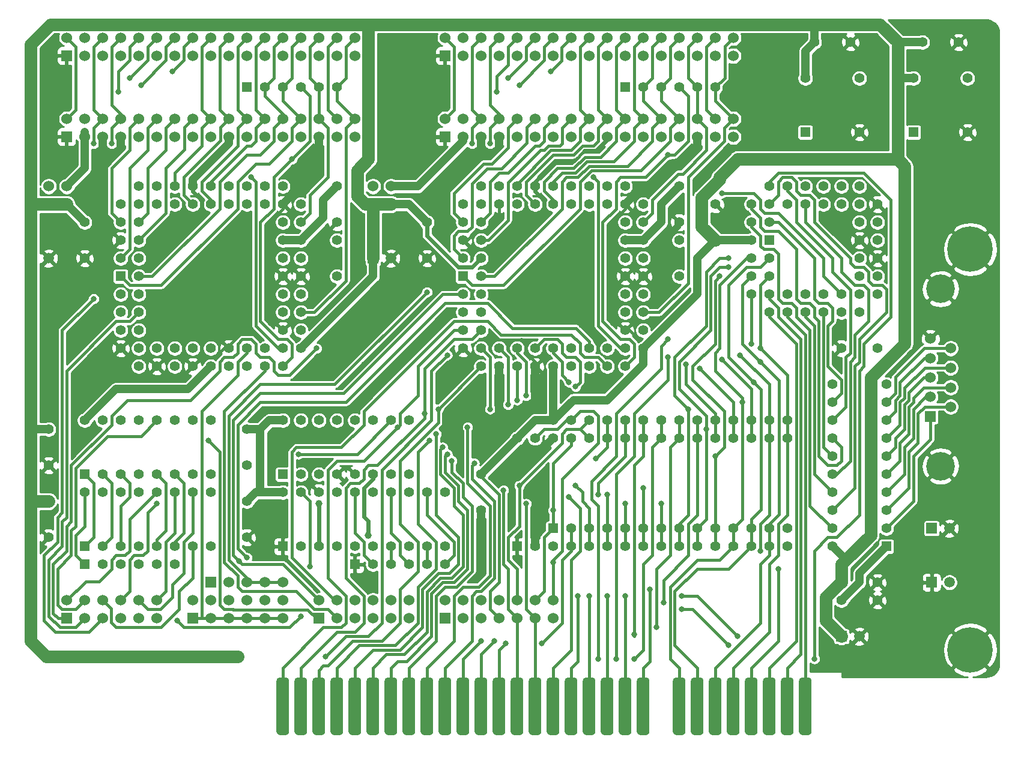
<source format=gtl>
%TF.GenerationSoftware,KiCad,Pcbnew,(5.1.8)-1*%
%TF.CreationDate,2021-12-03T10:01:58-08:00*%
%TF.ProjectId,isa_monster_fdc,6973615f-6d6f-46e7-9374-65725f666463,1.0*%
%TF.SameCoordinates,Original*%
%TF.FileFunction,Copper,L1,Top*%
%TF.FilePolarity,Positive*%
%FSLAX46Y46*%
G04 Gerber Fmt 4.6, Leading zero omitted, Abs format (unit mm)*
G04 Created by KiCad (PCBNEW (5.1.8)-1) date 2021-12-03 10:01:58*
%MOMM*%
%LPD*%
G01*
G04 APERTURE LIST*
%TA.AperFunction,ComponentPad*%
%ADD10C,1.524000*%
%TD*%
%TA.AperFunction,ComponentPad*%
%ADD11R,1.524000X1.524000*%
%TD*%
%TA.AperFunction,ComponentPad*%
%ADD12C,1.397000*%
%TD*%
%TA.AperFunction,ComponentPad*%
%ADD13R,1.397000X1.397000*%
%TD*%
%TA.AperFunction,ComponentPad*%
%ADD14C,4.048760*%
%TD*%
%TA.AperFunction,ComponentPad*%
%ADD15R,1.490980X1.490980*%
%TD*%
%TA.AperFunction,ComponentPad*%
%ADD16C,1.490980*%
%TD*%
%TA.AperFunction,ComponentPad*%
%ADD17C,0.800000*%
%TD*%
%TA.AperFunction,ComponentPad*%
%ADD18C,6.400000*%
%TD*%
%TA.AperFunction,ViaPad*%
%ADD19C,0.800000*%
%TD*%
%TA.AperFunction,ViaPad*%
%ADD20C,1.000000*%
%TD*%
%TA.AperFunction,Conductor*%
%ADD21C,0.400000*%
%TD*%
%TA.AperFunction,Conductor*%
%ADD22C,1.200000*%
%TD*%
%TA.AperFunction,Conductor*%
%ADD23C,0.600000*%
%TD*%
%TA.AperFunction,Conductor*%
%ADD24C,1.750000*%
%TD*%
%TA.AperFunction,Conductor*%
%ADD25C,0.254000*%
%TD*%
%TA.AperFunction,Conductor*%
%ADD26C,0.150000*%
%TD*%
G04 APERTURE END LIST*
D10*
%TO.P,J2,29*%
%TO.N,GND*%
X167640000Y-65405000D03*
%TO.P,J2,34*%
%TO.N,/DSKCG1*%
X172720000Y-62865000D03*
%TO.P,J2,28*%
%TO.N,/WP1*%
X165100000Y-62865000D03*
%TO.P,J2,31*%
%TO.N,GND*%
X170180000Y-65405000D03*
%TO.P,J2,33*%
%TO.N,Net-(J2-Pad33)*%
X172720000Y-65405000D03*
%TO.P,J2,30*%
%TO.N,/RDATA1*%
X167640000Y-62865000D03*
%TO.P,J2,27*%
%TO.N,Net-(J2-Pad27)*%
X165100000Y-65405000D03*
%TO.P,J2,32*%
%TO.N,/HDSEL1*%
X170180000Y-62865000D03*
%TO.P,J2,26*%
%TO.N,/TRK0_1*%
X162560000Y-62865000D03*
%TO.P,J2,25*%
%TO.N,GND*%
X162560000Y-65405000D03*
%TO.P,J2,24*%
%TO.N,/WE1*%
X160020000Y-62865000D03*
%TO.P,J2,23*%
%TO.N,GND*%
X160020000Y-65405000D03*
%TO.P,J2,22*%
%TO.N,/WDATA1*%
X157480000Y-62865000D03*
%TO.P,J2,21*%
%TO.N,GND*%
X157480000Y-65405000D03*
%TO.P,J2,20*%
%TO.N,/STEP1*%
X154940000Y-62865000D03*
%TO.P,J2,19*%
%TO.N,GND*%
X154940000Y-65405000D03*
%TO.P,J2,18*%
%TO.N,/DIR1*%
X152400000Y-62865000D03*
%TO.P,J2,17*%
%TO.N,Net-(J2-Pad17)*%
X152400000Y-65405000D03*
%TO.P,J2,16*%
%TO.N,/ME_D*%
X149860000Y-62865000D03*
%TO.P,J2,15*%
%TO.N,GND*%
X149860000Y-65405000D03*
%TO.P,J2,14*%
%TO.N,/DS_C*%
X147320000Y-62865000D03*
%TO.P,J2,13*%
%TO.N,GND*%
X147320000Y-65405000D03*
%TO.P,J2,12*%
%TO.N,/DS_D*%
X144780000Y-62865000D03*
%TO.P,J2,11*%
%TO.N,GND*%
X144780000Y-65405000D03*
%TO.P,J2,10*%
%TO.N,/ME_C*%
X142240000Y-62865000D03*
%TO.P,J2,9*%
%TO.N,Net-(J2-Pad9)*%
X142240000Y-65405000D03*
%TO.P,J2,8*%
%TO.N,/INDEX1*%
X139700000Y-62865000D03*
%TO.P,J2,7*%
%TO.N,GND*%
X139700000Y-65405000D03*
%TO.P,J2,6*%
%TO.N,/DRATE1*%
X137160000Y-62865000D03*
%TO.P,J2,5*%
%TO.N,GND*%
X137160000Y-65405000D03*
%TO.P,J2,4*%
%TO.N,Net-(J2-Pad4)*%
X134620000Y-62865000D03*
%TO.P,J2,3*%
%TO.N,/FLOPPY2_VCC*%
X134620000Y-65405000D03*
%TO.P,J2,2*%
%TO.N,/DENSL1*%
X132080000Y-62865000D03*
D11*
%TO.P,J2,1*%
%TO.N,GND*%
X132080000Y-65405000D03*
%TD*%
D10*
%TO.P,J4,29*%
%TO.N,GND*%
X114300000Y-65405000D03*
%TO.P,J4,34*%
%TO.N,/DSKCG2*%
X119380000Y-62865000D03*
%TO.P,J4,28*%
%TO.N,/WP2*%
X111760000Y-62865000D03*
%TO.P,J4,31*%
%TO.N,GND*%
X116840000Y-65405000D03*
%TO.P,J4,33*%
%TO.N,Net-(J4-Pad33)*%
X119380000Y-65405000D03*
%TO.P,J4,30*%
%TO.N,/RDATA2*%
X114300000Y-62865000D03*
%TO.P,J4,27*%
%TO.N,Net-(J4-Pad27)*%
X111760000Y-65405000D03*
%TO.P,J4,32*%
%TO.N,/HDSEL2*%
X116840000Y-62865000D03*
%TO.P,J4,26*%
%TO.N,/TRK0_2*%
X109220000Y-62865000D03*
%TO.P,J4,25*%
%TO.N,GND*%
X109220000Y-65405000D03*
%TO.P,J4,24*%
%TO.N,/WE2*%
X106680000Y-62865000D03*
%TO.P,J4,23*%
%TO.N,GND*%
X106680000Y-65405000D03*
%TO.P,J4,22*%
%TO.N,/WDATA2*%
X104140000Y-62865000D03*
%TO.P,J4,21*%
%TO.N,GND*%
X104140000Y-65405000D03*
%TO.P,J4,20*%
%TO.N,/STEP2*%
X101600000Y-62865000D03*
%TO.P,J4,19*%
%TO.N,GND*%
X101600000Y-65405000D03*
%TO.P,J4,18*%
%TO.N,/DIR2*%
X99060000Y-62865000D03*
%TO.P,J4,17*%
%TO.N,Net-(J4-Pad17)*%
X99060000Y-65405000D03*
%TO.P,J4,16*%
%TO.N,/ME_H*%
X96520000Y-62865000D03*
%TO.P,J4,15*%
%TO.N,GND*%
X96520000Y-65405000D03*
%TO.P,J4,14*%
%TO.N,/DS_G*%
X93980000Y-62865000D03*
%TO.P,J4,13*%
%TO.N,GND*%
X93980000Y-65405000D03*
%TO.P,J4,12*%
%TO.N,/DS_H*%
X91440000Y-62865000D03*
%TO.P,J4,11*%
%TO.N,GND*%
X91440000Y-65405000D03*
%TO.P,J4,10*%
%TO.N,/ME_G*%
X88900000Y-62865000D03*
%TO.P,J4,9*%
%TO.N,Net-(J4-Pad9)*%
X88900000Y-65405000D03*
%TO.P,J4,8*%
%TO.N,/INDEX2*%
X86360000Y-62865000D03*
%TO.P,J4,7*%
%TO.N,GND*%
X86360000Y-65405000D03*
%TO.P,J4,6*%
%TO.N,/DRATE2*%
X83820000Y-62865000D03*
%TO.P,J4,5*%
%TO.N,GND*%
X83820000Y-65405000D03*
%TO.P,J4,4*%
%TO.N,Net-(J4-Pad4)*%
X81280000Y-62865000D03*
%TO.P,J4,3*%
%TO.N,/FLOPPY4_VCC*%
X81280000Y-65405000D03*
%TO.P,J4,2*%
%TO.N,/DENSL2*%
X78740000Y-62865000D03*
D11*
%TO.P,J4,1*%
%TO.N,GND*%
X78740000Y-65405000D03*
%TD*%
D10*
%TO.P,J1,29*%
%TO.N,GND*%
X167640000Y-53975000D03*
%TO.P,J1,34*%
%TO.N,/DSKCG1*%
X172720000Y-51435000D03*
%TO.P,J1,28*%
%TO.N,/WP1*%
X165100000Y-51435000D03*
%TO.P,J1,31*%
%TO.N,GND*%
X170180000Y-53975000D03*
%TO.P,J1,33*%
%TO.N,Net-(J1-Pad33)*%
X172720000Y-53975000D03*
%TO.P,J1,30*%
%TO.N,/RDATA1*%
X167640000Y-51435000D03*
%TO.P,J1,27*%
%TO.N,Net-(J1-Pad27)*%
X165100000Y-53975000D03*
%TO.P,J1,32*%
%TO.N,/HDSEL1*%
X170180000Y-51435000D03*
%TO.P,J1,26*%
%TO.N,/TRK0_1*%
X162560000Y-51435000D03*
%TO.P,J1,25*%
%TO.N,GND*%
X162560000Y-53975000D03*
%TO.P,J1,24*%
%TO.N,/WE1*%
X160020000Y-51435000D03*
%TO.P,J1,23*%
%TO.N,GND*%
X160020000Y-53975000D03*
%TO.P,J1,22*%
%TO.N,/WDATA1*%
X157480000Y-51435000D03*
%TO.P,J1,21*%
%TO.N,GND*%
X157480000Y-53975000D03*
%TO.P,J1,20*%
%TO.N,/STEP1*%
X154940000Y-51435000D03*
%TO.P,J1,19*%
%TO.N,GND*%
X154940000Y-53975000D03*
%TO.P,J1,18*%
%TO.N,/DIR1*%
X152400000Y-51435000D03*
%TO.P,J1,17*%
%TO.N,Net-(J1-Pad17)*%
X152400000Y-53975000D03*
%TO.P,J1,16*%
%TO.N,/ME_B*%
X149860000Y-51435000D03*
%TO.P,J1,15*%
%TO.N,GND*%
X149860000Y-53975000D03*
%TO.P,J1,14*%
%TO.N,/DS_A*%
X147320000Y-51435000D03*
%TO.P,J1,13*%
%TO.N,GND*%
X147320000Y-53975000D03*
%TO.P,J1,12*%
%TO.N,/DS_B*%
X144780000Y-51435000D03*
%TO.P,J1,11*%
%TO.N,GND*%
X144780000Y-53975000D03*
%TO.P,J1,10*%
%TO.N,/ME_A*%
X142240000Y-51435000D03*
%TO.P,J1,9*%
%TO.N,Net-(J1-Pad9)*%
X142240000Y-53975000D03*
%TO.P,J1,8*%
%TO.N,/INDEX1*%
X139700000Y-51435000D03*
%TO.P,J1,7*%
%TO.N,GND*%
X139700000Y-53975000D03*
%TO.P,J1,6*%
%TO.N,/DRATE1*%
X137160000Y-51435000D03*
%TO.P,J1,5*%
%TO.N,GND*%
X137160000Y-53975000D03*
%TO.P,J1,4*%
%TO.N,Net-(J1-Pad4)*%
X134620000Y-51435000D03*
%TO.P,J1,3*%
%TO.N,/FLOPPY1_VCC*%
X134620000Y-53975000D03*
%TO.P,J1,2*%
%TO.N,/DENSL1*%
X132080000Y-51435000D03*
D11*
%TO.P,J1,1*%
%TO.N,GND*%
X132080000Y-53975000D03*
%TD*%
D10*
%TO.P,J3,29*%
%TO.N,GND*%
X114300000Y-53975000D03*
%TO.P,J3,34*%
%TO.N,/DSKCG2*%
X119380000Y-51435000D03*
%TO.P,J3,28*%
%TO.N,/WP2*%
X111760000Y-51435000D03*
%TO.P,J3,31*%
%TO.N,GND*%
X116840000Y-53975000D03*
%TO.P,J3,33*%
%TO.N,Net-(J3-Pad33)*%
X119380000Y-53975000D03*
%TO.P,J3,30*%
%TO.N,/RDATA2*%
X114300000Y-51435000D03*
%TO.P,J3,27*%
%TO.N,Net-(J3-Pad27)*%
X111760000Y-53975000D03*
%TO.P,J3,32*%
%TO.N,/HDSEL2*%
X116840000Y-51435000D03*
%TO.P,J3,26*%
%TO.N,/TRK0_2*%
X109220000Y-51435000D03*
%TO.P,J3,25*%
%TO.N,GND*%
X109220000Y-53975000D03*
%TO.P,J3,24*%
%TO.N,/WE2*%
X106680000Y-51435000D03*
%TO.P,J3,23*%
%TO.N,GND*%
X106680000Y-53975000D03*
%TO.P,J3,22*%
%TO.N,/WDATA2*%
X104140000Y-51435000D03*
%TO.P,J3,21*%
%TO.N,GND*%
X104140000Y-53975000D03*
%TO.P,J3,20*%
%TO.N,/STEP2*%
X101600000Y-51435000D03*
%TO.P,J3,19*%
%TO.N,GND*%
X101600000Y-53975000D03*
%TO.P,J3,18*%
%TO.N,/DIR2*%
X99060000Y-51435000D03*
%TO.P,J3,17*%
%TO.N,Net-(J3-Pad17)*%
X99060000Y-53975000D03*
%TO.P,J3,16*%
%TO.N,/ME_F*%
X96520000Y-51435000D03*
%TO.P,J3,15*%
%TO.N,GND*%
X96520000Y-53975000D03*
%TO.P,J3,14*%
%TO.N,/DS_E*%
X93980000Y-51435000D03*
%TO.P,J3,13*%
%TO.N,GND*%
X93980000Y-53975000D03*
%TO.P,J3,12*%
%TO.N,/DS_F*%
X91440000Y-51435000D03*
%TO.P,J3,11*%
%TO.N,GND*%
X91440000Y-53975000D03*
%TO.P,J3,10*%
%TO.N,/ME_E*%
X88900000Y-51435000D03*
%TO.P,J3,9*%
%TO.N,Net-(J3-Pad9)*%
X88900000Y-53975000D03*
%TO.P,J3,8*%
%TO.N,/INDEX2*%
X86360000Y-51435000D03*
%TO.P,J3,7*%
%TO.N,GND*%
X86360000Y-53975000D03*
%TO.P,J3,6*%
%TO.N,/DRATE2*%
X83820000Y-51435000D03*
%TO.P,J3,5*%
%TO.N,GND*%
X83820000Y-53975000D03*
%TO.P,J3,4*%
%TO.N,Net-(J3-Pad4)*%
X81280000Y-51435000D03*
%TO.P,J3,3*%
%TO.N,/FLOPPY3_VCC*%
X81280000Y-53975000D03*
%TO.P,J3,2*%
%TO.N,/DENSL2*%
X78740000Y-51435000D03*
D11*
%TO.P,J3,1*%
%TO.N,GND*%
X78740000Y-53975000D03*
%TD*%
D12*
%TO.P,U3,44*%
%TO.N,VCC*%
X175260000Y-80010000D03*
%TO.P,U3,43*%
%TO.N,/~RI*%
X177800000Y-77470000D03*
%TO.P,U3,42*%
%TO.N,/~DCD*%
X175260000Y-77470000D03*
%TO.P,U3,41*%
%TO.N,/~DSR*%
X177800000Y-74930000D03*
%TO.P,U3,40*%
%TO.N,/~CTS*%
X175260000Y-74930000D03*
%TO.P,U3,39*%
%TO.N,/RESETDRV*%
X177800000Y-72390000D03*
%TO.P,U3,38*%
%TO.N,Net-(U3-Pad38)*%
X180340000Y-74930000D03*
%TO.P,U3,37*%
%TO.N,/~DTR*%
X180340000Y-72390000D03*
%TO.P,U3,36*%
%TO.N,/~RTS*%
X182880000Y-74930000D03*
%TO.P,U3,35*%
%TO.N,Net-(U3-Pad35)*%
X182880000Y-72390000D03*
%TO.P,U3,34*%
%TO.N,Net-(U3-Pad34)*%
X185420000Y-74930000D03*
%TO.P,U3,33*%
%TO.N,/UART_IRQ*%
X185420000Y-72390000D03*
%TO.P,U3,32*%
%TO.N,Net-(U3-Pad32)*%
X187960000Y-74930000D03*
%TO.P,U3,31*%
%TO.N,/A0*%
X187960000Y-72390000D03*
%TO.P,U3,30*%
%TO.N,/A1*%
X190500000Y-74930000D03*
%TO.P,U3,29*%
%TO.N,/A2*%
X190500000Y-72390000D03*
%TO.P,U3,28*%
%TO.N,GND*%
X193040000Y-74930000D03*
%TO.P,U3,27*%
%TO.N,Net-(U3-Pad27)*%
X190500000Y-77470000D03*
%TO.P,U3,26*%
%TO.N,Net-(U3-Pad26)*%
X193040000Y-77470000D03*
%TO.P,U3,25*%
%TO.N,GND*%
X190500000Y-80010000D03*
%TO.P,U3,24*%
%TO.N,/~IOR*%
X193040000Y-80010000D03*
%TO.P,U3,23*%
%TO.N,Net-(U3-Pad23)*%
X190500000Y-82550000D03*
%TO.P,U3,22*%
%TO.N,GND*%
X193040000Y-82550000D03*
%TO.P,U3,21*%
X190500000Y-85090000D03*
%TO.P,U3,20*%
%TO.N,/~IOW*%
X193040000Y-85090000D03*
%TO.P,U3,19*%
%TO.N,Net-(U3-Pad19)*%
X190500000Y-87630000D03*
%TO.P,U3,18*%
%TO.N,/UART_CLK*%
X193040000Y-87630000D03*
%TO.P,U3,17*%
%TO.N,Net-(U3-Pad10)*%
X190500000Y-90170000D03*
%TO.P,U3,16*%
%TO.N,/~UART_CS*%
X187960000Y-87630000D03*
%TO.P,U3,15*%
%TO.N,VCC*%
X187960000Y-90170000D03*
%TO.P,U3,14*%
X185420000Y-87630000D03*
%TO.P,U3,13*%
%TO.N,/SOUT*%
X185420000Y-90170000D03*
%TO.P,U3,12*%
%TO.N,Net-(U3-Pad12)*%
X182880000Y-87630000D03*
%TO.P,U3,11*%
%TO.N,/SIN*%
X182880000Y-90170000D03*
%TO.P,U3,10*%
%TO.N,Net-(U3-Pad10)*%
X180340000Y-87630000D03*
%TO.P,U3,9*%
%TO.N,/D7*%
X180340000Y-90170000D03*
%TO.P,U3,8*%
%TO.N,/D6*%
X177800000Y-87630000D03*
%TO.P,U3,7*%
%TO.N,/D5*%
X177800000Y-90170000D03*
%TO.P,U3,6*%
%TO.N,/D4*%
X175260000Y-87630000D03*
%TO.P,U3,5*%
%TO.N,/D3*%
X177800000Y-85090000D03*
%TO.P,U3,4*%
%TO.N,/D2*%
X175260000Y-85090000D03*
%TO.P,U3,3*%
%TO.N,/D1*%
X177800000Y-82550000D03*
%TO.P,U3,2*%
%TO.N,/D0*%
X175260000Y-82550000D03*
D13*
%TO.P,U3,1*%
%TO.N,Net-(U3-Pad1)*%
X177800000Y-80010000D03*
%TD*%
D12*
%TO.P,X1,8*%
%TO.N,VCC*%
X182880000Y-57150000D03*
%TO.P,X1,5*%
%TO.N,/FDC_CLK*%
X190500000Y-57150000D03*
%TO.P,X1,4*%
%TO.N,GND*%
X190500000Y-64770000D03*
D13*
%TO.P,X1,1*%
%TO.N,Net-(X1-Pad1)*%
X182880000Y-64770000D03*
%TD*%
D12*
%TO.P,X2,8*%
%TO.N,VCC*%
X198120000Y-57150000D03*
%TO.P,X2,5*%
%TO.N,/UART_CLK*%
X205740000Y-57150000D03*
%TO.P,X2,4*%
%TO.N,GND*%
X205740000Y-64770000D03*
D13*
%TO.P,X2,1*%
%TO.N,Net-(X2-Pad1)*%
X198120000Y-64770000D03*
%TD*%
D10*
%TO.P,J5,6*%
%TO.N,/DSR*%
X203352400Y-103479600D03*
%TO.P,J5,7*%
%TO.N,/RTS*%
X203352400Y-100761800D03*
%TO.P,J5,8*%
%TO.N,/CTS*%
X203352400Y-97993200D03*
%TO.P,J5,9*%
%TO.N,/RI*%
X203352400Y-95250000D03*
%TO.P,J5,5*%
%TO.N,GND*%
X200507600Y-93878400D03*
%TO.P,J5,4*%
%TO.N,/DTR*%
X200507600Y-96621600D03*
%TO.P,J5,3*%
%TO.N,/TX*%
X200507600Y-99364800D03*
%TO.P,J5,2*%
%TO.N,/RX*%
X200507600Y-102108000D03*
D11*
%TO.P,J5,1*%
%TO.N,/DCD*%
X200507600Y-104851200D03*
D14*
%TO.P,J5,GND*%
%TO.N,GND*%
X201930000Y-86870540D03*
X201930000Y-111859060D03*
%TD*%
D12*
%TO.P,U1,68*%
%TO.N,VCC*%
X137160000Y-82550000D03*
%TO.P,U1,67*%
%TO.N,/DS_D*%
X134620000Y-82550000D03*
%TO.P,U1,66*%
%TO.N,/ME_D*%
X137160000Y-80010000D03*
%TO.P,U1,65*%
%TO.N,GND*%
X134620000Y-80010000D03*
%TO.P,U1,64*%
%TO.N,/DS_C*%
X137160000Y-77470000D03*
%TO.P,U1,63*%
%TO.N,/ME_C*%
X134620000Y-77470000D03*
%TO.P,U1,62*%
%TO.N,/DS_B*%
X137160000Y-74930000D03*
%TO.P,U1,61*%
%TO.N,/ME_B*%
X134620000Y-74930000D03*
%TO.P,U1,60*%
%TO.N,VCC*%
X137160000Y-72390000D03*
%TO.P,U1,59*%
%TO.N,GND*%
X139700000Y-74930000D03*
%TO.P,U1,58*%
%TO.N,/DS_A*%
X139700000Y-72390000D03*
%TO.P,U1,57*%
%TO.N,/ME_A*%
X142240000Y-74930000D03*
%TO.P,U1,56*%
%TO.N,/DIR1*%
X142240000Y-72390000D03*
%TO.P,U1,55*%
%TO.N,/STEP1*%
X144780000Y-74930000D03*
%TO.P,U1,54*%
%TO.N,GND*%
X144780000Y-72390000D03*
%TO.P,U1,53*%
%TO.N,/WDATA1*%
X147320000Y-74930000D03*
%TO.P,U1,52*%
%TO.N,/WE1*%
X147320000Y-72390000D03*
%TO.P,U1,51*%
%TO.N,/HDSEL1*%
X149860000Y-74930000D03*
%TO.P,U1,50*%
%TO.N,GND*%
X149860000Y-72390000D03*
%TO.P,U1,49*%
%TO.N,/DENSL1*%
X152400000Y-74930000D03*
%TO.P,U1,48*%
%TO.N,Net-(U1-Pad48)*%
X152400000Y-72390000D03*
%TO.P,U1,47*%
%TO.N,Net-(U1-Pad47)*%
X154940000Y-74930000D03*
%TO.P,U1,46*%
%TO.N,VCC*%
X154940000Y-72390000D03*
%TO.P,U1,45*%
%TO.N,GND*%
X157480000Y-74930000D03*
%TO.P,U1,44*%
%TO.N,Net-(U1-Pad44)*%
X157480000Y-72390000D03*
%TO.P,U1,43*%
%TO.N,Net-(U1-Pad43)*%
X160020000Y-74930000D03*
%TO.P,U1,42*%
%TO.N,Net-(U1-Pad42)*%
X157480000Y-77470000D03*
%TO.P,U1,41*%
%TO.N,/RDATA1*%
X160020000Y-77470000D03*
%TO.P,U1,40*%
%TO.N,VCC*%
X157480000Y-80010000D03*
%TO.P,U1,39*%
X160020000Y-80010000D03*
%TO.P,U1,38*%
%TO.N,Net-(C1-Pad1)*%
X157480000Y-82550000D03*
%TO.P,U1,37*%
%TO.N,Net-(C1-Pad2)*%
X160020000Y-82550000D03*
%TO.P,U1,36*%
%TO.N,GND*%
X157480000Y-85090000D03*
%TO.P,U1,35*%
X160020000Y-85090000D03*
%TO.P,U1,34*%
%TO.N,Net-(U1-Pad34)*%
X157480000Y-87630000D03*
%TO.P,U1,33*%
%TO.N,/FDC_CLK*%
X160020000Y-87630000D03*
%TO.P,U1,32*%
%TO.N,/RESETDRV*%
X157480000Y-90170000D03*
%TO.P,U1,31*%
%TO.N,/DSKCG1*%
X160020000Y-90170000D03*
%TO.P,U1,30*%
%TO.N,GND*%
X157480000Y-92710000D03*
%TO.P,U1,29*%
%TO.N,Net-(U1-Pad29)*%
X160020000Y-92710000D03*
%TO.P,U1,28*%
%TO.N,/DRATE1*%
X157480000Y-95250000D03*
%TO.P,U1,27*%
%TO.N,VCC*%
X160020000Y-95250000D03*
%TO.P,U1,26*%
%TO.N,/INDEX1*%
X157480000Y-97790000D03*
%TO.P,U1,25*%
%TO.N,/TC*%
X154940000Y-95250000D03*
%TO.P,U1,24*%
%TO.N,/DRQ2*%
X154940000Y-97790000D03*
%TO.P,U1,23*%
%TO.N,/IRQ6*%
X152400000Y-95250000D03*
%TO.P,U1,22*%
%TO.N,/D7*%
X152400000Y-97790000D03*
%TO.P,U1,21*%
%TO.N,GND*%
X149860000Y-95250000D03*
%TO.P,U1,20*%
%TO.N,/D6*%
X149860000Y-97790000D03*
%TO.P,U1,19*%
%TO.N,/D5*%
X147320000Y-95250000D03*
%TO.P,U1,18*%
%TO.N,VCC*%
X147320000Y-97790000D03*
%TO.P,U1,17*%
%TO.N,/D4*%
X144780000Y-95250000D03*
%TO.P,U1,16*%
%TO.N,GND*%
X144780000Y-97790000D03*
%TO.P,U1,15*%
%TO.N,/D3*%
X142240000Y-95250000D03*
%TO.P,U1,14*%
%TO.N,/D2*%
X142240000Y-97790000D03*
%TO.P,U1,13*%
%TO.N,/D1*%
X139700000Y-95250000D03*
%TO.P,U1,12*%
%TO.N,GND*%
X139700000Y-97790000D03*
%TO.P,U1,11*%
%TO.N,/D0*%
X137160000Y-95250000D03*
%TO.P,U1,10*%
%TO.N,/A2*%
X137160000Y-97790000D03*
%TO.P,U1,9*%
%TO.N,GND*%
X134620000Y-95250000D03*
%TO.P,U1,8*%
%TO.N,/A1*%
X137160000Y-92710000D03*
%TO.P,U1,7*%
%TO.N,/A0*%
X134620000Y-92710000D03*
%TO.P,U1,6*%
%TO.N,/~FDC1_CS*%
X137160000Y-90170000D03*
%TO.P,U1,5*%
%TO.N,/~IOW*%
X134620000Y-90170000D03*
%TO.P,U1,4*%
%TO.N,/~IOR*%
X137160000Y-87630000D03*
%TO.P,U1,3*%
%TO.N,/~DACK2*%
X134620000Y-87630000D03*
%TO.P,U1,2*%
%TO.N,/TRK0_1*%
X137160000Y-85090000D03*
D13*
%TO.P,U1,1*%
%TO.N,/WP1*%
X134620000Y-85090000D03*
%TD*%
D12*
%TO.P,U2,68*%
%TO.N,VCC*%
X88900000Y-82550000D03*
%TO.P,U2,67*%
%TO.N,/DS_H*%
X86360000Y-82550000D03*
%TO.P,U2,66*%
%TO.N,/ME_H*%
X88900000Y-80010000D03*
%TO.P,U2,65*%
%TO.N,GND*%
X86360000Y-80010000D03*
%TO.P,U2,64*%
%TO.N,/DS_G*%
X88900000Y-77470000D03*
%TO.P,U2,63*%
%TO.N,/ME_G*%
X86360000Y-77470000D03*
%TO.P,U2,62*%
%TO.N,/DS_F*%
X88900000Y-74930000D03*
%TO.P,U2,61*%
%TO.N,/ME_F*%
X86360000Y-74930000D03*
%TO.P,U2,60*%
%TO.N,VCC*%
X88900000Y-72390000D03*
%TO.P,U2,59*%
%TO.N,GND*%
X91440000Y-74930000D03*
%TO.P,U2,58*%
%TO.N,/DS_E*%
X91440000Y-72390000D03*
%TO.P,U2,57*%
%TO.N,/ME_E*%
X93980000Y-74930000D03*
%TO.P,U2,56*%
%TO.N,/DIR2*%
X93980000Y-72390000D03*
%TO.P,U2,55*%
%TO.N,/STEP2*%
X96520000Y-74930000D03*
%TO.P,U2,54*%
%TO.N,GND*%
X96520000Y-72390000D03*
%TO.P,U2,53*%
%TO.N,/WDATA2*%
X99060000Y-74930000D03*
%TO.P,U2,52*%
%TO.N,/WE2*%
X99060000Y-72390000D03*
%TO.P,U2,51*%
%TO.N,/HDSEL2*%
X101600000Y-74930000D03*
%TO.P,U2,50*%
%TO.N,GND*%
X101600000Y-72390000D03*
%TO.P,U2,49*%
%TO.N,/DENSL2*%
X104140000Y-74930000D03*
%TO.P,U2,48*%
%TO.N,Net-(U2-Pad48)*%
X104140000Y-72390000D03*
%TO.P,U2,47*%
%TO.N,Net-(U2-Pad47)*%
X106680000Y-74930000D03*
%TO.P,U2,46*%
%TO.N,VCC*%
X106680000Y-72390000D03*
%TO.P,U2,45*%
%TO.N,GND*%
X109220000Y-74930000D03*
%TO.P,U2,44*%
%TO.N,Net-(U2-Pad44)*%
X109220000Y-72390000D03*
%TO.P,U2,43*%
%TO.N,Net-(U2-Pad43)*%
X111760000Y-74930000D03*
%TO.P,U2,42*%
%TO.N,Net-(U2-Pad42)*%
X109220000Y-77470000D03*
%TO.P,U2,41*%
%TO.N,/RDATA2*%
X111760000Y-77470000D03*
%TO.P,U2,40*%
%TO.N,VCC*%
X109220000Y-80010000D03*
%TO.P,U2,39*%
X111760000Y-80010000D03*
%TO.P,U2,38*%
%TO.N,Net-(C2-Pad1)*%
X109220000Y-82550000D03*
%TO.P,U2,37*%
%TO.N,Net-(C2-Pad2)*%
X111760000Y-82550000D03*
%TO.P,U2,36*%
%TO.N,GND*%
X109220000Y-85090000D03*
%TO.P,U2,35*%
X111760000Y-85090000D03*
%TO.P,U2,34*%
%TO.N,Net-(U2-Pad34)*%
X109220000Y-87630000D03*
%TO.P,U2,33*%
%TO.N,/FDC_CLK*%
X111760000Y-87630000D03*
%TO.P,U2,32*%
%TO.N,/RESETDRV*%
X109220000Y-90170000D03*
%TO.P,U2,31*%
%TO.N,/DSKCG2*%
X111760000Y-90170000D03*
%TO.P,U2,30*%
%TO.N,GND*%
X109220000Y-92710000D03*
%TO.P,U2,29*%
%TO.N,Net-(U2-Pad29)*%
X111760000Y-92710000D03*
%TO.P,U2,28*%
%TO.N,/DRATE2*%
X109220000Y-95250000D03*
%TO.P,U2,27*%
%TO.N,VCC*%
X111760000Y-95250000D03*
%TO.P,U2,26*%
%TO.N,/INDEX2*%
X109220000Y-97790000D03*
%TO.P,U2,25*%
%TO.N,/TC*%
X106680000Y-95250000D03*
%TO.P,U2,24*%
%TO.N,/FDC2_DRQ*%
X106680000Y-97790000D03*
%TO.P,U2,23*%
%TO.N,/FDC2_IRQ*%
X104140000Y-95250000D03*
%TO.P,U2,22*%
%TO.N,/D7*%
X104140000Y-97790000D03*
%TO.P,U2,21*%
%TO.N,GND*%
X101600000Y-95250000D03*
%TO.P,U2,20*%
%TO.N,/D6*%
X101600000Y-97790000D03*
%TO.P,U2,19*%
%TO.N,/D5*%
X99060000Y-95250000D03*
%TO.P,U2,18*%
%TO.N,VCC*%
X99060000Y-97790000D03*
%TO.P,U2,17*%
%TO.N,/D4*%
X96520000Y-95250000D03*
%TO.P,U2,16*%
%TO.N,GND*%
X96520000Y-97790000D03*
%TO.P,U2,15*%
%TO.N,/D3*%
X93980000Y-95250000D03*
%TO.P,U2,14*%
%TO.N,/D2*%
X93980000Y-97790000D03*
%TO.P,U2,13*%
%TO.N,/D1*%
X91440000Y-95250000D03*
%TO.P,U2,12*%
%TO.N,GND*%
X91440000Y-97790000D03*
%TO.P,U2,11*%
%TO.N,/D0*%
X88900000Y-95250000D03*
%TO.P,U2,10*%
%TO.N,/A2*%
X88900000Y-97790000D03*
%TO.P,U2,9*%
%TO.N,GND*%
X86360000Y-95250000D03*
%TO.P,U2,8*%
%TO.N,/A1*%
X88900000Y-92710000D03*
%TO.P,U2,7*%
%TO.N,/A0*%
X86360000Y-92710000D03*
%TO.P,U2,6*%
%TO.N,/~FDC2_CS*%
X88900000Y-90170000D03*
%TO.P,U2,5*%
%TO.N,/~IOW*%
X86360000Y-90170000D03*
%TO.P,U2,4*%
%TO.N,/~IOR*%
X88900000Y-87630000D03*
%TO.P,U2,3*%
%TO.N,/~FDC2_DACK*%
X86360000Y-87630000D03*
%TO.P,U2,2*%
%TO.N,/TRK0_2*%
X88900000Y-85090000D03*
D13*
%TO.P,U2,1*%
%TO.N,/WP2*%
X86360000Y-85090000D03*
%TD*%
%TO.P,U5,1*%
%TO.N,GND*%
X142240000Y-123190000D03*
D12*
%TO.P,U5,2*%
X144780000Y-123190000D03*
%TO.P,U5,3*%
X147320000Y-123190000D03*
%TO.P,U5,4*%
%TO.N,/A12*%
X149860000Y-123190000D03*
%TO.P,U5,5*%
%TO.N,/A7*%
X152400000Y-123190000D03*
%TO.P,U5,6*%
%TO.N,/A6*%
X154940000Y-123190000D03*
%TO.P,U5,7*%
%TO.N,/A5*%
X157480000Y-123190000D03*
%TO.P,U5,8*%
%TO.N,/A4*%
X160020000Y-123190000D03*
%TO.P,U5,9*%
%TO.N,/A3*%
X162560000Y-123190000D03*
%TO.P,U5,10*%
%TO.N,/A2*%
X165100000Y-123190000D03*
%TO.P,U5,11*%
%TO.N,/A1*%
X167640000Y-123190000D03*
%TO.P,U5,12*%
%TO.N,/A0*%
X170180000Y-123190000D03*
%TO.P,U5,13*%
%TO.N,/D0*%
X172720000Y-123190000D03*
%TO.P,U5,14*%
%TO.N,/D1*%
X175260000Y-123190000D03*
%TO.P,U5,15*%
%TO.N,/D2*%
X177800000Y-123190000D03*
%TO.P,U5,16*%
%TO.N,GND*%
X180340000Y-123190000D03*
%TO.P,U5,17*%
%TO.N,/D3*%
X180340000Y-107950000D03*
%TO.P,U5,18*%
%TO.N,/D4*%
X177800000Y-107950000D03*
%TO.P,U5,19*%
%TO.N,/D5*%
X175260000Y-107950000D03*
%TO.P,U5,20*%
%TO.N,/D6*%
X172720000Y-107950000D03*
%TO.P,U5,21*%
%TO.N,/D7*%
X170180000Y-107950000D03*
%TO.P,U5,22*%
%TO.N,/~ROM_CS*%
X167640000Y-107950000D03*
%TO.P,U5,23*%
%TO.N,/A10*%
X165100000Y-107950000D03*
%TO.P,U5,24*%
%TO.N,/~MEMR*%
X162560000Y-107950000D03*
%TO.P,U5,25*%
%TO.N,/A11*%
X160020000Y-107950000D03*
%TO.P,U5,26*%
%TO.N,/A9*%
X157480000Y-107950000D03*
%TO.P,U5,27*%
%TO.N,/A8*%
X154940000Y-107950000D03*
%TO.P,U5,28*%
%TO.N,/ROM_A13*%
X152400000Y-107950000D03*
%TO.P,U5,29*%
%TO.N,/ROM_A14*%
X149860000Y-107950000D03*
%TO.P,U5,30*%
%TO.N,GND*%
X147320000Y-107950000D03*
%TO.P,U5,31*%
%TO.N,/~ROMW*%
X144780000Y-107950000D03*
%TO.P,U5,32*%
%TO.N,VCC*%
X142240000Y-107950000D03*
%TD*%
D13*
%TO.P,U8,1*%
%TO.N,/A6*%
X109220000Y-113030000D03*
D12*
%TO.P,U8,2*%
%TO.N,/A7*%
X111760000Y-113030000D03*
%TO.P,U8,3*%
%TO.N,/A9*%
X114300000Y-113030000D03*
%TO.P,U8,4*%
%TO.N,GND*%
X116840000Y-113030000D03*
%TO.P,U8,5*%
X119380000Y-113030000D03*
%TO.P,U8,6*%
%TO.N,VCC*%
X121920000Y-113030000D03*
%TO.P,U8,7*%
%TO.N,Net-(U8-Pad7)*%
X124460000Y-113030000D03*
%TO.P,U8,8*%
%TO.N,GND*%
X127000000Y-113030000D03*
%TO.P,U8,9*%
%TO.N,Net-(U8-Pad9)*%
X127000000Y-105410000D03*
%TO.P,U8,10*%
%TO.N,Net-(U10-Pad4)*%
X124460000Y-105410000D03*
%TO.P,U8,11*%
%TO.N,Net-(U8-Pad11)*%
X121920000Y-105410000D03*
%TO.P,U8,12*%
%TO.N,Net-(U8-Pad12)*%
X119380000Y-105410000D03*
%TO.P,U8,13*%
%TO.N,Net-(U8-Pad13)*%
X116840000Y-105410000D03*
%TO.P,U8,14*%
%TO.N,Net-(U8-Pad14)*%
X114300000Y-105410000D03*
%TO.P,U8,15*%
%TO.N,Net-(U8-Pad15)*%
X111760000Y-105410000D03*
%TO.P,U8,16*%
%TO.N,VCC*%
X109220000Y-105410000D03*
%TD*%
D13*
%TO.P,U7,1*%
%TO.N,GND*%
X109220000Y-123190000D03*
D12*
%TO.P,U7,2*%
%TO.N,/A19*%
X111760000Y-123190000D03*
%TO.P,U7,3*%
%TO.N,VCC*%
X114300000Y-123190000D03*
%TO.P,U7,4*%
%TO.N,/A18*%
X116840000Y-123190000D03*
%TO.P,U7,5*%
%TO.N,VCC*%
X119380000Y-123190000D03*
%TO.P,U7,6*%
%TO.N,/A17*%
X121920000Y-123190000D03*
%TO.P,U7,7*%
%TO.N,Net-(JP5-Pad4)*%
X124460000Y-123190000D03*
%TO.P,U7,8*%
%TO.N,/A16*%
X127000000Y-123190000D03*
%TO.P,U7,9*%
%TO.N,Net-(JP5-Pad6)*%
X129540000Y-123190000D03*
%TO.P,U7,10*%
%TO.N,GND*%
X132080000Y-123190000D03*
%TO.P,U7,11*%
%TO.N,/A15*%
X132080000Y-115570000D03*
%TO.P,U7,12*%
%TO.N,Net-(JP5-Pad8)*%
X129540000Y-115570000D03*
%TO.P,U7,13*%
%TO.N,/A13*%
X127000000Y-115570000D03*
%TO.P,U7,14*%
%TO.N,/ROM_A13*%
X124460000Y-115570000D03*
%TO.P,U7,15*%
%TO.N,/A14*%
X121920000Y-115570000D03*
%TO.P,U7,16*%
%TO.N,/ROM_A14*%
X119380000Y-115570000D03*
%TO.P,U7,17*%
%TO.N,GND*%
X116840000Y-115570000D03*
%TO.P,U7,18*%
X114300000Y-115570000D03*
%TO.P,U7,19*%
%TO.N,/~ROM_CSI*%
X111760000Y-115570000D03*
%TO.P,U7,20*%
%TO.N,VCC*%
X109220000Y-115570000D03*
%TD*%
D13*
%TO.P,U10,1*%
%TO.N,/A8*%
X81280000Y-113030000D03*
D12*
%TO.P,U10,2*%
%TO.N,/A4*%
X83820000Y-113030000D03*
%TO.P,U10,3*%
%TO.N,/A3*%
X86360000Y-113030000D03*
%TO.P,U10,4*%
%TO.N,Net-(U10-Pad4)*%
X88900000Y-113030000D03*
%TO.P,U10,5*%
%TO.N,/AEN*%
X91440000Y-113030000D03*
%TO.P,U10,6*%
%TO.N,/A5*%
X93980000Y-113030000D03*
%TO.P,U10,7*%
%TO.N,Net-(U10-Pad7)*%
X96520000Y-113030000D03*
%TO.P,U10,8*%
%TO.N,GND*%
X99060000Y-113030000D03*
%TO.P,U10,9*%
%TO.N,Net-(U10-Pad9)*%
X99060000Y-105410000D03*
%TO.P,U10,10*%
%TO.N,Net-(U10-Pad10)*%
X96520000Y-105410000D03*
%TO.P,U10,11*%
%TO.N,Net-(U10-Pad11)*%
X93980000Y-105410000D03*
%TO.P,U10,12*%
%TO.N,/~0x370*%
X91440000Y-105410000D03*
%TO.P,U10,13*%
%TO.N,Net-(U10-Pad13)*%
X88900000Y-105410000D03*
%TO.P,U10,14*%
%TO.N,Net-(U10-Pad14)*%
X86360000Y-105410000D03*
%TO.P,U10,15*%
%TO.N,Net-(U10-Pad15)*%
X83820000Y-105410000D03*
%TO.P,U10,16*%
%TO.N,VCC*%
X81280000Y-105410000D03*
%TD*%
%TO.P,BUS1,62*%
%TO.N,/A0*%
%TA.AperFunction,ConnectorPad*%
G36*
G01*
X108331000Y-149352000D02*
X108331000Y-142113000D01*
G75*
G02*
X108775500Y-141668500I444500J0D01*
G01*
X109664500Y-141668500D01*
G75*
G02*
X110109000Y-142113000I0J-444500D01*
G01*
X110109000Y-149352000D01*
G75*
G02*
X109664500Y-149796500I-444500J0D01*
G01*
X108775500Y-149796500D01*
G75*
G02*
X108331000Y-149352000I0J444500D01*
G01*
G37*
%TD.AperFunction*%
%TO.P,BUS1,61*%
%TO.N,/A1*%
%TA.AperFunction,ConnectorPad*%
G36*
G01*
X110871000Y-149352000D02*
X110871000Y-142113000D01*
G75*
G02*
X111315500Y-141668500I444500J0D01*
G01*
X112204500Y-141668500D01*
G75*
G02*
X112649000Y-142113000I0J-444500D01*
G01*
X112649000Y-149352000D01*
G75*
G02*
X112204500Y-149796500I-444500J0D01*
G01*
X111315500Y-149796500D01*
G75*
G02*
X110871000Y-149352000I0J444500D01*
G01*
G37*
%TD.AperFunction*%
%TO.P,BUS1,60*%
%TO.N,/A2*%
%TA.AperFunction,ConnectorPad*%
G36*
G01*
X113411000Y-149352000D02*
X113411000Y-142113000D01*
G75*
G02*
X113855500Y-141668500I444500J0D01*
G01*
X114744500Y-141668500D01*
G75*
G02*
X115189000Y-142113000I0J-444500D01*
G01*
X115189000Y-149352000D01*
G75*
G02*
X114744500Y-149796500I-444500J0D01*
G01*
X113855500Y-149796500D01*
G75*
G02*
X113411000Y-149352000I0J444500D01*
G01*
G37*
%TD.AperFunction*%
%TO.P,BUS1,59*%
%TO.N,/A3*%
%TA.AperFunction,ConnectorPad*%
G36*
G01*
X115951000Y-149352000D02*
X115951000Y-142113000D01*
G75*
G02*
X116395500Y-141668500I444500J0D01*
G01*
X117284500Y-141668500D01*
G75*
G02*
X117729000Y-142113000I0J-444500D01*
G01*
X117729000Y-149352000D01*
G75*
G02*
X117284500Y-149796500I-444500J0D01*
G01*
X116395500Y-149796500D01*
G75*
G02*
X115951000Y-149352000I0J444500D01*
G01*
G37*
%TD.AperFunction*%
%TO.P,BUS1,58*%
%TO.N,/A4*%
%TA.AperFunction,ConnectorPad*%
G36*
G01*
X118491000Y-149352000D02*
X118491000Y-142113000D01*
G75*
G02*
X118935500Y-141668500I444500J0D01*
G01*
X119824500Y-141668500D01*
G75*
G02*
X120269000Y-142113000I0J-444500D01*
G01*
X120269000Y-149352000D01*
G75*
G02*
X119824500Y-149796500I-444500J0D01*
G01*
X118935500Y-149796500D01*
G75*
G02*
X118491000Y-149352000I0J444500D01*
G01*
G37*
%TD.AperFunction*%
%TO.P,BUS1,57*%
%TO.N,/A5*%
%TA.AperFunction,ConnectorPad*%
G36*
G01*
X121031000Y-149352000D02*
X121031000Y-142113000D01*
G75*
G02*
X121475500Y-141668500I444500J0D01*
G01*
X122364500Y-141668500D01*
G75*
G02*
X122809000Y-142113000I0J-444500D01*
G01*
X122809000Y-149352000D01*
G75*
G02*
X122364500Y-149796500I-444500J0D01*
G01*
X121475500Y-149796500D01*
G75*
G02*
X121031000Y-149352000I0J444500D01*
G01*
G37*
%TD.AperFunction*%
%TO.P,BUS1,56*%
%TO.N,/A6*%
%TA.AperFunction,ConnectorPad*%
G36*
G01*
X123571000Y-149352000D02*
X123571000Y-142113000D01*
G75*
G02*
X124015500Y-141668500I444500J0D01*
G01*
X124904500Y-141668500D01*
G75*
G02*
X125349000Y-142113000I0J-444500D01*
G01*
X125349000Y-149352000D01*
G75*
G02*
X124904500Y-149796500I-444500J0D01*
G01*
X124015500Y-149796500D01*
G75*
G02*
X123571000Y-149352000I0J444500D01*
G01*
G37*
%TD.AperFunction*%
%TO.P,BUS1,55*%
%TO.N,/A7*%
%TA.AperFunction,ConnectorPad*%
G36*
G01*
X126111000Y-149352000D02*
X126111000Y-142113000D01*
G75*
G02*
X126555500Y-141668500I444500J0D01*
G01*
X127444500Y-141668500D01*
G75*
G02*
X127889000Y-142113000I0J-444500D01*
G01*
X127889000Y-149352000D01*
G75*
G02*
X127444500Y-149796500I-444500J0D01*
G01*
X126555500Y-149796500D01*
G75*
G02*
X126111000Y-149352000I0J444500D01*
G01*
G37*
%TD.AperFunction*%
%TO.P,BUS1,54*%
%TO.N,/A8*%
%TA.AperFunction,ConnectorPad*%
G36*
G01*
X128651000Y-149352000D02*
X128651000Y-142113000D01*
G75*
G02*
X129095500Y-141668500I444500J0D01*
G01*
X129984500Y-141668500D01*
G75*
G02*
X130429000Y-142113000I0J-444500D01*
G01*
X130429000Y-149352000D01*
G75*
G02*
X129984500Y-149796500I-444500J0D01*
G01*
X129095500Y-149796500D01*
G75*
G02*
X128651000Y-149352000I0J444500D01*
G01*
G37*
%TD.AperFunction*%
%TO.P,BUS1,53*%
%TO.N,/A9*%
%TA.AperFunction,ConnectorPad*%
G36*
G01*
X131191000Y-149352000D02*
X131191000Y-142113000D01*
G75*
G02*
X131635500Y-141668500I444500J0D01*
G01*
X132524500Y-141668500D01*
G75*
G02*
X132969000Y-142113000I0J-444500D01*
G01*
X132969000Y-149352000D01*
G75*
G02*
X132524500Y-149796500I-444500J0D01*
G01*
X131635500Y-149796500D01*
G75*
G02*
X131191000Y-149352000I0J444500D01*
G01*
G37*
%TD.AperFunction*%
%TO.P,BUS1,52*%
%TO.N,/A10*%
%TA.AperFunction,ConnectorPad*%
G36*
G01*
X133731000Y-149352000D02*
X133731000Y-142113000D01*
G75*
G02*
X134175500Y-141668500I444500J0D01*
G01*
X135064500Y-141668500D01*
G75*
G02*
X135509000Y-142113000I0J-444500D01*
G01*
X135509000Y-149352000D01*
G75*
G02*
X135064500Y-149796500I-444500J0D01*
G01*
X134175500Y-149796500D01*
G75*
G02*
X133731000Y-149352000I0J444500D01*
G01*
G37*
%TD.AperFunction*%
%TO.P,BUS1,51*%
%TO.N,/A11*%
%TA.AperFunction,ConnectorPad*%
G36*
G01*
X136271000Y-149352000D02*
X136271000Y-142113000D01*
G75*
G02*
X136715500Y-141668500I444500J0D01*
G01*
X137604500Y-141668500D01*
G75*
G02*
X138049000Y-142113000I0J-444500D01*
G01*
X138049000Y-149352000D01*
G75*
G02*
X137604500Y-149796500I-444500J0D01*
G01*
X136715500Y-149796500D01*
G75*
G02*
X136271000Y-149352000I0J444500D01*
G01*
G37*
%TD.AperFunction*%
%TO.P,BUS1,50*%
%TO.N,/A12*%
%TA.AperFunction,ConnectorPad*%
G36*
G01*
X138811000Y-149352000D02*
X138811000Y-142113000D01*
G75*
G02*
X139255500Y-141668500I444500J0D01*
G01*
X140144500Y-141668500D01*
G75*
G02*
X140589000Y-142113000I0J-444500D01*
G01*
X140589000Y-149352000D01*
G75*
G02*
X140144500Y-149796500I-444500J0D01*
G01*
X139255500Y-149796500D01*
G75*
G02*
X138811000Y-149352000I0J444500D01*
G01*
G37*
%TD.AperFunction*%
%TO.P,BUS1,49*%
%TO.N,/A13*%
%TA.AperFunction,ConnectorPad*%
G36*
G01*
X141351000Y-149352000D02*
X141351000Y-142113000D01*
G75*
G02*
X141795500Y-141668500I444500J0D01*
G01*
X142684500Y-141668500D01*
G75*
G02*
X143129000Y-142113000I0J-444500D01*
G01*
X143129000Y-149352000D01*
G75*
G02*
X142684500Y-149796500I-444500J0D01*
G01*
X141795500Y-149796500D01*
G75*
G02*
X141351000Y-149352000I0J444500D01*
G01*
G37*
%TD.AperFunction*%
%TO.P,BUS1,48*%
%TO.N,/A14*%
%TA.AperFunction,ConnectorPad*%
G36*
G01*
X143891000Y-149352000D02*
X143891000Y-142113000D01*
G75*
G02*
X144335500Y-141668500I444500J0D01*
G01*
X145224500Y-141668500D01*
G75*
G02*
X145669000Y-142113000I0J-444500D01*
G01*
X145669000Y-149352000D01*
G75*
G02*
X145224500Y-149796500I-444500J0D01*
G01*
X144335500Y-149796500D01*
G75*
G02*
X143891000Y-149352000I0J444500D01*
G01*
G37*
%TD.AperFunction*%
%TO.P,BUS1,47*%
%TO.N,/A15*%
%TA.AperFunction,ConnectorPad*%
G36*
G01*
X146431000Y-149352000D02*
X146431000Y-142113000D01*
G75*
G02*
X146875500Y-141668500I444500J0D01*
G01*
X147764500Y-141668500D01*
G75*
G02*
X148209000Y-142113000I0J-444500D01*
G01*
X148209000Y-149352000D01*
G75*
G02*
X147764500Y-149796500I-444500J0D01*
G01*
X146875500Y-149796500D01*
G75*
G02*
X146431000Y-149352000I0J444500D01*
G01*
G37*
%TD.AperFunction*%
%TO.P,BUS1,46*%
%TO.N,/A16*%
%TA.AperFunction,ConnectorPad*%
G36*
G01*
X148971000Y-149352000D02*
X148971000Y-142113000D01*
G75*
G02*
X149415500Y-141668500I444500J0D01*
G01*
X150304500Y-141668500D01*
G75*
G02*
X150749000Y-142113000I0J-444500D01*
G01*
X150749000Y-149352000D01*
G75*
G02*
X150304500Y-149796500I-444500J0D01*
G01*
X149415500Y-149796500D01*
G75*
G02*
X148971000Y-149352000I0J444500D01*
G01*
G37*
%TD.AperFunction*%
%TO.P,BUS1,45*%
%TO.N,/A17*%
%TA.AperFunction,ConnectorPad*%
G36*
G01*
X151511000Y-149352000D02*
X151511000Y-142113000D01*
G75*
G02*
X151955500Y-141668500I444500J0D01*
G01*
X152844500Y-141668500D01*
G75*
G02*
X153289000Y-142113000I0J-444500D01*
G01*
X153289000Y-149352000D01*
G75*
G02*
X152844500Y-149796500I-444500J0D01*
G01*
X151955500Y-149796500D01*
G75*
G02*
X151511000Y-149352000I0J444500D01*
G01*
G37*
%TD.AperFunction*%
%TO.P,BUS1,44*%
%TO.N,/A18*%
%TA.AperFunction,ConnectorPad*%
G36*
G01*
X154051000Y-149352000D02*
X154051000Y-142113000D01*
G75*
G02*
X154495500Y-141668500I444500J0D01*
G01*
X155384500Y-141668500D01*
G75*
G02*
X155829000Y-142113000I0J-444500D01*
G01*
X155829000Y-149352000D01*
G75*
G02*
X155384500Y-149796500I-444500J0D01*
G01*
X154495500Y-149796500D01*
G75*
G02*
X154051000Y-149352000I0J444500D01*
G01*
G37*
%TD.AperFunction*%
%TO.P,BUS1,43*%
%TO.N,/A19*%
%TA.AperFunction,ConnectorPad*%
G36*
G01*
X156591000Y-149352000D02*
X156591000Y-142113000D01*
G75*
G02*
X157035500Y-141668500I444500J0D01*
G01*
X157924500Y-141668500D01*
G75*
G02*
X158369000Y-142113000I0J-444500D01*
G01*
X158369000Y-149352000D01*
G75*
G02*
X157924500Y-149796500I-444500J0D01*
G01*
X157035500Y-149796500D01*
G75*
G02*
X156591000Y-149352000I0J444500D01*
G01*
G37*
%TD.AperFunction*%
%TO.P,BUS1,42*%
%TO.N,/AEN*%
%TA.AperFunction,ConnectorPad*%
G36*
G01*
X159131000Y-149352000D02*
X159131000Y-142113000D01*
G75*
G02*
X159575500Y-141668500I444500J0D01*
G01*
X160464500Y-141668500D01*
G75*
G02*
X160909000Y-142113000I0J-444500D01*
G01*
X160909000Y-149352000D01*
G75*
G02*
X160464500Y-149796500I-444500J0D01*
G01*
X159575500Y-149796500D01*
G75*
G02*
X159131000Y-149352000I0J444500D01*
G01*
G37*
%TD.AperFunction*%
%TO.P,BUS1,40*%
%TO.N,/D0*%
%TA.AperFunction,ConnectorPad*%
G36*
G01*
X164211000Y-149352000D02*
X164211000Y-142113000D01*
G75*
G02*
X164655500Y-141668500I444500J0D01*
G01*
X165544500Y-141668500D01*
G75*
G02*
X165989000Y-142113000I0J-444500D01*
G01*
X165989000Y-149352000D01*
G75*
G02*
X165544500Y-149796500I-444500J0D01*
G01*
X164655500Y-149796500D01*
G75*
G02*
X164211000Y-149352000I0J444500D01*
G01*
G37*
%TD.AperFunction*%
%TO.P,BUS1,39*%
%TO.N,/D1*%
%TA.AperFunction,ConnectorPad*%
G36*
G01*
X166751000Y-149352000D02*
X166751000Y-142113000D01*
G75*
G02*
X167195500Y-141668500I444500J0D01*
G01*
X168084500Y-141668500D01*
G75*
G02*
X168529000Y-142113000I0J-444500D01*
G01*
X168529000Y-149352000D01*
G75*
G02*
X168084500Y-149796500I-444500J0D01*
G01*
X167195500Y-149796500D01*
G75*
G02*
X166751000Y-149352000I0J444500D01*
G01*
G37*
%TD.AperFunction*%
%TO.P,BUS1,38*%
%TO.N,/D2*%
%TA.AperFunction,ConnectorPad*%
G36*
G01*
X169291000Y-149352000D02*
X169291000Y-142113000D01*
G75*
G02*
X169735500Y-141668500I444500J0D01*
G01*
X170624500Y-141668500D01*
G75*
G02*
X171069000Y-142113000I0J-444500D01*
G01*
X171069000Y-149352000D01*
G75*
G02*
X170624500Y-149796500I-444500J0D01*
G01*
X169735500Y-149796500D01*
G75*
G02*
X169291000Y-149352000I0J444500D01*
G01*
G37*
%TD.AperFunction*%
%TO.P,BUS1,37*%
%TO.N,/D3*%
%TA.AperFunction,ConnectorPad*%
G36*
G01*
X171831000Y-149352000D02*
X171831000Y-142113000D01*
G75*
G02*
X172275500Y-141668500I444500J0D01*
G01*
X173164500Y-141668500D01*
G75*
G02*
X173609000Y-142113000I0J-444500D01*
G01*
X173609000Y-149352000D01*
G75*
G02*
X173164500Y-149796500I-444500J0D01*
G01*
X172275500Y-149796500D01*
G75*
G02*
X171831000Y-149352000I0J444500D01*
G01*
G37*
%TD.AperFunction*%
%TO.P,BUS1,36*%
%TO.N,/D4*%
%TA.AperFunction,ConnectorPad*%
G36*
G01*
X174371000Y-149352000D02*
X174371000Y-142113000D01*
G75*
G02*
X174815500Y-141668500I444500J0D01*
G01*
X175704500Y-141668500D01*
G75*
G02*
X176149000Y-142113000I0J-444500D01*
G01*
X176149000Y-149352000D01*
G75*
G02*
X175704500Y-149796500I-444500J0D01*
G01*
X174815500Y-149796500D01*
G75*
G02*
X174371000Y-149352000I0J444500D01*
G01*
G37*
%TD.AperFunction*%
%TO.P,BUS1,35*%
%TO.N,/D5*%
%TA.AperFunction,ConnectorPad*%
G36*
G01*
X176911000Y-149352000D02*
X176911000Y-142113000D01*
G75*
G02*
X177355500Y-141668500I444500J0D01*
G01*
X178244500Y-141668500D01*
G75*
G02*
X178689000Y-142113000I0J-444500D01*
G01*
X178689000Y-149352000D01*
G75*
G02*
X178244500Y-149796500I-444500J0D01*
G01*
X177355500Y-149796500D01*
G75*
G02*
X176911000Y-149352000I0J444500D01*
G01*
G37*
%TD.AperFunction*%
%TO.P,BUS1,34*%
%TO.N,/D6*%
%TA.AperFunction,ConnectorPad*%
G36*
G01*
X179451000Y-149352000D02*
X179451000Y-142113000D01*
G75*
G02*
X179895500Y-141668500I444500J0D01*
G01*
X180784500Y-141668500D01*
G75*
G02*
X181229000Y-142113000I0J-444500D01*
G01*
X181229000Y-149352000D01*
G75*
G02*
X180784500Y-149796500I-444500J0D01*
G01*
X179895500Y-149796500D01*
G75*
G02*
X179451000Y-149352000I0J444500D01*
G01*
G37*
%TD.AperFunction*%
%TO.P,BUS1,33*%
%TO.N,/D7*%
%TA.AperFunction,ConnectorPad*%
G36*
G01*
X181991000Y-149352000D02*
X181991000Y-142113000D01*
G75*
G02*
X182435500Y-141668500I444500J0D01*
G01*
X183324500Y-141668500D01*
G75*
G02*
X183769000Y-142113000I0J-444500D01*
G01*
X183769000Y-149352000D01*
G75*
G02*
X183324500Y-149796500I-444500J0D01*
G01*
X182435500Y-149796500D01*
G75*
G02*
X181991000Y-149352000I0J444500D01*
G01*
G37*
%TD.AperFunction*%
%TD*%
D15*
%TO.P,C20,1*%
%TO.N,VCC*%
X73680000Y-82550000D03*
D16*
%TO.P,C20,2*%
%TO.N,GND*%
X76180000Y-82550000D03*
%TD*%
D12*
%TO.P,RN2,6*%
%TO.N,/DSKCG2*%
X116840000Y-58420000D03*
%TO.P,RN2,5*%
%TO.N,/RDATA2*%
X114300000Y-58420000D03*
%TO.P,RN2,4*%
%TO.N,/INDEX2*%
X111760000Y-58420000D03*
%TO.P,RN2,3*%
%TO.N,/WP2*%
X109220000Y-58420000D03*
%TO.P,RN2,2*%
%TO.N,/TRK0_2*%
X106680000Y-58420000D03*
D13*
%TO.P,RN2,1*%
%TO.N,VCC*%
X104140000Y-58420000D03*
%TD*%
D12*
%TO.P,C1,1*%
%TO.N,Net-(C1-Pad1)*%
X165100000Y-80010000D03*
%TO.P,C1,2*%
%TO.N,Net-(C1-Pad2)*%
X165100000Y-85090000D03*
%TD*%
%TO.P,C2,2*%
%TO.N,Net-(C2-Pad2)*%
X116840000Y-85090000D03*
%TO.P,C2,1*%
%TO.N,Net-(C2-Pad1)*%
X116840000Y-80010000D03*
%TD*%
%TO.P,C3,2*%
%TO.N,GND*%
X165100000Y-77470000D03*
%TO.P,C3,1*%
%TO.N,VCC*%
X165100000Y-72390000D03*
%TD*%
%TO.P,C4,1*%
%TO.N,VCC*%
X116840000Y-72390000D03*
%TO.P,C4,2*%
%TO.N,GND*%
X116840000Y-77470000D03*
%TD*%
%TO.P,C5,2*%
%TO.N,GND*%
X129540000Y-82550000D03*
%TO.P,C5,1*%
%TO.N,VCC*%
X129540000Y-77470000D03*
%TD*%
%TO.P,C6,1*%
%TO.N,VCC*%
X81280000Y-77470000D03*
%TO.P,C6,2*%
%TO.N,GND*%
X81280000Y-82550000D03*
%TD*%
%TO.P,C7,1*%
%TO.N,VCC*%
X170180000Y-80010000D03*
%TO.P,C7,2*%
%TO.N,GND*%
X170180000Y-74930000D03*
%TD*%
%TO.P,C8,2*%
%TO.N,GND*%
X193040000Y-128270000D03*
%TO.P,C8,1*%
%TO.N,VCC*%
X187960000Y-128270000D03*
%TD*%
%TO.P,C9,1*%
%TO.N,VCC*%
X137160000Y-113030000D03*
%TO.P,C9,2*%
%TO.N,GND*%
X137160000Y-118110000D03*
%TD*%
%TO.P,C10,2*%
%TO.N,GND*%
X104140000Y-121920000D03*
%TO.P,C10,1*%
%TO.N,VCC*%
X104140000Y-116840000D03*
%TD*%
%TO.P,C11,1*%
%TO.N,VCC*%
X104140000Y-106680000D03*
%TO.P,C11,2*%
%TO.N,GND*%
X104140000Y-111760000D03*
%TD*%
%TO.P,C12,2*%
%TO.N,GND*%
X76200000Y-121920000D03*
%TO.P,C12,1*%
%TO.N,VCC*%
X76200000Y-116840000D03*
%TD*%
%TO.P,C13,1*%
%TO.N,VCC*%
X76200000Y-106680000D03*
%TO.P,C13,2*%
%TO.N,GND*%
X76200000Y-111760000D03*
%TD*%
%TO.P,C14,2*%
%TO.N,GND*%
X189230000Y-52070000D03*
%TO.P,C14,1*%
%TO.N,VCC*%
X184150000Y-52070000D03*
%TD*%
%TO.P,C15,1*%
%TO.N,VCC*%
X199390000Y-52070000D03*
%TO.P,C15,2*%
%TO.N,GND*%
X204470000Y-52070000D03*
%TD*%
%TO.P,C16,2*%
%TO.N,GND*%
X193040000Y-130810000D03*
%TO.P,C16,1*%
%TO.N,+12V*%
X187960000Y-130810000D03*
%TD*%
%TO.P,C17,1*%
%TO.N,GND*%
X187960000Y-95250000D03*
%TO.P,C17,2*%
%TO.N,-12V*%
X193040000Y-95250000D03*
%TD*%
D16*
%TO.P,C18,2*%
%TO.N,GND*%
X190480000Y-135890000D03*
D15*
%TO.P,C18,1*%
%TO.N,VCC*%
X187980000Y-135890000D03*
%TD*%
D16*
%TO.P,C19,2*%
%TO.N,GND*%
X124440000Y-82550000D03*
D15*
%TO.P,C19,1*%
%TO.N,VCC*%
X121940000Y-82550000D03*
%TD*%
D16*
%TO.P,C22,2*%
%TO.N,GND*%
X203180000Y-120650000D03*
D15*
%TO.P,C22,1*%
%TO.N,+12V*%
X200680000Y-120650000D03*
%TD*%
%TO.P,C23,1*%
%TO.N,GND*%
X200680000Y-128270000D03*
D16*
%TO.P,C23,2*%
%TO.N,-12V*%
X203180000Y-128270000D03*
%TD*%
D17*
%TO.P,HOLE1,1*%
%TO.N,GND*%
X207818056Y-79582944D03*
X206121000Y-78880000D03*
X204423944Y-79582944D03*
X203721000Y-81280000D03*
X204423944Y-82977056D03*
X206121000Y-83680000D03*
X207818056Y-82977056D03*
X208521000Y-81280000D03*
D18*
X206121000Y-81280000D03*
%TD*%
%TO.P,HOLE2,1*%
%TO.N,GND*%
X206121000Y-137795000D03*
D17*
X208521000Y-137795000D03*
X207818056Y-139492056D03*
X206121000Y-140195000D03*
X204423944Y-139492056D03*
X203721000Y-137795000D03*
X204423944Y-136097944D03*
X206121000Y-135395000D03*
X207818056Y-136097944D03*
%TD*%
D10*
%TO.P,JP6,2*%
%TO.N,/FLOPPY1_VCC*%
X121920000Y-72390000D03*
%TO.P,JP6,1*%
%TO.N,VCC*%
X121920000Y-74930000D03*
%TD*%
%TO.P,JP7,1*%
%TO.N,VCC*%
X124460000Y-74930000D03*
%TO.P,JP7,2*%
%TO.N,/FLOPPY2_VCC*%
X124460000Y-72390000D03*
%TD*%
%TO.P,JP8,2*%
%TO.N,/FLOPPY3_VCC*%
X76200000Y-72390000D03*
%TO.P,JP8,1*%
%TO.N,VCC*%
X76200000Y-74930000D03*
%TD*%
%TO.P,JP9,1*%
%TO.N,VCC*%
X78740000Y-74930000D03*
%TO.P,JP9,2*%
%TO.N,/FLOPPY4_VCC*%
X78740000Y-72390000D03*
%TD*%
D13*
%TO.P,U6,1*%
%TO.N,/ROM_A14*%
X147320000Y-120650000D03*
D12*
%TO.P,U6,2*%
%TO.N,/A12*%
X149860000Y-120650000D03*
%TO.P,U6,3*%
%TO.N,/A7*%
X152400000Y-120650000D03*
%TO.P,U6,4*%
%TO.N,/A6*%
X154940000Y-120650000D03*
%TO.P,U6,5*%
%TO.N,/A5*%
X157480000Y-120650000D03*
%TO.P,U6,6*%
%TO.N,/A4*%
X160020000Y-120650000D03*
%TO.P,U6,7*%
%TO.N,/A3*%
X162560000Y-120650000D03*
%TO.P,U6,8*%
%TO.N,/A2*%
X165100000Y-120650000D03*
%TO.P,U6,9*%
%TO.N,/A1*%
X167640000Y-120650000D03*
%TO.P,U6,10*%
%TO.N,/A0*%
X170180000Y-120650000D03*
%TO.P,U6,11*%
%TO.N,/D0*%
X172720000Y-120650000D03*
%TO.P,U6,12*%
%TO.N,/D1*%
X175260000Y-120650000D03*
%TO.P,U6,13*%
%TO.N,/D2*%
X177800000Y-120650000D03*
%TO.P,U6,14*%
%TO.N,GND*%
X180340000Y-120650000D03*
%TO.P,U6,15*%
%TO.N,/D3*%
X180340000Y-105410000D03*
%TO.P,U6,16*%
%TO.N,/D4*%
X177800000Y-105410000D03*
%TO.P,U6,17*%
%TO.N,/D5*%
X175260000Y-105410000D03*
%TO.P,U6,18*%
%TO.N,/D6*%
X172720000Y-105410000D03*
%TO.P,U6,19*%
%TO.N,/D7*%
X170180000Y-105410000D03*
%TO.P,U6,20*%
%TO.N,/~ROM_CS*%
X167640000Y-105410000D03*
%TO.P,U6,21*%
%TO.N,/A10*%
X165100000Y-105410000D03*
%TO.P,U6,22*%
%TO.N,/~MEMR*%
X162560000Y-105410000D03*
%TO.P,U6,23*%
%TO.N,/A11*%
X160020000Y-105410000D03*
%TO.P,U6,24*%
%TO.N,/A9*%
X157480000Y-105410000D03*
%TO.P,U6,25*%
%TO.N,/A8*%
X154940000Y-105410000D03*
%TO.P,U6,26*%
%TO.N,/ROM_A13*%
X152400000Y-105410000D03*
%TO.P,U6,27*%
%TO.N,/~ROMW*%
X149860000Y-105410000D03*
%TO.P,U6,28*%
%TO.N,VCC*%
X147320000Y-105410000D03*
%TD*%
%TO.P,U9,16*%
%TO.N,VCC*%
X81280000Y-115570000D03*
%TO.P,U9,15*%
%TO.N,Net-(U9-Pad15)*%
X83820000Y-115570000D03*
%TO.P,U9,14*%
%TO.N,Net-(U9-Pad14)*%
X86360000Y-115570000D03*
%TO.P,U9,13*%
%TO.N,Net-(U9-Pad13)*%
X88900000Y-115570000D03*
%TO.P,U9,12*%
%TO.N,/~0x3F0*%
X91440000Y-115570000D03*
%TO.P,U9,11*%
%TO.N,/~0x2E8*%
X93980000Y-115570000D03*
%TO.P,U9,10*%
%TO.N,/~0x3E8*%
X96520000Y-115570000D03*
%TO.P,U9,9*%
%TO.N,/~0x2F8*%
X99060000Y-115570000D03*
%TO.P,U9,8*%
%TO.N,GND*%
X99060000Y-123190000D03*
%TO.P,U9,7*%
%TO.N,/~0x3F8*%
X96520000Y-123190000D03*
%TO.P,U9,6*%
%TO.N,/A5*%
X93980000Y-123190000D03*
%TO.P,U9,5*%
%TO.N,/AEN*%
X91440000Y-123190000D03*
%TO.P,U9,4*%
%TO.N,Net-(U8-Pad7)*%
X88900000Y-123190000D03*
%TO.P,U9,3*%
%TO.N,/A3*%
X86360000Y-123190000D03*
%TO.P,U9,2*%
%TO.N,/A4*%
X83820000Y-123190000D03*
D13*
%TO.P,U9,1*%
%TO.N,/A8*%
X81280000Y-123190000D03*
%TD*%
D10*
%TO.P,JP1,12*%
%TO.N,/~0x2E8*%
X91440000Y-130810000D03*
%TO.P,JP1,11*%
%TO.N,/~UART_CS*%
X91440000Y-133350000D03*
%TO.P,JP1,10*%
%TO.N,/~0x3E8*%
X88900000Y-130810000D03*
%TO.P,JP1,9*%
%TO.N,/~UART_CS*%
X88900000Y-133350000D03*
%TO.P,JP1,8*%
%TO.N,/~0x2F8*%
X86360000Y-130810000D03*
%TO.P,JP1,7*%
%TO.N,/~UART_CS*%
X86360000Y-133350000D03*
%TO.P,JP1,6*%
%TO.N,/~0x3F8*%
X83820000Y-130810000D03*
%TO.P,JP1,5*%
%TO.N,/~UART_CS*%
X83820000Y-133350000D03*
%TO.P,JP1,4*%
%TO.N,/~0x370*%
X81280000Y-130810000D03*
%TO.P,JP1,3*%
%TO.N,/~FDC2_CS*%
X81280000Y-133350000D03*
%TO.P,JP1,2*%
%TO.N,/~0x3F0*%
X78740000Y-130810000D03*
D11*
%TO.P,JP1,1*%
%TO.N,/~FDC1_CS*%
X78740000Y-133350000D03*
%TD*%
%TO.P,JP2,1*%
%TO.N,/FDC2_IRQ*%
X96520000Y-133350000D03*
D10*
%TO.P,JP2,2*%
%TO.N,/IRQ6*%
X96520000Y-130810000D03*
%TO.P,JP2,3*%
%TO.N,/FDC2_IRQ*%
X99060000Y-133350000D03*
%TO.P,JP2,4*%
%TO.N,/IRQ4*%
X99060000Y-130810000D03*
%TO.P,JP2,5*%
%TO.N,/FDC2_IRQ*%
X101600000Y-133350000D03*
%TO.P,JP2,6*%
%TO.N,/IRQ3*%
X101600000Y-130810000D03*
%TO.P,JP2,7*%
%TO.N,/FDC2_IRQ*%
X104140000Y-133350000D03*
%TO.P,JP2,8*%
%TO.N,/IRQ5*%
X104140000Y-130810000D03*
%TO.P,JP2,9*%
%TO.N,/FDC2_IRQ*%
X106680000Y-133350000D03*
%TO.P,JP2,10*%
%TO.N,/IRQ7*%
X106680000Y-130810000D03*
%TO.P,JP2,11*%
%TO.N,/FDC2_IRQ*%
X109220000Y-133350000D03*
%TO.P,JP2,12*%
%TO.N,/IRQ2*%
X109220000Y-130810000D03*
%TD*%
D11*
%TO.P,JP3,1*%
%TO.N,/~FDC2_DACK*%
X114300000Y-133350000D03*
D10*
%TO.P,JP3,2*%
%TO.N,/~DACK2*%
X114300000Y-130810000D03*
%TO.P,JP3,3*%
%TO.N,/FDC2_DRQ*%
X116840000Y-133350000D03*
%TO.P,JP3,4*%
%TO.N,/DRQ2*%
X116840000Y-130810000D03*
%TO.P,JP3,5*%
%TO.N,/DRQ1*%
X119380000Y-133350000D03*
%TO.P,JP3,6*%
%TO.N,/FDC2_DRQ*%
X119380000Y-130810000D03*
%TO.P,JP3,7*%
%TO.N,/~DACK1*%
X121920000Y-133350000D03*
%TO.P,JP3,8*%
%TO.N,/~FDC2_DACK*%
X121920000Y-130810000D03*
%TO.P,JP3,9*%
%TO.N,/DRQ3*%
X124460000Y-133350000D03*
%TO.P,JP3,10*%
%TO.N,/FDC2_DRQ*%
X124460000Y-130810000D03*
%TO.P,JP3,11*%
%TO.N,/~DACK3*%
X127000000Y-133350000D03*
%TO.P,JP3,12*%
%TO.N,/~FDC2_DACK*%
X127000000Y-130810000D03*
%TD*%
D11*
%TO.P,JP4,1*%
%TO.N,/UART_IRQ*%
X99060000Y-128270000D03*
D10*
%TO.P,JP4,2*%
X101600000Y-128270000D03*
%TO.P,JP4,3*%
X104140000Y-128270000D03*
%TO.P,JP4,4*%
X106680000Y-128270000D03*
%TO.P,JP4,5*%
X109220000Y-128270000D03*
%TD*%
D11*
%TO.P,JP5,1*%
%TO.N,/~ROM_CS*%
X132080000Y-133350000D03*
D10*
%TO.P,JP5,2*%
%TO.N,/~ROM_CSI*%
X132080000Y-130810000D03*
%TO.P,JP5,3*%
%TO.N,VCC*%
X134620000Y-133350000D03*
%TO.P,JP5,4*%
%TO.N,Net-(JP5-Pad4)*%
X134620000Y-130810000D03*
%TO.P,JP5,5*%
%TO.N,VCC*%
X137160000Y-133350000D03*
%TO.P,JP5,6*%
%TO.N,Net-(JP5-Pad6)*%
X137160000Y-130810000D03*
%TO.P,JP5,7*%
%TO.N,VCC*%
X139700000Y-133350000D03*
%TO.P,JP5,8*%
%TO.N,Net-(JP5-Pad8)*%
X139700000Y-130810000D03*
%TO.P,JP5,9*%
%TO.N,/A13*%
X142240000Y-133350000D03*
%TO.P,JP5,10*%
%TO.N,/ROM_A13*%
X142240000Y-130810000D03*
%TO.P,JP5,11*%
%TO.N,/A14*%
X144780000Y-133350000D03*
%TO.P,JP5,12*%
%TO.N,/ROM_A14*%
X144780000Y-130810000D03*
%TO.P,JP5,13*%
%TO.N,/~MEMW*%
X147320000Y-133350000D03*
%TO.P,JP5,14*%
%TO.N,/~ROMW*%
X147320000Y-130810000D03*
%TD*%
D12*
%TO.P,RN1,6*%
%TO.N,/DSKCG1*%
X170180000Y-58420000D03*
%TO.P,RN1,5*%
%TO.N,/RDATA1*%
X167640000Y-58420000D03*
%TO.P,RN1,4*%
%TO.N,/INDEX1*%
X165100000Y-58420000D03*
%TO.P,RN1,3*%
%TO.N,/WP1*%
X162560000Y-58420000D03*
%TO.P,RN1,2*%
%TO.N,/TRK0_1*%
X160020000Y-58420000D03*
D13*
%TO.P,RN1,1*%
%TO.N,VCC*%
X157480000Y-58420000D03*
%TD*%
%TO.P,RN3,1*%
%TO.N,GND*%
X119380000Y-125730000D03*
D12*
%TO.P,RN3,2*%
%TO.N,/ROM_A14*%
X121920000Y-125730000D03*
%TO.P,RN3,3*%
%TO.N,Net-(JP5-Pad4)*%
X124460000Y-125730000D03*
%TO.P,RN3,4*%
%TO.N,/ROM_A13*%
X127000000Y-125730000D03*
%TO.P,RN3,5*%
%TO.N,Net-(JP5-Pad6)*%
X129540000Y-125730000D03*
%TO.P,RN3,6*%
%TO.N,Net-(JP5-Pad8)*%
X132080000Y-125730000D03*
%TD*%
D13*
%TO.P,RN4,1*%
%TO.N,VCC*%
X81280000Y-125730000D03*
D12*
%TO.P,RN4,2*%
%TO.N,/~FDC1_CS*%
X83820000Y-125730000D03*
%TO.P,RN4,3*%
%TO.N,/~FDC2_CS*%
X86360000Y-125730000D03*
%TO.P,RN4,4*%
%TO.N,/~UART_CS*%
X88900000Y-125730000D03*
%TO.P,RN4,5*%
%TO.N,/~ROM_CS*%
X91440000Y-125730000D03*
%TO.P,RN4,6*%
%TO.N,/~ROMW*%
X93980000Y-125730000D03*
%TD*%
D13*
%TO.P,U4,1*%
%TO.N,+12V*%
X194310000Y-123190000D03*
D12*
%TO.P,U4,2*%
%TO.N,/DCD*%
X194310000Y-120650000D03*
%TO.P,U4,3*%
%TO.N,/DSR*%
X194310000Y-118110000D03*
%TO.P,U4,4*%
%TO.N,/RX*%
X194310000Y-115570000D03*
%TO.P,U4,5*%
%TO.N,/RTS*%
X194310000Y-113030000D03*
%TO.P,U4,6*%
%TO.N,/TX*%
X194310000Y-110490000D03*
%TO.P,U4,7*%
%TO.N,/CTS*%
X194310000Y-107950000D03*
%TO.P,U4,8*%
%TO.N,/DTR*%
X194310000Y-105410000D03*
%TO.P,U4,9*%
%TO.N,/RI*%
X194310000Y-102870000D03*
%TO.P,U4,10*%
%TO.N,-12V*%
X194310000Y-100330000D03*
%TO.P,U4,11*%
%TO.N,GND*%
X186690000Y-100330000D03*
%TO.P,U4,12*%
%TO.N,/~RI*%
X186690000Y-102870000D03*
%TO.P,U4,13*%
%TO.N,/~DTR*%
X186690000Y-105410000D03*
%TO.P,U4,14*%
%TO.N,/~CTS*%
X186690000Y-107950000D03*
%TO.P,U4,15*%
%TO.N,/SOUT*%
X186690000Y-110490000D03*
%TO.P,U4,16*%
%TO.N,/~RTS*%
X186690000Y-113030000D03*
%TO.P,U4,17*%
%TO.N,/SIN*%
X186690000Y-115570000D03*
%TO.P,U4,18*%
%TO.N,/~DSR*%
X186690000Y-118110000D03*
%TO.P,U4,19*%
%TO.N,/~DCD*%
X186690000Y-120650000D03*
%TO.P,U4,20*%
%TO.N,VCC*%
X186690000Y-123190000D03*
%TD*%
D19*
%TO.N,/A0*%
X170815000Y-85090000D03*
X125412500Y-106362500D03*
X170180000Y-110490000D03*
%TO.N,/A1*%
X172085000Y-83820000D03*
X129222500Y-104457500D03*
X168910000Y-106680000D03*
%TO.N,/A10*%
X137160000Y-136525000D03*
X161925000Y-134620000D03*
%TO.N,/A11*%
X139065000Y-136525000D03*
X158750000Y-135572500D03*
%TO.N,/A12*%
X140652500Y-136842500D03*
X145732500Y-136842500D03*
%TO.N,/A13*%
X140335000Y-115252500D03*
%TO.N,/A14*%
X143510000Y-117157500D03*
%TO.N,/A15*%
X149542500Y-116205000D03*
%TO.N,/A16*%
X150812500Y-130175000D03*
%TO.N,/A17*%
X152400000Y-130175000D03*
%TO.N,/A18*%
X154940000Y-130175000D03*
%TO.N,/A19*%
X157480000Y-130175000D03*
%TO.N,/A2*%
X172085000Y-82550000D03*
X166370000Y-103822500D03*
X131127500Y-103822488D03*
%TO.N,/A3*%
X129857500Y-108267500D03*
X162560000Y-117157500D03*
%TO.N,/A4*%
X130810000Y-107315000D03*
X160020000Y-114935000D03*
%TO.N,/A5*%
X131762500Y-109220000D03*
X157480000Y-117157500D03*
%TO.N,/A6*%
X154940000Y-115887494D03*
X132397500Y-110172500D03*
%TO.N,/A7*%
X133032500Y-111125000D03*
X150495000Y-114617500D03*
%TO.N,/A8*%
X135255000Y-106362500D03*
X153352500Y-110807500D03*
%TO.N,/A9*%
X153670000Y-115887500D03*
X136207500Y-111442500D03*
%TO.N,/AEN*%
X160972500Y-129222500D03*
%TO.N,/D0*%
X173990000Y-102870000D03*
X138430000Y-103822500D03*
%TO.N,/D1*%
X175577500Y-100012500D03*
X140970000Y-103187500D03*
%TO.N,/D2*%
X142240000Y-102552500D03*
X176530000Y-97155000D03*
%TO.N,/D3*%
X176530000Y-95250000D03*
X143510000Y-101917500D03*
%TO.N,/D4*%
X176530000Y-123825000D03*
X179070000Y-126364996D03*
X150495000Y-100647500D03*
X173672500Y-96202500D03*
X175260000Y-94614992D03*
%TO.N,/D5*%
X149542500Y-100012500D03*
X171132500Y-96837500D03*
%TO.N,/D6*%
X167957496Y-98107500D03*
%TO.N,/D7*%
X166052500Y-97472500D03*
%TO.N,/DRQ2*%
X165417500Y-132080000D03*
X172084982Y-137160000D03*
%TO.N,/IRQ6*%
X104140000Y-124777500D03*
%TO.N,/TC*%
X132397500Y-96202500D03*
X115252500Y-138747500D03*
%TO.N,/~DACK2*%
X103028747Y-125253747D03*
%TO.N,/~IOR*%
X153670000Y-139065000D03*
X163512500Y-93980000D03*
%TO.N,/~IOW*%
X156210000Y-139065000D03*
X163512500Y-96520000D03*
%TO.N,/~MEMR*%
X158750000Y-139065000D03*
%TO.N,GND*%
X144780000Y-119380000D03*
X141287500Y-119380000D03*
X146050000Y-91440000D03*
X152400000Y-77470000D03*
X151130000Y-77470000D03*
X142240000Y-91440000D03*
X149860000Y-91440000D03*
X142875000Y-109537500D03*
X140335000Y-107632500D03*
X136842514Y-127317486D03*
X97790000Y-91440000D03*
X101600000Y-91440000D03*
X93980000Y-91440000D03*
X104140000Y-77470000D03*
X102552500Y-77470000D03*
X93980000Y-77470000D03*
X96520000Y-77470000D03*
X142240000Y-77470000D03*
X144780000Y-77470000D03*
X113665000Y-97472500D03*
X116205000Y-97472500D03*
X125412500Y-97472500D03*
X107632500Y-113347500D03*
X107632500Y-111828603D03*
X107632500Y-117157500D03*
X99060000Y-85090000D03*
X147320000Y-85090000D03*
X134302500Y-112395000D03*
X120650000Y-97472500D03*
X144780000Y-115252500D03*
X141605000Y-115252500D03*
X82550000Y-97790000D03*
X82550000Y-99060000D03*
X82550000Y-100330000D03*
X127000000Y-65405000D03*
X132080000Y-80010000D03*
X149860000Y-80010000D03*
X152400000Y-80010000D03*
X142240000Y-80010000D03*
X104140000Y-80010000D03*
X101600000Y-80010000D03*
X93980000Y-80010000D03*
D20*
%TO.N,VCC*%
X196850000Y-88900000D03*
X102870000Y-138747500D03*
X101600000Y-138747500D03*
X114300000Y-117157500D03*
X170815000Y-71120000D03*
X172085000Y-69850000D03*
X121285000Y-57150000D03*
X121285000Y-121602500D03*
D19*
%TO.N,/IRQ2*%
X165417500Y-130175000D03*
X173355000Y-135890000D03*
%TO.N,/RESETDRV*%
X184150000Y-139065000D03*
%TO.N,/ME_B*%
X147002488Y-56197500D03*
%TO.N,/DS_A*%
X142557492Y-58102500D03*
%TO.N,/DS_B*%
X140970000Y-57150000D03*
%TO.N,/ME_A*%
X139382500Y-59055000D03*
%TO.N,/INDEX1*%
X163512500Y-67945000D03*
X138430000Y-66357500D03*
%TO.N,/DRATE1*%
X153035000Y-71120000D03*
X135890005Y-66357495D03*
%TO.N,/ME_F*%
X93662500Y-56197500D03*
%TO.N,/DS_E*%
X89217500Y-58102500D03*
%TO.N,/DS_F*%
X87630000Y-57150000D03*
%TO.N,/ME_E*%
X86042500Y-59055000D03*
%TO.N,/INDEX2*%
X110490000Y-68580000D03*
X85089993Y-66357493D03*
%TO.N,/DRATE2*%
X104775000Y-71120000D03*
X82550000Y-66357508D03*
%TO.N,/~UART_CS*%
X82550000Y-88265000D03*
X171132500Y-73342500D03*
%TO.N,/~0x2F8*%
X91440000Y-117157500D03*
%TO.N,/~FDC1_CS*%
X113982506Y-95250000D03*
%TO.N,/~FDC2_DACK*%
X98742500Y-108267500D03*
%TO.N,/UART_IRQ*%
X129540008Y-87312508D03*
%TO.N,/~ROM_CSI*%
X113030000Y-126047500D03*
%TO.N,/~ROM_CS*%
X162877500Y-131127500D03*
X111760000Y-133032482D03*
X94297500Y-133667500D03*
%TO.N,/~ROMW*%
X147320000Y-125412500D03*
%TO.N,/ROM_A14*%
X147320000Y-118110006D03*
%TO.N,/ROM_A13*%
X142557500Y-114617500D03*
%TO.N,Net-(U10-Pad4)*%
X111442500Y-110172500D03*
%TD*%
D21*
%TO.N,/A0*%
X170180000Y-123190000D02*
X170180000Y-120650000D01*
X134620000Y-92710000D02*
X133350000Y-92710000D01*
X133350000Y-92710000D02*
X128270010Y-97789990D01*
X128269990Y-101917510D02*
X128270010Y-101917510D01*
X128270010Y-97789990D02*
X128270010Y-101917510D01*
X125730000Y-104457500D02*
X125730000Y-106045000D01*
X125730000Y-106045000D02*
X125412500Y-106362500D01*
X125730020Y-104457500D02*
X128270010Y-101917510D01*
X125730000Y-104457500D02*
X125730020Y-104457500D01*
X109220000Y-140335000D02*
X109220000Y-145732500D01*
X117475000Y-134620000D02*
X114935000Y-134620000D01*
X114935000Y-134620000D02*
X109220000Y-140335000D01*
X118110000Y-133985000D02*
X117475000Y-134620000D01*
X118110000Y-130175000D02*
X118110000Y-133985000D01*
X115570000Y-127635000D02*
X118110000Y-130175000D01*
X115570000Y-112395000D02*
X115570000Y-127635000D01*
X116840000Y-111125000D02*
X115570000Y-112395000D01*
X120650000Y-111125000D02*
X116840000Y-111125000D01*
X125412500Y-106362500D02*
X120650000Y-111125000D01*
X170180000Y-120650000D02*
X170180000Y-110490000D01*
X171450000Y-109220000D02*
X170180000Y-110490000D01*
X167005000Y-99695000D02*
X171450000Y-104140000D01*
X167005000Y-97790000D02*
X167005000Y-99695000D01*
X170180000Y-94615000D02*
X167005000Y-97790000D01*
X171450000Y-104140000D02*
X171450000Y-109220000D01*
X170180000Y-85725000D02*
X170180000Y-94615000D01*
X170815000Y-85090000D02*
X170180000Y-85725000D01*
%TO.N,/A1*%
X167640000Y-123190000D02*
X167640000Y-120650000D01*
X167640000Y-120650000D02*
X168910000Y-119380000D01*
X137160000Y-92710000D02*
X135890000Y-93980000D01*
X135890000Y-93980000D02*
X133350000Y-93980000D01*
X133350000Y-93980000D02*
X129222500Y-98107500D01*
X120650000Y-113665000D02*
X120650000Y-112395000D01*
X111760000Y-140335000D02*
X116840000Y-135255000D01*
X118110000Y-127635000D02*
X118110000Y-114935000D01*
X116840000Y-135255000D02*
X119380000Y-135255000D01*
X119380000Y-135255000D02*
X120650000Y-133985000D01*
X120650000Y-133985000D02*
X120650000Y-130175000D01*
X120650000Y-130175000D02*
X118110000Y-127635000D01*
X118110000Y-114935000D02*
X118745000Y-114300000D01*
X111760000Y-145732500D02*
X111760000Y-140335000D01*
X118745000Y-114300000D02*
X120015000Y-114300000D01*
X120015000Y-114300000D02*
X120650000Y-113665000D01*
X129222500Y-105092500D02*
X129222500Y-104457500D01*
X129222500Y-104457500D02*
X129222500Y-98107500D01*
X168910000Y-106680000D02*
X168910000Y-119380000D01*
X121285000Y-111760000D02*
X122555000Y-111760000D01*
X122555000Y-111760000D02*
X129222500Y-105092500D01*
X120650000Y-112395000D02*
X121285000Y-111760000D01*
X170815000Y-83820000D02*
X172085000Y-83820000D01*
X169545000Y-85090000D02*
X170815000Y-83820000D01*
X169545000Y-92710000D02*
X169545000Y-85090000D01*
X165100000Y-97155000D02*
X169545000Y-92710000D01*
X165100000Y-100965000D02*
X165100000Y-97155000D01*
X168910000Y-104775000D02*
X165100000Y-100965000D01*
X168910000Y-106680000D02*
X168910000Y-104775000D01*
%TO.N,/A10*%
X165100000Y-105410000D02*
X165100000Y-107950000D01*
X134620000Y-139065000D02*
X137160000Y-136525000D01*
X134620000Y-145732500D02*
X134620000Y-139065000D01*
X161925000Y-126365000D02*
X161925000Y-134620000D01*
X163830000Y-109220000D02*
X163830000Y-124460000D01*
X163830000Y-124460000D02*
X161925000Y-126365000D01*
X165100000Y-107950000D02*
X163830000Y-109220000D01*
%TO.N,/A11*%
X160020000Y-107950000D02*
X160020000Y-105410000D01*
X137160000Y-138430000D02*
X139065000Y-136525000D01*
X137160000Y-145732500D02*
X137160000Y-138430000D01*
X160020000Y-110455698D02*
X160020000Y-107950000D01*
X158750000Y-111725698D02*
X160020000Y-110455698D01*
X158750000Y-135890000D02*
X158750000Y-135572500D01*
X158750000Y-135572500D02*
X158750000Y-111725698D01*
%TO.N,/A12*%
X139700000Y-145732500D02*
X139700000Y-137795000D01*
X149860000Y-120650000D02*
X149860000Y-123190000D01*
X139700000Y-137795000D02*
X140652500Y-136842500D01*
X149860000Y-123825000D02*
X149860000Y-123190000D01*
X148590000Y-125095000D02*
X149860000Y-123825000D01*
X148590000Y-133985000D02*
X148590000Y-125095000D01*
X145732500Y-136842500D02*
X148590000Y-133985000D01*
%TO.N,/A13*%
X142240000Y-133350000D02*
X142240000Y-145732500D01*
X142240000Y-133350000D02*
X140970000Y-132080000D01*
X140970000Y-132080000D02*
X140970000Y-126365000D01*
X140970000Y-126365000D02*
X140335000Y-125730000D01*
X140335000Y-125730000D02*
X140335000Y-115252500D01*
%TO.N,/A14*%
X144780000Y-133350000D02*
X144780000Y-145732500D01*
X143510000Y-132080000D02*
X143510000Y-117157500D01*
X144780000Y-133350000D02*
X143510000Y-132080000D01*
%TO.N,/A15*%
X149860000Y-125095000D02*
X151130000Y-123825000D01*
X149860000Y-137795000D02*
X149860000Y-125095000D01*
X147320000Y-140335000D02*
X149860000Y-137795000D01*
X147320000Y-145732500D02*
X147320000Y-140335000D01*
X151130000Y-117792500D02*
X149542500Y-116205000D01*
X151130000Y-123825000D02*
X151130000Y-117792500D01*
%TO.N,/A16*%
X149860000Y-140335000D02*
X150812500Y-139382500D01*
X149860000Y-145732500D02*
X149860000Y-140335000D01*
X150812500Y-139382500D02*
X150812500Y-130175000D01*
%TO.N,/A17*%
X152400000Y-145732500D02*
X152400000Y-130175000D01*
%TO.N,/A18*%
X154940000Y-145732500D02*
X154940000Y-130175000D01*
%TO.N,/A19*%
X157480000Y-145732500D02*
X157480000Y-130175000D01*
%TO.N,/A2*%
X165100000Y-123190000D02*
X165100000Y-120650000D01*
X137160000Y-97790000D02*
X131127512Y-103822488D01*
X131127512Y-103822488D02*
X131127500Y-103822488D01*
X166370000Y-118745000D02*
X166370000Y-103822500D01*
X165100000Y-120015000D02*
X166370000Y-118745000D01*
X165100000Y-120650000D02*
X165100000Y-120015000D01*
X125730000Y-120015000D02*
X125730000Y-111125000D01*
X128270000Y-122555000D02*
X125730000Y-120015000D01*
X131127500Y-105727500D02*
X131127500Y-103822488D01*
X128270000Y-126682500D02*
X128270000Y-122555000D01*
X125730000Y-111125000D02*
X131127500Y-105727500D01*
X125730000Y-133985000D02*
X125730000Y-129222500D01*
X125730000Y-129222500D02*
X128270000Y-126682500D01*
X119062500Y-136525000D02*
X123190000Y-136525000D01*
X115570000Y-140017500D02*
X119062500Y-136525000D01*
X114935000Y-140017500D02*
X115570000Y-140017500D01*
X114300000Y-140652500D02*
X114935000Y-140017500D01*
X123190000Y-136525000D02*
X125730000Y-133985000D01*
X114300000Y-145732500D02*
X114300000Y-140652500D01*
X170815000Y-82550000D02*
X172085000Y-82550000D01*
X168910000Y-84455000D02*
X170815000Y-82550000D01*
X168910000Y-92075000D02*
X168910000Y-84455000D01*
X164465000Y-96520000D02*
X168910000Y-92075000D01*
X164465000Y-101917500D02*
X164465000Y-96520000D01*
X166370000Y-103822500D02*
X164465000Y-101917500D01*
%TO.N,/A3*%
X162560000Y-123190000D02*
X162560000Y-120650000D01*
X86360000Y-117475000D02*
X87630000Y-116205000D01*
X87630000Y-114300000D02*
X86360000Y-113030000D01*
X87630000Y-116205000D02*
X87630000Y-114300000D01*
X86360000Y-123190000D02*
X86360000Y-117475000D01*
X128270000Y-109855000D02*
X129857500Y-108267500D01*
X128270000Y-120015000D02*
X128270000Y-109855000D01*
X130810000Y-122555000D02*
X128270000Y-120015000D01*
X130810000Y-126365000D02*
X130810000Y-122555000D01*
X128270000Y-128905000D02*
X130810000Y-126365000D01*
X125095000Y-137160000D02*
X128270000Y-133985000D01*
X128270000Y-133985000D02*
X128270000Y-128905000D01*
X120015000Y-137160000D02*
X125095000Y-137160000D01*
X116840000Y-140335000D02*
X120015000Y-137160000D01*
X116840000Y-145732500D02*
X116840000Y-140335000D01*
X162560000Y-117157500D02*
X162560000Y-120650000D01*
%TO.N,/A4*%
X160020000Y-123190000D02*
X160020000Y-120650000D01*
X130810000Y-118745000D02*
X130810000Y-107315000D01*
X133985000Y-121920000D02*
X130810000Y-118745000D01*
X133985000Y-125730000D02*
X133985000Y-121920000D01*
X131127500Y-127000000D02*
X132715000Y-127000000D01*
X128905000Y-134620000D02*
X128905000Y-129222500D01*
X132715000Y-127000000D02*
X133985000Y-125730000D01*
X125730000Y-137795000D02*
X128905000Y-134620000D01*
X121920000Y-137795000D02*
X125730000Y-137795000D01*
X128905000Y-129222500D02*
X131127500Y-127000000D01*
X119380000Y-140335000D02*
X121920000Y-137795000D01*
X119380000Y-145732500D02*
X119380000Y-140335000D01*
X160020000Y-114935000D02*
X160020000Y-120650000D01*
X85090000Y-114300000D02*
X83820000Y-113030000D01*
X85090000Y-121920000D02*
X85090000Y-114300000D01*
X83820000Y-123190000D02*
X85090000Y-121920000D01*
%TO.N,/A5*%
X157480000Y-123190000D02*
X157480000Y-120650000D01*
X95250000Y-114300000D02*
X93980000Y-113030000D01*
X95250000Y-121285000D02*
X95250000Y-114300000D01*
X93980000Y-122555000D02*
X95250000Y-121285000D01*
X93980000Y-123190000D02*
X93980000Y-122555000D01*
X131445000Y-109537500D02*
X131762500Y-109220000D01*
X121920000Y-145732500D02*
X121920000Y-140335000D01*
X133350000Y-114935000D02*
X131445000Y-113030000D01*
X133350000Y-117475000D02*
X133350000Y-114935000D01*
X121920000Y-140335000D02*
X123825000Y-138430000D01*
X123825000Y-138430000D02*
X126365000Y-138430000D01*
X126365000Y-138430000D02*
X129530010Y-135264990D01*
X129530010Y-129549990D02*
X131445000Y-127635000D01*
X129530010Y-135264990D02*
X129530010Y-129549990D01*
X131445000Y-127635000D02*
X133032500Y-127635000D01*
X133032500Y-127635000D02*
X134620000Y-126047500D01*
X134620000Y-126047500D02*
X134620000Y-118745000D01*
X134620000Y-118745000D02*
X133350000Y-117475000D01*
X131445000Y-113030000D02*
X131445000Y-109537500D01*
X157480000Y-117157500D02*
X157480000Y-120650000D01*
%TO.N,/A6*%
X154940000Y-123190000D02*
X154940000Y-120650000D01*
X154940000Y-120650000D02*
X154940000Y-115887494D01*
X124460000Y-145732500D02*
X124460000Y-140335000D01*
X133350000Y-128270000D02*
X135255000Y-126365000D01*
X132080000Y-110490000D02*
X132397500Y-110172500D01*
X124460000Y-140335000D02*
X125412500Y-139382500D01*
X125412500Y-139382500D02*
X126682500Y-139382500D01*
X135255000Y-118110000D02*
X133985000Y-116840000D01*
X132080000Y-112712500D02*
X132080000Y-110490000D01*
X126682500Y-139382500D02*
X130175000Y-135890000D01*
X130175000Y-135890000D02*
X130175000Y-129857500D01*
X130175000Y-129857500D02*
X131762500Y-128270000D01*
X131762500Y-128270000D02*
X133350000Y-128270000D01*
X133985000Y-116840000D02*
X133985000Y-114617500D01*
X135255000Y-126365000D02*
X135255000Y-118110000D01*
X133985000Y-114617500D02*
X132080000Y-112712500D01*
%TO.N,/A7*%
X152400000Y-123190000D02*
X152400000Y-120650000D01*
X133032500Y-112712500D02*
X133032500Y-111125000D01*
X134620000Y-114300000D02*
X133032500Y-112712500D01*
X135890000Y-117475000D02*
X134620000Y-116205000D01*
X133667500Y-128905000D02*
X135890000Y-126682500D01*
X132080000Y-128905000D02*
X133667500Y-128905000D01*
X130810000Y-130175000D02*
X132080000Y-128905000D01*
X130810000Y-136525000D02*
X130810000Y-130175000D01*
X134620000Y-116205000D02*
X134620000Y-114300000D01*
X127000000Y-140335000D02*
X130810000Y-136525000D01*
X135890000Y-126682500D02*
X135890000Y-117475000D01*
X127000000Y-145732500D02*
X127000000Y-140335000D01*
X151447500Y-115570000D02*
X150495000Y-114617500D01*
X151447500Y-116840000D02*
X151447500Y-115570000D01*
X152400000Y-117792500D02*
X151447500Y-116840000D01*
X152400000Y-120650000D02*
X152400000Y-117792500D01*
%TO.N,/A8*%
X154940000Y-107950000D02*
X154940000Y-105410000D01*
X82550000Y-114300000D02*
X81280000Y-113030000D01*
X82550000Y-121920000D02*
X82550000Y-114300000D01*
X81280000Y-123190000D02*
X82550000Y-121920000D01*
X138430000Y-117475000D02*
X135255000Y-114300000D01*
X136842500Y-128905000D02*
X138430000Y-127317500D01*
X134620000Y-128905000D02*
X136842500Y-128905000D01*
X138430000Y-127317500D02*
X138430000Y-117475000D01*
X133350000Y-130175000D02*
X134620000Y-128905000D01*
X133350000Y-136525000D02*
X133350000Y-130175000D01*
X129540000Y-140335000D02*
X133350000Y-136525000D01*
X129540000Y-145732500D02*
X129540000Y-140335000D01*
X135255000Y-114300000D02*
X135255000Y-106362500D01*
X154940000Y-109220000D02*
X153352500Y-110807500D01*
X154940000Y-107950000D02*
X154940000Y-109220000D01*
%TO.N,/A9*%
X157480000Y-107950000D02*
X157480000Y-105410000D01*
X157480000Y-110490000D02*
X157480000Y-107950000D01*
X153670000Y-114300000D02*
X157480000Y-110490000D01*
X153670000Y-115887500D02*
X153670000Y-114300000D01*
X132080000Y-140335000D02*
X132080000Y-145732500D01*
X135890000Y-136525000D02*
X132080000Y-140335000D01*
X135890000Y-130175000D02*
X135890000Y-136525000D01*
X137160000Y-129540000D02*
X136525000Y-129540000D01*
X139065000Y-127635000D02*
X137160000Y-129540000D01*
X139065000Y-116840000D02*
X139065000Y-127635000D01*
X136525000Y-129540000D02*
X135890000Y-130175000D01*
X135880010Y-113655010D02*
X139065000Y-116840000D01*
X135880010Y-111769990D02*
X136207500Y-111442500D01*
X135880010Y-113655010D02*
X135880010Y-111769990D01*
%TO.N,/AEN*%
X160020000Y-140335000D02*
X160972500Y-139382500D01*
X160020000Y-145732500D02*
X160020000Y-140335000D01*
X92710000Y-114300000D02*
X91440000Y-113030000D01*
X92710000Y-120967500D02*
X92710000Y-114300000D01*
X91440000Y-122237500D02*
X92710000Y-120967500D01*
X91440000Y-123190000D02*
X91440000Y-122237500D01*
X160972500Y-139382500D02*
X160972500Y-129222500D01*
%TO.N,/D0*%
X172720000Y-123190000D02*
X172720000Y-120650000D01*
X137160000Y-95250000D02*
X138430000Y-96520000D01*
X172720000Y-120650000D02*
X173990000Y-119380000D01*
X173990000Y-119380000D02*
X173990000Y-102870000D01*
X138430000Y-103822500D02*
X138430000Y-96520000D01*
X174625000Y-82550000D02*
X175260000Y-82550000D01*
X173990000Y-102235000D02*
X170180000Y-98425000D01*
X173990000Y-102870000D02*
X173990000Y-102235000D01*
X167640000Y-125095000D02*
X170815000Y-125095000D01*
X163830000Y-128905000D02*
X167640000Y-125095000D01*
X170815000Y-125095000D02*
X172720000Y-123190000D01*
X163830000Y-139065000D02*
X163830000Y-128905000D01*
X165100000Y-140335000D02*
X163830000Y-139065000D01*
X165100000Y-145732500D02*
X165100000Y-140335000D01*
X170815000Y-95250000D02*
X170180000Y-95885000D01*
X170815000Y-86360000D02*
X170815000Y-95250000D01*
X170180000Y-98425000D02*
X170180000Y-95885000D01*
X170815000Y-86360000D02*
X174625000Y-82550000D01*
%TO.N,/D1*%
X175260000Y-123190000D02*
X175260000Y-120650000D01*
X139700000Y-95250000D02*
X140970000Y-96520000D01*
X176530000Y-83820000D02*
X177800000Y-82550000D01*
X174625000Y-83820000D02*
X176530000Y-83820000D01*
X172085000Y-96520000D02*
X172085000Y-86360000D01*
X176612499Y-118027501D02*
X176612499Y-101047499D01*
X175260000Y-119380000D02*
X176612499Y-118027501D01*
X172085000Y-86360000D02*
X174625000Y-83820000D01*
X175260000Y-120650000D02*
X175260000Y-119380000D01*
X175577500Y-100012500D02*
X172085000Y-96520000D01*
X176612499Y-101047499D02*
X175577500Y-100012500D01*
X140970000Y-96520000D02*
X140970000Y-103187500D01*
X172085000Y-126365000D02*
X173990000Y-124460000D01*
X167640000Y-126365000D02*
X172085000Y-126365000D01*
X164465000Y-129540000D02*
X167640000Y-126365000D01*
X173990000Y-124460000D02*
X175260000Y-123190000D01*
X164465000Y-137160000D02*
X164465000Y-129540000D01*
X167640000Y-140335000D02*
X164465000Y-137160000D01*
X167640000Y-145732500D02*
X167640000Y-140335000D01*
%TO.N,/D2*%
X177800000Y-123190000D02*
X177800000Y-120650000D01*
X173990000Y-86360000D02*
X175260000Y-85090000D01*
X179152499Y-118662501D02*
X179152499Y-99777499D01*
X173990000Y-94615000D02*
X173990000Y-86360000D01*
X177800000Y-120015000D02*
X179152499Y-118662501D01*
X177800000Y-120650000D02*
X177800000Y-120015000D01*
X142240000Y-97790000D02*
X142240000Y-102552500D01*
X176530000Y-97155000D02*
X173990000Y-94615000D01*
X179152499Y-99777499D02*
X176530000Y-97155000D01*
X177800000Y-124460000D02*
X177800000Y-123190000D01*
X176530000Y-133985000D02*
X176530000Y-125730000D01*
X176530000Y-125730000D02*
X177800000Y-124460000D01*
X170180000Y-140335000D02*
X176530000Y-133985000D01*
X170180000Y-145732500D02*
X170180000Y-140335000D01*
%TO.N,/D3*%
X180340000Y-107950000D02*
X180340000Y-105410000D01*
X177800000Y-85090000D02*
X176530000Y-86360000D01*
X179070000Y-124460000D02*
X179070000Y-120015000D01*
X177800000Y-125730000D02*
X179070000Y-124460000D01*
X177800000Y-135255000D02*
X177800000Y-125730000D01*
X179070000Y-120015000D02*
X180340000Y-118745000D01*
X172720000Y-140335000D02*
X177800000Y-135255000D01*
X180340000Y-118745000D02*
X180340000Y-107950000D01*
X172720000Y-145732500D02*
X172720000Y-140335000D01*
X180340000Y-105410000D02*
X180340000Y-99060000D01*
X176530000Y-95250000D02*
X176530000Y-86360000D01*
X180340000Y-99060000D02*
X176530000Y-95250000D01*
X142240000Y-95885000D02*
X143510000Y-97155000D01*
X143510000Y-97155000D02*
X143510000Y-101917500D01*
X142240000Y-95250000D02*
X142240000Y-95885000D01*
%TO.N,/D4*%
X177800000Y-107950000D02*
X177800000Y-105410000D01*
X176530000Y-120015000D02*
X176530000Y-123825000D01*
X177800000Y-107950000D02*
X177800000Y-118745000D01*
X177800000Y-118745000D02*
X176530000Y-120015000D01*
X175260000Y-140335000D02*
X179070000Y-136525000D01*
X175260000Y-145732500D02*
X175260000Y-140335000D01*
X179070000Y-136525000D02*
X179070000Y-126364996D01*
X150495000Y-100647500D02*
X151130000Y-100012500D01*
X151130000Y-100012500D02*
X151130000Y-97155000D01*
X151130000Y-97155000D02*
X150495000Y-96520000D01*
X144780000Y-95250000D02*
X146050000Y-93980000D01*
X146050000Y-93980000D02*
X147955000Y-93980000D01*
X147955000Y-93980000D02*
X148590000Y-94615000D01*
X148590000Y-94615000D02*
X148590000Y-95885000D01*
X148590000Y-95885000D02*
X149225000Y-96520000D01*
X149225000Y-96520000D02*
X150495000Y-96520000D01*
X177800000Y-105410000D02*
X177800000Y-100330000D01*
X177800000Y-100330000D02*
X173672500Y-96202500D01*
X175260000Y-87630000D02*
X175260000Y-94614992D01*
%TO.N,/D5*%
X175260000Y-107950000D02*
X175260000Y-105410000D01*
X177800000Y-90805000D02*
X177800000Y-90170000D01*
X181610000Y-94615000D02*
X177800000Y-90805000D01*
X181610000Y-136525000D02*
X181610000Y-94615000D01*
X177800000Y-140335000D02*
X181610000Y-136525000D01*
X177800000Y-145732500D02*
X177800000Y-140335000D01*
X148590000Y-99060000D02*
X149542500Y-100012500D01*
X148590000Y-97155000D02*
X148590000Y-99060000D01*
X147320000Y-95885000D02*
X148590000Y-97155000D01*
X147320000Y-95250000D02*
X147320000Y-95885000D01*
X175260000Y-105410000D02*
X175260000Y-100965000D01*
X175260000Y-100965000D02*
X171132500Y-96837500D01*
%TO.N,/D6*%
X172720000Y-107950000D02*
X172720000Y-105410000D01*
X177800000Y-88265000D02*
X177800000Y-87630000D01*
X179070000Y-89535000D02*
X177800000Y-88265000D01*
X179070000Y-90805000D02*
X179070000Y-89535000D01*
X180340000Y-92075000D02*
X179070000Y-90805000D01*
X180340000Y-145732500D02*
X180340000Y-140335000D01*
X182245000Y-93980000D02*
X180340000Y-92075000D01*
X182245000Y-138430000D02*
X182245000Y-93980000D01*
X180340000Y-140335000D02*
X182245000Y-138430000D01*
X172720000Y-105410000D02*
X172720000Y-102870004D01*
X172720000Y-102870004D02*
X167957496Y-98107500D01*
%TO.N,/D7*%
X170180000Y-107950000D02*
X170180000Y-105410000D01*
X180340000Y-90805000D02*
X180340000Y-90170000D01*
X182880000Y-93345000D02*
X180340000Y-90805000D01*
X182880000Y-145732500D02*
X182880000Y-93345000D01*
X170180000Y-105410000D02*
X170180000Y-104422172D01*
X170180000Y-104422172D02*
X166052500Y-100294672D01*
X166052500Y-100294672D02*
X166052500Y-97472500D01*
%TO.N,/DRQ2*%
X110490000Y-124777500D02*
X116522500Y-130810000D01*
X116522500Y-130810000D02*
X116840000Y-130810000D01*
X151130000Y-95885000D02*
X151130000Y-94577359D01*
X151765000Y-96520000D02*
X151130000Y-95885000D01*
X153670000Y-96520000D02*
X151765000Y-96520000D01*
X154940000Y-97790000D02*
X153670000Y-96520000D01*
X139998680Y-93326180D02*
X138112500Y-91440000D01*
X149878820Y-93326180D02*
X139998680Y-93326180D01*
X138112500Y-91440000D02*
X133350000Y-91440000D01*
X151130000Y-94577359D02*
X149878820Y-93326180D01*
X165417500Y-132080000D02*
X167004982Y-132080000D01*
X167004982Y-132080000D02*
X172084982Y-137160000D01*
X133350000Y-91440000D02*
X120650000Y-104140000D01*
X120650000Y-104140000D02*
X120650000Y-106045000D01*
X120650000Y-106045000D02*
X117475000Y-109220000D01*
X111125000Y-109220000D02*
X110490000Y-109855000D01*
X117475000Y-109220000D02*
X111125000Y-109220000D01*
X110490000Y-109855000D02*
X110490000Y-124777500D01*
%TO.N,/IRQ6*%
X102870000Y-123507500D02*
X104140000Y-124777500D01*
X106045000Y-102870000D02*
X102870000Y-106045000D01*
X118110000Y-102870000D02*
X106045000Y-102870000D01*
X138112500Y-88900000D02*
X132080000Y-88900000D01*
X150530328Y-92392500D02*
X141605000Y-92392500D01*
X141605000Y-92392500D02*
X138112500Y-88900000D01*
X152400000Y-94262172D02*
X150530328Y-92392500D01*
X102870000Y-106045000D02*
X102870000Y-123507500D01*
X132080000Y-88900000D02*
X118110000Y-102870000D01*
X152400000Y-95250000D02*
X152400000Y-94262172D01*
%TO.N,/TC*%
X130175000Y-105410000D02*
X123190000Y-112395000D01*
X130175000Y-98425000D02*
X130175000Y-105410000D01*
X123190000Y-133985000D02*
X123190000Y-112395000D01*
X118110000Y-135890000D02*
X121285000Y-135890000D01*
X121285000Y-135890000D02*
X123190000Y-133985000D01*
X130175000Y-98425000D02*
X132397500Y-96202500D01*
X115252500Y-138747500D02*
X118110000Y-135890000D01*
%TO.N,/~DACK2*%
X109220000Y-125730000D02*
X103505000Y-125730000D01*
X103505000Y-125730000D02*
X103028747Y-125253747D01*
X114300000Y-130810000D02*
X109220000Y-125730000D01*
X102235000Y-105410000D02*
X102235000Y-124460000D01*
X106045000Y-101600000D02*
X102235000Y-105410000D01*
X102235000Y-124460000D02*
X103028747Y-125253747D01*
X117792500Y-101600000D02*
X106045000Y-101600000D01*
X131762500Y-87630000D02*
X117792500Y-101600000D01*
X134620000Y-87630000D02*
X131762500Y-87630000D01*
%TO.N,/~IOR*%
X162560000Y-94932500D02*
X163512500Y-93980000D01*
X162560000Y-98107500D02*
X162560000Y-94932500D01*
X156210000Y-110490000D02*
X156210000Y-104457500D01*
X152717500Y-113982500D02*
X156210000Y-110490000D01*
X152717500Y-116522500D02*
X152717500Y-113982500D01*
X153670000Y-117475000D02*
X152717500Y-116522500D01*
X156210000Y-104457500D02*
X162560000Y-98107500D01*
X153670000Y-139065000D02*
X153670000Y-117475000D01*
%TO.N,/~IOW*%
X158750000Y-104457500D02*
X163512500Y-99695000D01*
X158750000Y-110490000D02*
X158750000Y-104457500D01*
X156210000Y-139065000D02*
X156210000Y-113030000D01*
X163512500Y-99695000D02*
X163512500Y-96520000D01*
X156210000Y-113030000D02*
X158750000Y-110490000D01*
%TO.N,/~MEMR*%
X162560000Y-105410000D02*
X162560000Y-107950000D01*
X160020000Y-137795000D02*
X158750000Y-139065000D01*
X160020000Y-125730000D02*
X160020000Y-137795000D01*
X161290000Y-124460000D02*
X160020000Y-125730000D01*
X161290000Y-109220000D02*
X161290000Y-124460000D01*
X162560000Y-107950000D02*
X161290000Y-109220000D01*
%TO.N,GND*%
X114300000Y-80010000D02*
X116840000Y-77470000D01*
X114300000Y-82550000D02*
X114300000Y-80010000D01*
X111760000Y-85090000D02*
X114300000Y-82550000D01*
X109220000Y-92710000D02*
X107315000Y-90805000D01*
X107315000Y-90805000D02*
X107315000Y-86995000D01*
X107315000Y-86995000D02*
X109220000Y-85090000D01*
X155575000Y-86995000D02*
X157480000Y-85090000D01*
X155575000Y-90805000D02*
X155575000Y-86995000D01*
X157480000Y-92710000D02*
X155575000Y-90805000D01*
X86360000Y-95250000D02*
X87630000Y-96520000D01*
X90170000Y-96520000D02*
X91440000Y-97790000D01*
X87630000Y-96520000D02*
X90170000Y-96520000D01*
X91440000Y-97790000D02*
X92710000Y-96520000D01*
X92710000Y-96520000D02*
X95250000Y-96520000D01*
X95250000Y-96520000D02*
X96520000Y-97790000D01*
X104140000Y-121920000D02*
X105410000Y-123190000D01*
X105410000Y-123190000D02*
X109220000Y-123190000D01*
X85725000Y-88900000D02*
X95250000Y-88900000D01*
X83820000Y-86995000D02*
X85725000Y-88900000D01*
X83820000Y-85090000D02*
X83820000Y-86995000D01*
X81280000Y-82550000D02*
X83820000Y-85090000D01*
X190500000Y-135890000D02*
X190480000Y-135890000D01*
X191770000Y-134620000D02*
X190500000Y-135890000D01*
X191770000Y-132080000D02*
X191770000Y-134620000D01*
X193040000Y-130810000D02*
X191770000Y-132080000D01*
X100965000Y-95250000D02*
X101600000Y-95250000D01*
X99695000Y-96520000D02*
X100965000Y-95250000D01*
X97790000Y-96520000D02*
X99695000Y-96520000D01*
X96520000Y-97790000D02*
X97790000Y-96520000D01*
X157480000Y-75565000D02*
X157480000Y-74930000D01*
X155892500Y-77152500D02*
X157480000Y-75565000D01*
X157480000Y-85090000D02*
X155892500Y-83502500D01*
X165100000Y-78105000D02*
X165100000Y-77470000D01*
X163512500Y-81597500D02*
X163512500Y-79692500D01*
X163512500Y-79692500D02*
X165100000Y-78105000D01*
X160020000Y-85090000D02*
X163512500Y-81597500D01*
X109220000Y-75530698D02*
X109220000Y-74930000D01*
X107632500Y-77118198D02*
X109220000Y-75530698D01*
X107632500Y-83502500D02*
X107632500Y-77118198D01*
X109220000Y-85090000D02*
X107632500Y-83502500D01*
X146050000Y-91440000D02*
X142240000Y-91440000D01*
X146050000Y-91440000D02*
X149860000Y-91440000D01*
D22*
X140335000Y-107632500D02*
X139700000Y-106997500D01*
X139700000Y-100647500D02*
X139700000Y-97790000D01*
X144780000Y-103187500D02*
X140335000Y-107632500D01*
X144780000Y-97790000D02*
X144780000Y-103187500D01*
X142875000Y-109537500D02*
X145732500Y-109537500D01*
X147320000Y-107950000D02*
X145732500Y-109537500D01*
X145732500Y-109537500D02*
X141287500Y-113982500D01*
X144780000Y-119380000D02*
X144780000Y-123190000D01*
X137160000Y-127000000D02*
X136842514Y-127317486D01*
X137160000Y-118110000D02*
X137160000Y-127000000D01*
D21*
X95250000Y-88900000D02*
X97790000Y-91440000D01*
X97790000Y-91440000D02*
X101600000Y-95250000D01*
D23*
X97790000Y-91440000D02*
X93980000Y-91440000D01*
D21*
X107632500Y-111828603D02*
X107632500Y-113347500D01*
X107632500Y-118427500D02*
X104140000Y-121920000D01*
X107632500Y-117157500D02*
X107632500Y-118427500D01*
X107632500Y-111442500D02*
X107632500Y-111828603D01*
X111125000Y-107950000D02*
X107632500Y-111442500D01*
X116205000Y-107950000D02*
X111125000Y-107950000D01*
X117963501Y-106191499D02*
X116205000Y-107950000D01*
X117963501Y-104921499D02*
X117963501Y-106191499D01*
X125412500Y-97472500D02*
X117963501Y-104921499D01*
X99060000Y-91440000D02*
X99060000Y-85090000D01*
D23*
X97790000Y-91440000D02*
X99060000Y-91440000D01*
X99060000Y-91440000D02*
X101600000Y-91440000D01*
D21*
X146050000Y-85090000D02*
X147320000Y-85090000D01*
X146050000Y-91440000D02*
X146050000Y-85090000D01*
X146050000Y-85090000D02*
X146050000Y-83820000D01*
X134302500Y-112395000D02*
X134302500Y-105410000D01*
X134302500Y-105410000D02*
X139382500Y-105410000D01*
X139382500Y-105410000D02*
X139700000Y-105092500D01*
D22*
X139700000Y-105092500D02*
X139700000Y-100647500D01*
X139700000Y-106997500D02*
X139700000Y-105092500D01*
D21*
X144780000Y-119380000D02*
X144780000Y-115252500D01*
X141287500Y-115252500D02*
X141605000Y-115252500D01*
X141287500Y-119380000D02*
X141287500Y-115252500D01*
X141287500Y-115252500D02*
X141287500Y-113982500D01*
D23*
X144780000Y-77470000D02*
X146050000Y-76200000D01*
X144780000Y-73119218D02*
X144780000Y-72390000D01*
X146050000Y-74389218D02*
X144780000Y-73119218D01*
X146050000Y-76200000D02*
X146050000Y-74389218D01*
X96520000Y-77470000D02*
X97790000Y-76200000D01*
X96520000Y-73119218D02*
X96520000Y-72390000D01*
X97790000Y-74389218D02*
X96520000Y-73119218D01*
X97790000Y-76200000D02*
X97790000Y-74389218D01*
D21*
X144780000Y-97790000D02*
X144780000Y-97155000D01*
X144780000Y-97155000D02*
X143510000Y-95885000D01*
X143510000Y-95885000D02*
X143510000Y-94615000D01*
X143510000Y-94615000D02*
X142875000Y-93980000D01*
X157480000Y-92710000D02*
X158115000Y-92710000D01*
X158115000Y-92710000D02*
X159385000Y-93980000D01*
X101600000Y-95250000D02*
X101600000Y-94932500D01*
X101600000Y-94932500D02*
X102235000Y-94297500D01*
X102235000Y-94297500D02*
X102552500Y-93980000D01*
D22*
X101600000Y-66357500D02*
X101600000Y-65405000D01*
X96520000Y-71437500D02*
X101600000Y-66357500D01*
X96520000Y-72390000D02*
X96520000Y-71437500D01*
X114300000Y-69850000D02*
X109220000Y-74930000D01*
X114300000Y-65405000D02*
X114300000Y-69850000D01*
D21*
X139700000Y-76835000D02*
X139700000Y-74930000D01*
X137795000Y-78740000D02*
X139700000Y-76835000D01*
X136525000Y-78740000D02*
X137795000Y-78740000D01*
X135255000Y-80010000D02*
X136525000Y-78740000D01*
X134620000Y-80010000D02*
X135255000Y-80010000D01*
D23*
X144780000Y-71755000D02*
X147637500Y-68897500D01*
X144780000Y-72390000D02*
X144780000Y-71755000D01*
X147637500Y-68897500D02*
X149860000Y-68897500D01*
X154940000Y-65795318D02*
X153335308Y-67400010D01*
X154940000Y-65405000D02*
X154940000Y-65795318D01*
X153335308Y-67400010D02*
X151765000Y-67400010D01*
D21*
X150267510Y-68897500D02*
X151765000Y-67400010D01*
X147637500Y-68897500D02*
X150267510Y-68897500D01*
D23*
X132080000Y-65405000D02*
X127000000Y-65405000D01*
D22*
X83820000Y-65405000D02*
X83820000Y-66675000D01*
X86360000Y-65405000D02*
X86360000Y-66675000D01*
X137160000Y-65405000D02*
X137160000Y-66675000D01*
X139700000Y-65405000D02*
X139700000Y-66675000D01*
X160020000Y-72390000D02*
X157480000Y-74930000D01*
X161290000Y-72390000D02*
X160020000Y-72390000D01*
X164306250Y-69373750D02*
X161290000Y-72390000D01*
X164941250Y-69373750D02*
X164306250Y-69373750D01*
X167640000Y-66675000D02*
X164941250Y-69373750D01*
X167640000Y-65405000D02*
X167640000Y-66675000D01*
D21*
X155892500Y-83502500D02*
X155892500Y-77152500D01*
X146050000Y-83820000D02*
X149860000Y-80010000D01*
X149860000Y-80010000D02*
X152400000Y-77470000D01*
X99060000Y-85090000D02*
X104140000Y-80010000D01*
X101600000Y-80010000D02*
X104140000Y-80010000D01*
D22*
%TO.N,VCC*%
X158750000Y-80010000D02*
X157480000Y-80010000D01*
X160020000Y-80010000D02*
X158750000Y-80010000D01*
X114935000Y-74295000D02*
X116840000Y-72390000D01*
X114935000Y-76835000D02*
X114935000Y-74295000D01*
X111760000Y-80010000D02*
X114935000Y-76835000D01*
X110490000Y-80010000D02*
X111760000Y-80010000D01*
X109220000Y-80010000D02*
X110490000Y-80010000D01*
X137160000Y-113030000D02*
X142240000Y-107950000D01*
X144780000Y-105410000D02*
X147320000Y-105410000D01*
X142240000Y-107950000D02*
X144780000Y-105410000D01*
X105410000Y-115570000D02*
X104140000Y-116840000D01*
X170180000Y-80010000D02*
X175260000Y-80010000D01*
X187960000Y-127000000D02*
X187960000Y-128270000D01*
X109220000Y-115570000D02*
X106045000Y-115570000D01*
X106045000Y-115570000D02*
X106045000Y-106680000D01*
X106045000Y-115570000D02*
X105410000Y-115570000D01*
X106045000Y-106680000D02*
X104140000Y-106680000D01*
X106045000Y-106680000D02*
X107315000Y-105410000D01*
X109220000Y-105410000D02*
X107315000Y-105410000D01*
X95885000Y-100965000D02*
X99060000Y-97790000D01*
X85725000Y-100965000D02*
X95885000Y-100965000D01*
X81280000Y-105410000D02*
X85725000Y-100965000D01*
D21*
X139700000Y-115887500D02*
X137160000Y-113347500D01*
X139700000Y-128270000D02*
X139700000Y-115887500D01*
X138430000Y-129540000D02*
X139700000Y-128270000D01*
X138430000Y-132080000D02*
X138430000Y-129540000D01*
X137160000Y-113347500D02*
X137160000Y-113030000D01*
X139700000Y-133350000D02*
X138430000Y-132080000D01*
D23*
X120650000Y-114935000D02*
X120650000Y-118989682D01*
X121920000Y-113665000D02*
X120650000Y-114935000D01*
X121920000Y-113030000D02*
X121920000Y-113665000D01*
D22*
X127000000Y-74930000D02*
X129540000Y-77470000D01*
X124460000Y-74930000D02*
X127000000Y-74930000D01*
X73680000Y-74950000D02*
X73660000Y-74930000D01*
X78740000Y-74930000D02*
X81280000Y-77470000D01*
X73700000Y-74930000D02*
X73680000Y-74950000D01*
X73660000Y-136525000D02*
X75882500Y-138747500D01*
X73660000Y-82570000D02*
X73680000Y-82550000D01*
X160020000Y-97504782D02*
X154972282Y-102552500D01*
X160020000Y-95250000D02*
X160020000Y-97504782D01*
X150177500Y-102552500D02*
X147320000Y-105410000D01*
X154972282Y-102552500D02*
X150177500Y-102552500D01*
X147320000Y-105410000D02*
X147320000Y-97790000D01*
D23*
X114300000Y-117157500D02*
X114300000Y-123190000D01*
X129540000Y-79375000D02*
X129540000Y-77470000D01*
X133985000Y-83820000D02*
X129540000Y-79375000D01*
X135890000Y-83820000D02*
X133985000Y-83820000D01*
X137160000Y-82550000D02*
X135890000Y-83820000D01*
D22*
X162560000Y-74930000D02*
X165100000Y-72390000D01*
X162560000Y-77470000D02*
X162560000Y-74930000D01*
X160020000Y-80010000D02*
X162560000Y-77470000D01*
D24*
X187838218Y-128270000D02*
X187960000Y-128270000D01*
X185737500Y-130370718D02*
X187838218Y-128270000D01*
X185737500Y-133647500D02*
X185737500Y-130370718D01*
X187980000Y-135890000D02*
X185737500Y-133647500D01*
X187960000Y-128270000D02*
X187960000Y-125730000D01*
D22*
X188436250Y-124936250D02*
X188753750Y-124936250D01*
X186690000Y-123190000D02*
X188436250Y-124936250D01*
D24*
X187960000Y-125730000D02*
X188753750Y-124936250D01*
X192087500Y-99377500D02*
X196850000Y-94615000D01*
X192087500Y-121602500D02*
X192087500Y-99377500D01*
X188753750Y-124936250D02*
X192087500Y-121602500D01*
X196850000Y-94615000D02*
X196850000Y-88900000D01*
D22*
X196532500Y-57150000D02*
X195897500Y-56515000D01*
X198120000Y-57150000D02*
X196532500Y-57150000D01*
D24*
X195897500Y-56515000D02*
X195897500Y-52070000D01*
D22*
X195897500Y-52070000D02*
X199390000Y-52070000D01*
D24*
X76200000Y-74930000D02*
X73700000Y-74930000D01*
X76200000Y-74930000D02*
X78740000Y-74930000D01*
X73680000Y-136505000D02*
X73660000Y-136525000D01*
X73680000Y-136545000D02*
X75882500Y-138747500D01*
X73680000Y-136505000D02*
X73680000Y-136545000D01*
X75882500Y-138747500D02*
X101600000Y-138747500D01*
D21*
X81280000Y-120332500D02*
X81280000Y-115570000D01*
X80010000Y-121602500D02*
X81280000Y-120332500D01*
X80010000Y-124460000D02*
X80010000Y-121602500D01*
X81280000Y-125730000D02*
X80010000Y-124460000D01*
D22*
X76180000Y-106660000D02*
X76200000Y-106680000D01*
X73680000Y-106660000D02*
X76180000Y-106660000D01*
D24*
X73680000Y-82550000D02*
X73680000Y-106660000D01*
X73680000Y-106660000D02*
X73680000Y-116860000D01*
X73680000Y-116860000D02*
X73680000Y-136505000D01*
X121920000Y-74930000D02*
X124460000Y-74930000D01*
X121940000Y-74950000D02*
X121920000Y-74930000D01*
X121940000Y-82550000D02*
X121940000Y-74950000D01*
D22*
X182880000Y-53340000D02*
X184150000Y-52070000D01*
X182880000Y-57150000D02*
X182880000Y-53340000D01*
D24*
X195897500Y-68580000D02*
X195897500Y-56515000D01*
X196850000Y-69532500D02*
X195897500Y-68580000D01*
X196850000Y-88900000D02*
X196850000Y-69532500D01*
X195897500Y-68580000D02*
X173355000Y-68580000D01*
X172085000Y-69850000D02*
X170815000Y-71120000D01*
X173355000Y-68580000D02*
X172085000Y-69850000D01*
X73700000Y-116840000D02*
X73680000Y-116860000D01*
X76200000Y-116840000D02*
X73700000Y-116840000D01*
X119697500Y-70167500D02*
X121285000Y-68580000D01*
X119697500Y-73785130D02*
X119697500Y-70167500D01*
X120842370Y-74930000D02*
X119697500Y-73785130D01*
X121285000Y-68580000D02*
X121285000Y-57150000D01*
X121920000Y-74930000D02*
X120842370Y-74930000D01*
X73700000Y-82530000D02*
X73680000Y-82550000D01*
X73700000Y-74930000D02*
X73700000Y-82530000D01*
D23*
X121285000Y-119624682D02*
X120650000Y-118989682D01*
X121285000Y-121602500D02*
X121285000Y-119624682D01*
D24*
X101600000Y-138747500D02*
X102870000Y-138747500D01*
X168275000Y-78105000D02*
X170180000Y-80010000D01*
X168275000Y-73977500D02*
X168275000Y-78105000D01*
X170815000Y-71437500D02*
X168275000Y-73977500D01*
X170815000Y-71120000D02*
X170815000Y-71437500D01*
X73700000Y-52347500D02*
X76496990Y-49550510D01*
X73700000Y-52347500D02*
X73700000Y-74930000D01*
X121264490Y-57129490D02*
X121285000Y-57150000D01*
X121264490Y-49550510D02*
X121264490Y-57129490D01*
X76496990Y-49550510D02*
X121264490Y-49550510D01*
X121264490Y-49550510D02*
X193378010Y-49550510D01*
D22*
X184150000Y-49571020D02*
X184129490Y-49550510D01*
X184150000Y-52070000D02*
X184150000Y-49571020D01*
D24*
X193378010Y-49550510D02*
X195897500Y-52070000D01*
D22*
X121940000Y-85070000D02*
X121940000Y-82550000D01*
X111760000Y-95250000D02*
X121940000Y-85070000D01*
X167640000Y-87630000D02*
X167640000Y-82550000D01*
X167640000Y-82550000D02*
X170180000Y-80010000D01*
X160020000Y-95250000D02*
X167640000Y-87630000D01*
D21*
%TO.N,/IRQ2*%
X167640000Y-130175000D02*
X173355000Y-135890000D01*
X165417500Y-130175000D02*
X167640000Y-130175000D01*
%TO.N,/DTR*%
X199613185Y-96621600D02*
X200507600Y-96621600D01*
X196215000Y-100019785D02*
X199613185Y-96621600D01*
X194310000Y-105410000D02*
X195580000Y-104140000D01*
X195580000Y-104140000D02*
X195580000Y-102552500D01*
X195580000Y-102552500D02*
X196215000Y-101917500D01*
X196215000Y-101917500D02*
X196215000Y-100019785D01*
D22*
%TO.N,+12V*%
X190500000Y-127000000D02*
X194310000Y-123190000D01*
X190500000Y-128270000D02*
X190500000Y-127000000D01*
X187960000Y-130810000D02*
X190500000Y-128270000D01*
D21*
%TO.N,/RESETDRV*%
X191135000Y-70485000D02*
X179070000Y-70485000D01*
X194945000Y-74295000D02*
X191135000Y-70485000D01*
X191135000Y-94615000D02*
X194945000Y-90805000D01*
X179070000Y-70485000D02*
X177800000Y-71755000D01*
X190500000Y-98425000D02*
X191135000Y-97790000D01*
X190500000Y-118745000D02*
X190500000Y-98425000D01*
X177800000Y-71755000D02*
X177800000Y-72390000D01*
X194945000Y-90805000D02*
X194945000Y-74295000D01*
X191135000Y-97790000D02*
X191135000Y-94615000D01*
X187325000Y-121920000D02*
X190500000Y-118745000D01*
X186055000Y-121920000D02*
X187325000Y-121920000D01*
X184150000Y-123825000D02*
X186055000Y-121920000D01*
X184150000Y-139065000D02*
X184150000Y-123825000D01*
%TO.N,/DSKCG1*%
X171507999Y-52647001D02*
X172720000Y-51435000D01*
X171507999Y-57092001D02*
X171507999Y-52647001D01*
X170180000Y-58420000D02*
X171507999Y-57092001D01*
X170180000Y-60325000D02*
X170180000Y-58420000D01*
X172720000Y-62865000D02*
X170180000Y-60325000D01*
X171450000Y-64135000D02*
X172720000Y-62865000D01*
X166370000Y-71120000D02*
X171450000Y-66040000D01*
X166370000Y-86042500D02*
X166370000Y-71120000D01*
X162242500Y-90170000D02*
X166370000Y-86042500D01*
X171450000Y-66040000D02*
X171450000Y-64135000D01*
X160020000Y-90170000D02*
X162242500Y-90170000D01*
%TO.N,/HDSEL1*%
X168910000Y-52705000D02*
X170180000Y-51435000D01*
X168910000Y-61595000D02*
X168910000Y-52705000D01*
X170180000Y-62865000D02*
X168910000Y-61595000D01*
%TO.N,/RDATA1*%
X166370000Y-52705000D02*
X167640000Y-51435000D01*
X167640000Y-62230000D02*
X167640000Y-58420000D01*
X167640000Y-62865000D02*
X168910000Y-64135000D01*
X166370000Y-57150000D02*
X166370000Y-52705000D01*
X167640000Y-58420000D02*
X166370000Y-57150000D01*
X161290000Y-76200000D02*
X160020000Y-77470000D01*
X161290000Y-74295000D02*
X161290000Y-76200000D01*
X164941250Y-70643750D02*
X161290000Y-74295000D01*
X165576250Y-70643750D02*
X164941250Y-70643750D01*
X168910000Y-67310000D02*
X165576250Y-70643750D01*
X168910000Y-64135000D02*
X168910000Y-67310000D01*
%TO.N,/WP1*%
X163830000Y-52705000D02*
X165100000Y-51435000D01*
X163830000Y-57150000D02*
X163830000Y-52705000D01*
X162560000Y-58420000D02*
X163830000Y-57150000D01*
X163830000Y-64135000D02*
X165100000Y-62865000D01*
X163830000Y-66040000D02*
X163830000Y-64135000D01*
X159702500Y-70167500D02*
X163830000Y-66040000D01*
X152717500Y-70167500D02*
X159702500Y-70167500D01*
X151130000Y-71755000D02*
X152717500Y-70167500D01*
X151130000Y-75565000D02*
X151130000Y-71755000D01*
X140335000Y-86360000D02*
X151130000Y-75565000D01*
X135890000Y-86360000D02*
X140335000Y-86360000D01*
X134620000Y-85090000D02*
X135890000Y-86360000D01*
X162560000Y-60325000D02*
X162560000Y-58420000D01*
X165100000Y-62865000D02*
X162560000Y-60325000D01*
%TO.N,/TRK0_1*%
X161290000Y-52705000D02*
X162560000Y-51435000D01*
X161290000Y-57150000D02*
X161290000Y-52705000D01*
X160020000Y-58420000D02*
X161290000Y-57150000D01*
X160020000Y-60325000D02*
X160020000Y-58420000D01*
X162560000Y-62865000D02*
X160020000Y-60325000D01*
X161290000Y-64135000D02*
X162560000Y-62865000D01*
X161290000Y-66040000D02*
X161290000Y-64135000D01*
X157797500Y-69532500D02*
X161290000Y-66040000D01*
X152400000Y-69532500D02*
X157797500Y-69532500D01*
X149225000Y-71120000D02*
X150812500Y-71120000D01*
X148590000Y-71755000D02*
X149225000Y-71120000D01*
X148590000Y-75565000D02*
X148590000Y-71755000D01*
X139065000Y-85090000D02*
X148590000Y-75565000D01*
X150812500Y-71120000D02*
X152400000Y-69532500D01*
X137160000Y-85090000D02*
X139065000Y-85090000D01*
%TO.N,/WE1*%
X158750000Y-61595000D02*
X158750000Y-52705000D01*
X158750000Y-52705000D02*
X160020000Y-51435000D01*
X160020000Y-62865000D02*
X158750000Y-61595000D01*
X158750000Y-66040000D02*
X158750000Y-64135000D01*
X155892500Y-68897500D02*
X158750000Y-66040000D01*
X158750000Y-64135000D02*
X160020000Y-62865000D01*
X152082500Y-68897500D02*
X155892500Y-68897500D01*
X148572336Y-70485000D02*
X150495000Y-70485000D01*
X147320000Y-71737336D02*
X148572336Y-70485000D01*
X150495000Y-70485000D02*
X152082500Y-68897500D01*
X147320000Y-72390000D02*
X147320000Y-71737336D01*
%TO.N,/WDATA1*%
X156210000Y-64135000D02*
X157480000Y-62865000D01*
X156210000Y-64770000D02*
X156210000Y-64135000D01*
X156210000Y-66040000D02*
X156210000Y-64770000D01*
X156210000Y-64135000D02*
X156210000Y-66040000D01*
X156210000Y-66040000D02*
X156210000Y-65405000D01*
X156210000Y-52705000D02*
X157480000Y-51435000D01*
X156210000Y-61595000D02*
X156210000Y-52705000D01*
X157480000Y-62865000D02*
X156210000Y-61595000D01*
X151786408Y-68262500D02*
X153987500Y-68262500D01*
X146050000Y-71755000D02*
X147955000Y-69850000D01*
X147320000Y-74930000D02*
X147320000Y-74295000D01*
X147955000Y-69850000D02*
X150198908Y-69850000D01*
X147320000Y-74295000D02*
X146050000Y-73025000D01*
X146050000Y-73025000D02*
X146050000Y-71755000D01*
X150198908Y-69850000D02*
X151786408Y-68262500D01*
X153987500Y-68262500D02*
X156210000Y-66040000D01*
%TO.N,/STEP1*%
X153670000Y-52705000D02*
X154940000Y-51435000D01*
X153670000Y-61595000D02*
X153670000Y-52705000D01*
X154940000Y-62865000D02*
X153670000Y-61595000D01*
X147320000Y-67945000D02*
X143510000Y-71755000D01*
X150177500Y-67945000D02*
X147320000Y-67945000D01*
X151447500Y-66675000D02*
X150177500Y-67945000D01*
X153035000Y-66675000D02*
X151447500Y-66675000D01*
X143510000Y-71755000D02*
X143510000Y-73660000D01*
X153670000Y-66040000D02*
X153035000Y-66675000D01*
X143510000Y-73660000D02*
X144780000Y-74930000D01*
X153670000Y-64135000D02*
X153670000Y-66040000D01*
X154940000Y-62865000D02*
X153670000Y-64135000D01*
%TO.N,/DIR1*%
X151130000Y-52705000D02*
X152400000Y-51435000D01*
X151130000Y-61595000D02*
X151130000Y-52705000D01*
X152400000Y-62865000D02*
X151130000Y-61595000D01*
X151130000Y-66040000D02*
X151130000Y-64135000D01*
X151130000Y-64135000D02*
X152400000Y-62865000D01*
X149860000Y-67310000D02*
X151130000Y-66040000D01*
X147002500Y-67310000D02*
X149860000Y-67310000D01*
X142240000Y-72072500D02*
X147002500Y-67310000D01*
X142240000Y-72390000D02*
X142240000Y-72072500D01*
%TO.N,/ME_B*%
X148507001Y-54692987D02*
X147002488Y-56197500D01*
X149860000Y-51435000D02*
X148507001Y-52787999D01*
X148507001Y-52787999D02*
X148507001Y-54692987D01*
%TO.N,/DS_A*%
X146050000Y-52705000D02*
X146050000Y-54609992D01*
X146050000Y-54609992D02*
X142557492Y-58102500D01*
X147320000Y-51435000D02*
X146050000Y-52705000D01*
%TO.N,/DS_B*%
X144780000Y-51435000D02*
X143510000Y-52705000D01*
X143510000Y-52705000D02*
X143510000Y-54610000D01*
X143510000Y-54610000D02*
X140970000Y-57150000D01*
%TO.N,/ME_A*%
X140970000Y-55245000D02*
X139382500Y-56832500D01*
X140970000Y-52705000D02*
X140970000Y-55245000D01*
X142240000Y-51435000D02*
X140970000Y-52705000D01*
X139382500Y-56832500D02*
X139382500Y-59055000D01*
%TO.N,/INDEX1*%
X138430000Y-52705000D02*
X139700000Y-51435000D01*
X138430000Y-60960000D02*
X138430000Y-52705000D01*
X139700000Y-62230000D02*
X138430000Y-60960000D01*
X156845000Y-71120000D02*
X160337500Y-71120000D01*
X156210000Y-71755000D02*
X156845000Y-71120000D01*
X157480000Y-97790000D02*
X158750000Y-96520000D01*
X158750000Y-94615000D02*
X158115000Y-93980000D01*
X158115000Y-93980000D02*
X156845000Y-93980000D01*
X156210000Y-75565000D02*
X156210000Y-71755000D01*
X156845000Y-93980000D02*
X154305000Y-91440000D01*
X154305000Y-91440000D02*
X154305000Y-77470000D01*
X154305000Y-77470000D02*
X156210000Y-75565000D01*
X160337500Y-71120000D02*
X163512500Y-67945000D01*
X158750000Y-96520000D02*
X158750000Y-94615000D01*
X164465000Y-67945000D02*
X163512500Y-67945000D01*
X166370000Y-66040000D02*
X164465000Y-67945000D01*
X166370000Y-59690000D02*
X166370000Y-66040000D01*
X165100000Y-58420000D02*
X166370000Y-59690000D01*
X139700000Y-62865000D02*
X138430000Y-64135000D01*
X138430000Y-64135000D02*
X138430000Y-66357500D01*
%TO.N,/DRATE1*%
X153670000Y-71755000D02*
X153035000Y-71120000D01*
X157480000Y-95250000D02*
X156845000Y-95250000D01*
X155257500Y-93662500D02*
X153670000Y-92075000D01*
X156845000Y-95250000D02*
X155257500Y-93662500D01*
X153670000Y-92075000D02*
X153670000Y-71755000D01*
X135890000Y-52705000D02*
X137160000Y-51435000D01*
X135890000Y-61595000D02*
X135890000Y-52705000D01*
X137160000Y-62865000D02*
X135890000Y-61595000D01*
X135890005Y-64134995D02*
X135890005Y-66357495D01*
X137160000Y-62865000D02*
X135890005Y-64134995D01*
%TO.N,/DENSL1*%
X133350000Y-52705000D02*
X132080000Y-51435000D01*
X133350000Y-61595000D02*
X133350000Y-52705000D01*
X132080000Y-62865000D02*
X133350000Y-61595000D01*
D22*
%TO.N,/FLOPPY2_VCC*%
X128270000Y-72390000D02*
X124460000Y-72390000D01*
X134620000Y-66040000D02*
X128270000Y-72390000D01*
X134620000Y-65405000D02*
X134620000Y-66040000D01*
D21*
%TO.N,/ME_C*%
X133350000Y-76200000D02*
X133350000Y-73342500D01*
X134620000Y-77470000D02*
X133350000Y-76200000D01*
X137477500Y-69215000D02*
X138698502Y-69215000D01*
X138698502Y-69215000D02*
X140970000Y-66943502D01*
X133350000Y-73342500D02*
X137477500Y-69215000D01*
X140970000Y-64135000D02*
X142240000Y-62865000D01*
X140970000Y-66943502D02*
X140970000Y-64135000D01*
%TO.N,/DS_D*%
X143592999Y-66274501D02*
X143592999Y-64052001D01*
X140007510Y-69859990D02*
X143592999Y-66274501D01*
X143592999Y-64052001D02*
X144780000Y-62865000D01*
X135890000Y-71997218D02*
X138027228Y-69859990D01*
X135890000Y-78105000D02*
X135890000Y-71997218D01*
X135255000Y-78740000D02*
X135890000Y-78105000D01*
X133985000Y-78740000D02*
X135255000Y-78740000D01*
X138027228Y-69859990D02*
X140007510Y-69859990D01*
X133350000Y-79375000D02*
X133985000Y-78740000D01*
X133350000Y-81280000D02*
X133350000Y-79375000D01*
X134620000Y-82550000D02*
X133350000Y-81280000D01*
%TO.N,/DS_C*%
X145415000Y-66675000D02*
X146050000Y-66040000D01*
X146050000Y-66040000D02*
X146050000Y-64135000D01*
X144780000Y-66675000D02*
X145415000Y-66675000D01*
X140970000Y-70485000D02*
X144780000Y-66675000D01*
X146050000Y-64135000D02*
X147320000Y-62865000D01*
X139700000Y-70485000D02*
X140970000Y-70485000D01*
X138430000Y-71755000D02*
X139700000Y-70485000D01*
X138430000Y-76200000D02*
X138430000Y-71755000D01*
X137160000Y-77470000D02*
X138430000Y-76200000D01*
%TO.N,/ME_D*%
X148272500Y-66675000D02*
X148590000Y-66357500D01*
X148590000Y-66357500D02*
X148590000Y-64135000D01*
X146685000Y-66675000D02*
X148272500Y-66675000D01*
X146050000Y-67310000D02*
X146685000Y-66675000D01*
X140970000Y-71855661D02*
X145515661Y-67310000D01*
X138147828Y-80010000D02*
X140970000Y-77187828D01*
X148590000Y-64135000D02*
X149860000Y-62865000D01*
X145515661Y-67310000D02*
X146050000Y-67310000D01*
X140970000Y-77187828D02*
X140970000Y-71855661D01*
X137160000Y-80010000D02*
X138147828Y-80010000D01*
%TO.N,/DSKCG2*%
X118110000Y-52705000D02*
X119380000Y-51435000D01*
X118110000Y-57150000D02*
X118110000Y-52705000D01*
X116840000Y-58420000D02*
X118110000Y-57150000D01*
X116840000Y-60325000D02*
X116840000Y-58420000D01*
X119380000Y-62865000D02*
X116840000Y-60325000D01*
X113665000Y-90170000D02*
X111760000Y-90170000D01*
X118110000Y-85725000D02*
X113665000Y-90170000D01*
X118110000Y-64135000D02*
X118110000Y-85725000D01*
X119380000Y-62865000D02*
X118110000Y-64135000D01*
%TO.N,/HDSEL2*%
X115570000Y-52705000D02*
X116840000Y-51435000D01*
X115570000Y-61595000D02*
X115570000Y-52705000D01*
X116840000Y-62865000D02*
X115570000Y-61595000D01*
%TO.N,/RDATA2*%
X114300000Y-58420000D02*
X113030000Y-57150000D01*
X115570000Y-64135000D02*
X114300000Y-62865000D01*
X113030000Y-52705000D02*
X114300000Y-51435000D01*
X113030000Y-57150000D02*
X113030000Y-52705000D01*
X115570000Y-71120000D02*
X115570000Y-64135000D01*
X113030000Y-73660000D02*
X115570000Y-71120000D01*
X113030000Y-76200000D02*
X113030000Y-73660000D01*
X111760000Y-77470000D02*
X113030000Y-76200000D01*
X114300000Y-62865000D02*
X114300000Y-58420000D01*
%TO.N,/WP2*%
X110490000Y-52705000D02*
X111760000Y-51435000D01*
X110490000Y-57150000D02*
X110490000Y-52705000D01*
X109220000Y-58420000D02*
X110490000Y-57150000D01*
X109220000Y-60325000D02*
X109220000Y-58420000D01*
X111760000Y-62865000D02*
X109220000Y-60325000D01*
X110490000Y-64135000D02*
X111760000Y-62865000D01*
X110490000Y-66040000D02*
X110490000Y-64135000D01*
X105410000Y-69215000D02*
X107315000Y-69215000D01*
X102870000Y-71755000D02*
X105410000Y-69215000D01*
X92075000Y-86360000D02*
X102870000Y-75565000D01*
X87630000Y-86360000D02*
X92075000Y-86360000D01*
X107315000Y-69215000D02*
X110490000Y-66040000D01*
X102870000Y-75565000D02*
X102870000Y-71755000D01*
X86360000Y-85090000D02*
X87630000Y-86360000D01*
%TO.N,/TRK0_2*%
X107950000Y-52705000D02*
X109220000Y-51435000D01*
X109220000Y-62230000D02*
X106680000Y-59690000D01*
X106680000Y-59690000D02*
X106680000Y-58420000D01*
X107950000Y-66040000D02*
X107950000Y-64135000D01*
X107950000Y-64135000D02*
X109220000Y-62865000D01*
X100330000Y-71755000D02*
X104140000Y-67945000D01*
X100330000Y-75565000D02*
X100330000Y-71755000D01*
X90805000Y-85090000D02*
X100330000Y-75565000D01*
X88900000Y-85090000D02*
X90805000Y-85090000D01*
X107950000Y-57150000D02*
X107950000Y-52705000D01*
X106680000Y-58420000D02*
X107950000Y-57150000D01*
X106045000Y-67945000D02*
X107950000Y-66040000D01*
X104140000Y-67945000D02*
X106045000Y-67945000D01*
%TO.N,/WE2*%
X104140000Y-66675000D02*
X104775000Y-66675000D01*
X99060000Y-71755000D02*
X104140000Y-66675000D01*
X99060000Y-72390000D02*
X99060000Y-71755000D01*
X104775000Y-66675000D02*
X105410000Y-66040000D01*
X105410000Y-64135000D02*
X106680000Y-62865000D01*
X105410000Y-66040000D02*
X105410000Y-64135000D01*
X105410000Y-52705000D02*
X106680000Y-51435000D01*
X105410000Y-61595000D02*
X105410000Y-52705000D01*
X106680000Y-62865000D02*
X105410000Y-61595000D01*
%TO.N,/WDATA2*%
X102870000Y-64135000D02*
X104140000Y-62865000D01*
X102870000Y-66675000D02*
X102870000Y-64135000D01*
X97790000Y-71755000D02*
X102870000Y-66675000D01*
X97790000Y-73025000D02*
X97790000Y-71755000D01*
X99060000Y-74295000D02*
X97790000Y-73025000D01*
X99060000Y-74930000D02*
X99060000Y-74295000D01*
X102870000Y-61595000D02*
X102870000Y-52705000D01*
X102870000Y-52705000D02*
X104140000Y-51435000D01*
X104140000Y-62865000D02*
X102870000Y-61595000D01*
%TO.N,/STEP2*%
X100412999Y-64052001D02*
X101600000Y-62865000D01*
X100412999Y-65957001D02*
X100412999Y-64052001D01*
X95250000Y-71120000D02*
X100412999Y-65957001D01*
X95250000Y-73660000D02*
X95250000Y-71120000D01*
X96520000Y-74930000D02*
X95250000Y-73660000D01*
X100330000Y-52705000D02*
X101600000Y-51435000D01*
X100330000Y-61595000D02*
X100330000Y-52705000D01*
X101600000Y-62865000D02*
X100330000Y-61595000D01*
%TO.N,/DIR2*%
X97790000Y-64135000D02*
X99060000Y-62865000D01*
X97790000Y-66675000D02*
X97790000Y-64135000D01*
X93980000Y-70485000D02*
X97790000Y-66675000D01*
X93980000Y-72390000D02*
X93980000Y-70485000D01*
X97790000Y-52705000D02*
X99060000Y-51435000D01*
X97790000Y-61595000D02*
X97790000Y-52705000D01*
X99060000Y-62865000D02*
X97790000Y-61595000D01*
%TO.N,/ME_F*%
X95250000Y-52705000D02*
X95250000Y-54610000D01*
X96520000Y-51435000D02*
X95250000Y-52705000D01*
X95250000Y-54610000D02*
X93662500Y-56197500D01*
%TO.N,/DS_E*%
X93980000Y-51435000D02*
X92710000Y-52705000D01*
X92710000Y-52705000D02*
X92710000Y-54610000D01*
X92710000Y-54610000D02*
X89217500Y-58102500D01*
%TO.N,/DS_F*%
X90170000Y-54610000D02*
X87630000Y-57150000D01*
X90170000Y-52705000D02*
X90170000Y-54610000D01*
X91440000Y-51435000D02*
X90170000Y-52705000D01*
%TO.N,/ME_E*%
X86042500Y-56197500D02*
X86042500Y-59055000D01*
X87630000Y-54610000D02*
X86042500Y-56197500D01*
X88900000Y-51435000D02*
X87630000Y-52705000D01*
X87630000Y-52705000D02*
X87630000Y-54610000D01*
%TO.N,/INDEX2*%
X85090000Y-52705000D02*
X86360000Y-51435000D01*
X85090000Y-60960000D02*
X85090000Y-52705000D01*
X86360000Y-62230000D02*
X85090000Y-60960000D01*
X108585000Y-93980000D02*
X106045000Y-91440000D01*
X107950000Y-71120000D02*
X110490000Y-68580000D01*
X110490000Y-94615000D02*
X109855000Y-93980000D01*
X106045000Y-77470000D02*
X107950000Y-75565000D01*
X110490000Y-96520000D02*
X110490000Y-94615000D01*
X109220000Y-97790000D02*
X110490000Y-96520000D01*
X113030000Y-59690000D02*
X113030000Y-66040000D01*
X106045000Y-91440000D02*
X106045000Y-77470000D01*
X113030000Y-66040000D02*
X110490000Y-68580000D01*
X109855000Y-93980000D02*
X108585000Y-93980000D01*
X111760000Y-58420000D02*
X113030000Y-59690000D01*
X107950000Y-75565000D02*
X107950000Y-71120000D01*
X86360000Y-62865000D02*
X85089993Y-64135007D01*
X85089993Y-64135007D02*
X85089993Y-66357493D01*
%TO.N,/DRATE2*%
X82550000Y-52705000D02*
X83820000Y-51435000D01*
X82550000Y-61595000D02*
X82550000Y-52705000D01*
X83820000Y-62865000D02*
X82550000Y-61595000D01*
X105410000Y-92075000D02*
X105410000Y-71755000D01*
X108585000Y-95250000D02*
X105410000Y-92075000D01*
X109220000Y-95250000D02*
X108585000Y-95250000D01*
X105410000Y-71755000D02*
X104775000Y-71120000D01*
X83820000Y-62865000D02*
X82550000Y-64135000D01*
X82550000Y-64135000D02*
X82550000Y-66357508D01*
%TO.N,/DENSL2*%
X80010000Y-52705000D02*
X78740000Y-51435000D01*
X80010000Y-61595000D02*
X80010000Y-52705000D01*
X78740000Y-62865000D02*
X80010000Y-61595000D01*
D22*
%TO.N,/FLOPPY4_VCC*%
X81280000Y-69850000D02*
X78740000Y-72390000D01*
X81280000Y-64770000D02*
X81280000Y-69850000D01*
D21*
%TO.N,/ME_G*%
X87630000Y-64135000D02*
X88900000Y-62865000D01*
X87630000Y-67310000D02*
X87630000Y-64135000D01*
X85090000Y-69850000D02*
X87630000Y-67310000D01*
X85090000Y-76200000D02*
X85090000Y-69850000D01*
X86360000Y-77470000D02*
X85090000Y-76200000D01*
%TO.N,/DS_H*%
X90170000Y-64135000D02*
X91440000Y-62865000D01*
X90170000Y-67310000D02*
X90170000Y-64135000D01*
X87630000Y-69850000D02*
X90170000Y-67310000D01*
X87630000Y-81280000D02*
X87630000Y-69850000D01*
X86360000Y-82550000D02*
X87630000Y-81280000D01*
%TO.N,/DS_G*%
X92710000Y-64135000D02*
X93980000Y-62865000D01*
X92710000Y-67310000D02*
X92710000Y-64135000D01*
X90170000Y-69850000D02*
X92710000Y-67310000D01*
X90170000Y-76200000D02*
X90170000Y-69850000D01*
X88900000Y-77470000D02*
X90170000Y-76200000D01*
%TO.N,/ME_H*%
X95332999Y-64052001D02*
X96520000Y-62865000D01*
X95332999Y-67227001D02*
X95332999Y-64052001D01*
X92710000Y-69850000D02*
X95332999Y-67227001D01*
X92710000Y-76200000D02*
X92710000Y-69850000D01*
X88900000Y-80010000D02*
X92710000Y-76200000D01*
%TO.N,/DCD*%
X200507600Y-108102400D02*
X200507600Y-104851200D01*
X198120000Y-110490000D02*
X200507600Y-108102400D01*
X198120000Y-116840000D02*
X198120000Y-110490000D01*
X194310000Y-120650000D02*
X198120000Y-116840000D01*
%TO.N,/RX*%
X198120000Y-103822500D02*
X199834500Y-102108000D01*
X194310000Y-115570000D02*
X196850000Y-113030000D01*
X196850000Y-113030000D02*
X196850000Y-109220000D01*
X196850000Y-109220000D02*
X198120000Y-107950000D01*
X199834500Y-102108000D02*
X200507600Y-102108000D01*
X198120000Y-107950000D02*
X198120000Y-103822500D01*
%TO.N,/TX*%
X199593200Y-99364800D02*
X200507600Y-99364800D01*
X197485000Y-102552500D02*
X197485000Y-101473000D01*
X197485000Y-101473000D02*
X199593200Y-99364800D01*
X196850000Y-103187500D02*
X197485000Y-102552500D01*
X195580000Y-107950000D02*
X196850000Y-106680000D01*
X195580000Y-109220000D02*
X195580000Y-107950000D01*
X194310000Y-110490000D02*
X195580000Y-109220000D01*
X196850000Y-106680000D02*
X196850000Y-103187500D01*
%TO.N,/RI*%
X199644000Y-95250000D02*
X203352400Y-95250000D01*
X195580000Y-99314000D02*
X199644000Y-95250000D01*
X195580000Y-101600000D02*
X195580000Y-99314000D01*
X194310000Y-102870000D02*
X195580000Y-101600000D01*
%TO.N,/CTS*%
X199694800Y-97993200D02*
X203352400Y-97993200D01*
X196850000Y-100838000D02*
X199694800Y-97993200D01*
X196850000Y-102235000D02*
X196850000Y-100838000D01*
X196215000Y-102870000D02*
X196850000Y-102235000D01*
X196215000Y-106045000D02*
X196215000Y-102870000D01*
X194310000Y-107950000D02*
X196215000Y-106045000D01*
%TO.N,/RTS*%
X199593200Y-100761800D02*
X203352400Y-100761800D01*
X198120000Y-102235000D02*
X199593200Y-100761800D01*
X198120000Y-102870000D02*
X198120000Y-102235000D01*
X197485000Y-103505000D02*
X198120000Y-102870000D01*
X196215000Y-111125000D02*
X196215000Y-108585000D01*
X194310000Y-113030000D02*
X196215000Y-111125000D01*
X196215000Y-108585000D02*
X197485000Y-107315000D01*
X197485000Y-107315000D02*
X197485000Y-103505000D01*
%TO.N,/DSR*%
X198755000Y-108585000D02*
X198755000Y-104457500D01*
X197485000Y-114935000D02*
X197485000Y-109855000D01*
X198755000Y-104457500D02*
X199732900Y-103479600D01*
X194310000Y-118110000D02*
X197485000Y-114935000D01*
X199732900Y-103479600D02*
X203352400Y-103479600D01*
X197485000Y-109855000D02*
X198755000Y-108585000D01*
%TO.N,/~UART_CS*%
X187960000Y-87630000D02*
X185420000Y-85090000D01*
X185420000Y-85090000D02*
X185420000Y-82550000D01*
X185420000Y-82550000D02*
X179070000Y-76200000D01*
X179070000Y-76200000D02*
X177165000Y-76200000D01*
X177165000Y-76200000D02*
X176530000Y-75565000D01*
X176530000Y-75565000D02*
X176530000Y-74295000D01*
X175577500Y-73342500D02*
X176212500Y-73977500D01*
X171132500Y-73342500D02*
X175577500Y-73342500D01*
X176530000Y-74295000D02*
X176212500Y-73977500D01*
X78105000Y-92710000D02*
X82550000Y-88265000D01*
X78105000Y-118427500D02*
X78105000Y-92710000D01*
X77470000Y-119062500D02*
X78105000Y-118427500D01*
X77470000Y-122555000D02*
X77470000Y-119062500D01*
X75565000Y-124460000D02*
X77470000Y-122555000D01*
X77152500Y-135255000D02*
X75565000Y-133667500D01*
X75565000Y-133667500D02*
X75565000Y-124460000D01*
X81915000Y-135255000D02*
X77152500Y-135255000D01*
X83820000Y-133350000D02*
X81915000Y-135255000D01*
%TO.N,/~0x2E8*%
X93980000Y-121285000D02*
X93980000Y-115570000D01*
X92710000Y-122555000D02*
X93980000Y-121285000D01*
X92710000Y-129540000D02*
X92710000Y-122555000D01*
X91440000Y-130810000D02*
X92710000Y-129540000D01*
%TO.N,/~0x3E8*%
X90170000Y-132080000D02*
X88900000Y-130810000D01*
X91926762Y-132080000D02*
X90170000Y-132080000D01*
X93662500Y-128587500D02*
X93662500Y-130344262D01*
X95250000Y-127000000D02*
X93662500Y-128587500D01*
X95250000Y-122555000D02*
X95250000Y-127000000D01*
X96520000Y-121285000D02*
X95250000Y-122555000D01*
X93662500Y-130344262D02*
X91926762Y-132080000D01*
X96520000Y-115570000D02*
X96520000Y-121285000D01*
%TO.N,/~0x2F8*%
X90170000Y-118427500D02*
X91440000Y-117157500D01*
X90170000Y-123825000D02*
X90170000Y-118427500D01*
X88265000Y-124460000D02*
X89535000Y-124460000D01*
X89535000Y-124460000D02*
X90170000Y-123825000D01*
X87630000Y-125095000D02*
X88265000Y-124460000D01*
X87630000Y-129540000D02*
X87630000Y-125095000D01*
X86360000Y-130810000D02*
X87630000Y-129540000D01*
%TO.N,/~0x3F8*%
X85007001Y-131997001D02*
X83820000Y-130810000D01*
X85007001Y-133902001D02*
X85007001Y-131997001D01*
X85725000Y-134620000D02*
X85007001Y-133902001D01*
X92075000Y-134620000D02*
X85725000Y-134620000D01*
X94615000Y-132080000D02*
X92075000Y-134620000D01*
X94615000Y-129540000D02*
X94615000Y-132080000D01*
X96520000Y-127635000D02*
X94615000Y-129540000D01*
X96520000Y-123190000D02*
X96520000Y-127635000D01*
%TO.N,/~FDC2_CS*%
X80010000Y-134620000D02*
X81280000Y-133350000D01*
X76209990Y-125085010D02*
X76209990Y-133042490D01*
X76209990Y-133042490D02*
X77787500Y-134620000D01*
X78105000Y-123190000D02*
X76209990Y-125085010D01*
X78105000Y-119697500D02*
X78105000Y-123190000D01*
X77787500Y-134620000D02*
X80010000Y-134620000D01*
X78740000Y-98425000D02*
X78740000Y-119062500D01*
X85725000Y-91440000D02*
X78740000Y-98425000D01*
X78740000Y-119062500D02*
X78105000Y-119697500D01*
X87630000Y-91440000D02*
X85725000Y-91440000D01*
X88900000Y-90170000D02*
X87630000Y-91440000D01*
%TO.N,/~0x370*%
X77470000Y-131445000D02*
X78105000Y-132080000D01*
X77470000Y-126365000D02*
X77470000Y-131445000D01*
X79375000Y-124460000D02*
X77470000Y-126365000D01*
X78105000Y-132080000D02*
X80010000Y-132080000D01*
X79375000Y-120967500D02*
X79375000Y-124460000D01*
X80010000Y-120332500D02*
X79375000Y-120967500D01*
X80010000Y-112137998D02*
X80010000Y-120332500D01*
X84515498Y-107632500D02*
X80010000Y-112137998D01*
X89217500Y-107632500D02*
X84515498Y-107632500D01*
X80010000Y-132080000D02*
X81280000Y-130810000D01*
X91440000Y-105410000D02*
X89217500Y-107632500D01*
%TO.N,/~FDC1_CS*%
X107315000Y-96520000D02*
X107950000Y-97155000D01*
X102235000Y-96520000D02*
X102870000Y-95885000D01*
X102870000Y-94615000D02*
X103505000Y-93980000D01*
X96202500Y-102552500D02*
X100330000Y-98425000D01*
X107950000Y-97155000D02*
X107950000Y-98425000D01*
X100330000Y-97155000D02*
X100965000Y-96520000D01*
X103505000Y-93980000D02*
X104775000Y-93980000D01*
X105410000Y-94615000D02*
X105410000Y-95885000D01*
X77578000Y-133350000D02*
X76835000Y-132607000D01*
X100965000Y-96520000D02*
X102235000Y-96520000D01*
X102870000Y-95885000D02*
X102870000Y-94615000D01*
X78740000Y-123825000D02*
X78740000Y-120332500D01*
X105410000Y-95885000D02*
X106045000Y-96520000D01*
X106045000Y-96520000D02*
X107315000Y-96520000D01*
X108585000Y-99060000D02*
X110172506Y-99060000D01*
X104775000Y-93980000D02*
X105410000Y-94615000D01*
X100330000Y-98425000D02*
X100330000Y-97155000D01*
X110172506Y-99060000D02*
X113982506Y-95250000D01*
X87312500Y-102552500D02*
X96202500Y-102552500D01*
X85090000Y-104775000D02*
X87312500Y-102552500D01*
X85090000Y-106045000D02*
X85090000Y-104775000D01*
X76835000Y-132607000D02*
X76835000Y-125730000D01*
X107950000Y-98425000D02*
X108585000Y-99060000D01*
X79375000Y-111760000D02*
X85090000Y-106045000D01*
X79375000Y-119697500D02*
X79375000Y-111760000D01*
X76835000Y-125730000D02*
X78740000Y-123825000D01*
X78740000Y-133350000D02*
X77578000Y-133350000D01*
X78740000Y-120332500D02*
X79375000Y-119697500D01*
%TO.N,/~0x3F0*%
X87630000Y-123825000D02*
X87630000Y-119380000D01*
X86995000Y-124460000D02*
X87630000Y-123825000D01*
X85725000Y-124460000D02*
X86995000Y-124460000D01*
X85090000Y-125095000D02*
X85725000Y-124460000D01*
X85090000Y-126365000D02*
X85090000Y-125095000D01*
X87630000Y-119380000D02*
X91440000Y-115570000D01*
X83343750Y-128111250D02*
X85090000Y-126365000D01*
X81438750Y-128111250D02*
X83343750Y-128111250D01*
X78740000Y-130810000D02*
X81438750Y-128111250D01*
%TO.N,/FDC2_IRQ*%
X99060000Y-133350000D02*
X101600000Y-133350000D01*
X101600000Y-133350000D02*
X104140000Y-133350000D01*
X104140000Y-133350000D02*
X106680000Y-133350000D01*
X106680000Y-133350000D02*
X109220000Y-133350000D01*
X102870000Y-99060000D02*
X97790000Y-104140000D01*
X102870000Y-97155000D02*
X102870000Y-99060000D01*
X104140000Y-95885000D02*
X102870000Y-97155000D01*
X104140000Y-95250000D02*
X104140000Y-95885000D01*
X97790000Y-122555000D02*
X97790000Y-133350000D01*
X97790000Y-104140000D02*
X97790000Y-122555000D01*
X97790000Y-133350000D02*
X99060000Y-133350000D01*
X96520000Y-133350000D02*
X97790000Y-133350000D01*
%TO.N,/~FDC2_DACK*%
X100965000Y-132080000D02*
X100330000Y-131445000D01*
X102186004Y-132080000D02*
X100965000Y-132080000D01*
X102210502Y-132104498D02*
X102186004Y-132080000D01*
X112688002Y-132104498D02*
X102210502Y-132104498D01*
X113933504Y-133350000D02*
X112688002Y-132104498D01*
X114300000Y-133350000D02*
X113933504Y-133350000D01*
X100330000Y-109855000D02*
X98742500Y-108267500D01*
X100330000Y-131445000D02*
X100330000Y-109855000D01*
%TO.N,/FDC2_DRQ*%
X106680000Y-98425000D02*
X106680000Y-97790000D01*
X100965000Y-104140000D02*
X106680000Y-98425000D01*
X102870000Y-128905000D02*
X102870000Y-127317500D01*
X103505000Y-129540000D02*
X102870000Y-128905000D01*
X102870000Y-127317500D02*
X100965000Y-125412500D01*
X113665000Y-132080000D02*
X111125000Y-129540000D01*
X100965000Y-125412500D02*
X100965000Y-104140000D01*
X115570000Y-132080000D02*
X113665000Y-132080000D01*
X111125000Y-129540000D02*
X103505000Y-129540000D01*
X116840000Y-133350000D02*
X115570000Y-132080000D01*
%TO.N,/UART_IRQ*%
X104140000Y-128270000D02*
X106680000Y-128270000D01*
X106680000Y-128270000D02*
X109220000Y-128270000D01*
X101600000Y-104775000D02*
X106045000Y-100330000D01*
X106045000Y-100330000D02*
X116522516Y-100330000D01*
X116522516Y-100330000D02*
X129540008Y-87312508D01*
X101600000Y-125095000D02*
X101600000Y-104775000D01*
X104140000Y-127635000D02*
X101600000Y-125095000D01*
X104140000Y-128270000D02*
X104140000Y-127635000D01*
%TO.N,/~ROM_CSI*%
X111760000Y-115570000D02*
X113030000Y-116840000D01*
X113030000Y-126047500D02*
X113030000Y-116840000D01*
%TO.N,/~ROM_CS*%
X167640000Y-105410000D02*
X167640000Y-107950000D01*
X94297500Y-133667500D02*
X95250000Y-134620000D01*
X110172482Y-134620000D02*
X111760000Y-133032482D01*
X95250000Y-134620000D02*
X110172482Y-134620000D01*
X167640000Y-118745000D02*
X167640000Y-107950000D01*
X166370000Y-120015000D02*
X167640000Y-118745000D01*
X166370000Y-124460000D02*
X166370000Y-120015000D01*
X162877500Y-127952500D02*
X166370000Y-124460000D01*
X162877500Y-131127500D02*
X162877500Y-127952500D01*
%TO.N,/~ROMW*%
X149225000Y-105410000D02*
X149860000Y-105410000D01*
X147955000Y-106680000D02*
X149225000Y-105410000D01*
X146050000Y-106680000D02*
X147955000Y-106680000D01*
X144780000Y-107950000D02*
X146050000Y-106680000D01*
X147320000Y-130810000D02*
X147320000Y-125412500D01*
X151130000Y-104140000D02*
X149860000Y-105410000D01*
X153035000Y-104140000D02*
X151130000Y-104140000D01*
X153670000Y-108585000D02*
X153670000Y-104775000D01*
X153670000Y-104775000D02*
X153035000Y-104140000D01*
X148590000Y-113665000D02*
X153670000Y-108585000D01*
X148590000Y-123825000D02*
X148590000Y-113665000D01*
X147320000Y-125095000D02*
X148590000Y-123825000D01*
X147320000Y-125412500D02*
X147320000Y-125095000D01*
%TO.N,Net-(JP5-Pad6)*%
X129540000Y-125730000D02*
X129540000Y-123190000D01*
%TO.N,Net-(JP5-Pad8)*%
X129540000Y-118745000D02*
X129540000Y-115570000D01*
X133350000Y-122555000D02*
X129540000Y-118745000D01*
X133350000Y-124460000D02*
X133350000Y-122555000D01*
X132080000Y-125730000D02*
X133350000Y-124460000D01*
%TO.N,/ROM_A14*%
X146050000Y-121920000D02*
X147320000Y-120650000D01*
X146050000Y-129540000D02*
X146050000Y-121920000D01*
X144780000Y-130810000D02*
X146050000Y-129540000D01*
X147320000Y-120650000D02*
X147320000Y-118110006D01*
X149860000Y-108937828D02*
X147320000Y-111477828D01*
X149860000Y-107950000D02*
X149860000Y-108937828D01*
X147320000Y-111477828D02*
X147320000Y-118110006D01*
X119380000Y-121285000D02*
X119380000Y-115570000D01*
X120650000Y-122555000D02*
X119380000Y-121285000D01*
X120650000Y-124460000D02*
X120650000Y-122555000D01*
X121920000Y-125730000D02*
X120650000Y-124460000D01*
%TO.N,/ROM_A13*%
X151130000Y-106680000D02*
X152400000Y-107950000D01*
X151130000Y-106680000D02*
X152400000Y-105410000D01*
X124460000Y-121285000D02*
X124460000Y-115570000D01*
X125730000Y-122555000D02*
X124460000Y-121285000D01*
X125730000Y-124460000D02*
X125730000Y-122555000D01*
X127000000Y-125730000D02*
X125730000Y-124460000D01*
X149225000Y-106680000D02*
X151130000Y-106680000D01*
X148590000Y-108585000D02*
X148590000Y-107315000D01*
X148590000Y-107315000D02*
X149225000Y-106680000D01*
X142557500Y-114617500D02*
X148590000Y-108585000D01*
X142557500Y-120332500D02*
X142557500Y-114617500D01*
X140970000Y-121920000D02*
X142557500Y-120332500D01*
X142240000Y-126365000D02*
X140970000Y-125095000D01*
X140970000Y-125095000D02*
X140970000Y-121920000D01*
X142240000Y-130810000D02*
X142240000Y-126365000D01*
%TO.N,/SIN*%
X184150000Y-113030000D02*
X186690000Y-115570000D01*
X184150000Y-92075000D02*
X184150000Y-113030000D01*
X182880000Y-90805000D02*
X184150000Y-92075000D01*
X182880000Y-90170000D02*
X182880000Y-90805000D01*
%TO.N,/SOUT*%
X185420000Y-109220000D02*
X186690000Y-110490000D01*
X185420000Y-90170000D02*
X185420000Y-109220000D01*
%TO.N,/~RTS*%
X182880000Y-77470000D02*
X182880000Y-74930000D01*
X189865000Y-86360000D02*
X187960000Y-84455000D01*
X191135000Y-86360000D02*
X189865000Y-86360000D01*
X191770000Y-86995000D02*
X191135000Y-86360000D01*
X187960000Y-82550000D02*
X182880000Y-77470000D01*
X189865000Y-93345000D02*
X191770000Y-91440000D01*
X189865000Y-96520000D02*
X189865000Y-93345000D01*
X189230000Y-97155000D02*
X189865000Y-96520000D01*
X187960000Y-84455000D02*
X187960000Y-82550000D01*
X189230000Y-111125000D02*
X189230000Y-97155000D01*
X191770000Y-91440000D02*
X191770000Y-86995000D01*
X187325000Y-113030000D02*
X189230000Y-111125000D01*
X186690000Y-113030000D02*
X187325000Y-113030000D01*
%TO.N,/~DTR*%
X180340000Y-73025000D02*
X180340000Y-72390000D01*
X181610000Y-77470000D02*
X181610000Y-74295000D01*
X186690000Y-84455000D02*
X186690000Y-82550000D01*
X189230000Y-86995000D02*
X186690000Y-84455000D01*
X189230000Y-95885000D02*
X189230000Y-86995000D01*
X188595000Y-96520000D02*
X189230000Y-95885000D01*
X186690000Y-82550000D02*
X181610000Y-77470000D01*
X188595000Y-103505000D02*
X188595000Y-96520000D01*
X181610000Y-74295000D02*
X180340000Y-73025000D01*
X186690000Y-105410000D02*
X188595000Y-103505000D01*
%TO.N,/~CTS*%
X176530000Y-76835000D02*
X175260000Y-75565000D01*
X176530000Y-78105000D02*
X176530000Y-76835000D01*
X179070000Y-78740000D02*
X177165000Y-78740000D01*
X186690000Y-107950000D02*
X187960000Y-109220000D01*
X175260000Y-75565000D02*
X175260000Y-74930000D01*
X187325000Y-111760000D02*
X186055000Y-111760000D01*
X184150000Y-90805000D02*
X184150000Y-89535000D01*
X187960000Y-111125000D02*
X187325000Y-111760000D01*
X186055000Y-111760000D02*
X184785000Y-110490000D01*
X187960000Y-109220000D02*
X187960000Y-111125000D01*
X181610000Y-88265000D02*
X181610000Y-81280000D01*
X177165000Y-78740000D02*
X176530000Y-78105000D01*
X181610000Y-81280000D02*
X179070000Y-78740000D01*
X184785000Y-110490000D02*
X184785000Y-91440000D01*
X182245000Y-88900000D02*
X181610000Y-88265000D01*
X184785000Y-91440000D02*
X184150000Y-90805000D01*
X184150000Y-89535000D02*
X183515000Y-88900000D01*
X183515000Y-88900000D02*
X182245000Y-88900000D01*
%TO.N,/~DSR*%
X179070000Y-71755000D02*
X179070000Y-73660000D01*
X180975000Y-71120000D02*
X179705000Y-71120000D01*
X181610000Y-71755000D02*
X180975000Y-71120000D01*
X182245000Y-73660000D02*
X181610000Y-73025000D01*
X183515000Y-73660000D02*
X182245000Y-73660000D01*
X184150000Y-74295000D02*
X183515000Y-73660000D01*
X184150000Y-77470000D02*
X184150000Y-74295000D01*
X189230000Y-82550000D02*
X184150000Y-77470000D01*
X189230000Y-83185000D02*
X189230000Y-82550000D01*
X186690000Y-118110000D02*
X189865000Y-114935000D01*
X190500000Y-97155000D02*
X190500000Y-93980000D01*
X179070000Y-73660000D02*
X177800000Y-74930000D01*
X193712641Y-86360000D02*
X192405000Y-86360000D01*
X179705000Y-71120000D02*
X179070000Y-71755000D01*
X191770000Y-84455000D02*
X191135000Y-83820000D01*
X190500000Y-93980000D02*
X194310000Y-90170000D01*
X189865000Y-114935000D02*
X189865000Y-97790000D01*
X194310000Y-90170000D02*
X194310000Y-86957359D01*
X181610000Y-73025000D02*
X181610000Y-71755000D01*
X189865000Y-83820000D02*
X189230000Y-83185000D01*
X194310000Y-86957359D02*
X193712641Y-86360000D01*
X189865000Y-97790000D02*
X190500000Y-97155000D01*
X192405000Y-86360000D02*
X191770000Y-85725000D01*
X191770000Y-85725000D02*
X191770000Y-84455000D01*
X191135000Y-83820000D02*
X189865000Y-83820000D01*
%TO.N,/~DCD*%
X183515000Y-117475000D02*
X186690000Y-120650000D01*
X175260000Y-78105000D02*
X176530000Y-79375000D01*
X179705000Y-88900000D02*
X180975000Y-88900000D01*
X181610000Y-90805000D02*
X183515000Y-92710000D01*
X176530000Y-79375000D02*
X176530000Y-80789502D01*
X176530000Y-80789502D02*
X177020498Y-81280000D01*
X177020498Y-81280000D02*
X178435000Y-81280000D01*
X178435000Y-81280000D02*
X179070000Y-81915000D01*
X181610000Y-89535000D02*
X181610000Y-90805000D01*
X179070000Y-81915000D02*
X179070000Y-88265000D01*
X179070000Y-88265000D02*
X179705000Y-88900000D01*
X180975000Y-88900000D02*
X181610000Y-89535000D01*
X175260000Y-77470000D02*
X175260000Y-78105000D01*
X183515000Y-92710000D02*
X183515000Y-117475000D01*
%TO.N,/~RI*%
X179070000Y-77470000D02*
X177800000Y-77470000D01*
X184150000Y-82550000D02*
X179070000Y-77470000D01*
X184150000Y-88265000D02*
X184150000Y-82550000D01*
X186055000Y-88900000D02*
X184785000Y-88900000D01*
X186690000Y-89535000D02*
X186055000Y-88900000D01*
X186690000Y-91440000D02*
X186690000Y-89535000D01*
X184785000Y-88900000D02*
X184150000Y-88265000D01*
X186690000Y-91440000D02*
X186055000Y-92075000D01*
X186055000Y-92075000D02*
X186055000Y-97790000D01*
X187960000Y-99695000D02*
X187960000Y-101600000D01*
X186055000Y-97790000D02*
X187960000Y-99695000D01*
X186690000Y-102870000D02*
X187960000Y-101600000D01*
%TO.N,Net-(U10-Pad4)*%
X124460000Y-105410000D02*
X119697500Y-110172500D01*
X119697500Y-110172500D02*
X111442500Y-110172500D01*
%TO.N,Net-(JP5-Pad4)*%
X124460000Y-125730000D02*
X124460000Y-123190000D01*
%TD*%
D25*
%TO.N,GND*%
X208649924Y-48931765D02*
X209005753Y-49039196D01*
X209333940Y-49213696D01*
X209621981Y-49448618D01*
X209858908Y-49735014D01*
X210035695Y-50061974D01*
X210145608Y-50417046D01*
X210187540Y-50816001D01*
X210187541Y-139669061D01*
X210148235Y-140069924D01*
X210040805Y-140425750D01*
X209866305Y-140753938D01*
X209631385Y-141041979D01*
X209344988Y-141278907D01*
X209018025Y-141455696D01*
X208662954Y-141565608D01*
X208263999Y-141607540D01*
X206541081Y-141607540D01*
X206848938Y-141579178D01*
X207573208Y-141364452D01*
X208241670Y-141012555D01*
X208282088Y-140985548D01*
X208642276Y-140495881D01*
X206121000Y-137974605D01*
X203599724Y-140495881D01*
X203959912Y-140985548D01*
X204623882Y-141345849D01*
X205345385Y-141569694D01*
X205706288Y-141607540D01*
X188087000Y-141607540D01*
X188087000Y-140970000D01*
X188084560Y-140945224D01*
X188077333Y-140921399D01*
X188065597Y-140899443D01*
X188049803Y-140880197D01*
X188030557Y-140864403D01*
X188008601Y-140852667D01*
X187984776Y-140845440D01*
X187960000Y-140843000D01*
X183521960Y-140843000D01*
X183521960Y-139627671D01*
X183613282Y-139718993D01*
X183751182Y-139811135D01*
X183904409Y-139874604D01*
X184067074Y-139906960D01*
X184232926Y-139906960D01*
X184395591Y-139874604D01*
X184548818Y-139811135D01*
X184686718Y-139718993D01*
X184803993Y-139601718D01*
X184896135Y-139463818D01*
X184959604Y-139310591D01*
X184991960Y-139147926D01*
X184991960Y-138982074D01*
X184959604Y-138819409D01*
X184896135Y-138666182D01*
X184803993Y-138528282D01*
X184791960Y-138516249D01*
X184791960Y-137770695D01*
X202267520Y-137770695D01*
X202336822Y-138522938D01*
X202551548Y-139247208D01*
X202903445Y-139915670D01*
X202930452Y-139956088D01*
X203420119Y-140316276D01*
X205941395Y-137795000D01*
X206300605Y-137795000D01*
X208821881Y-140316276D01*
X209311548Y-139956088D01*
X209671849Y-139292118D01*
X209895694Y-138570615D01*
X209974480Y-137819305D01*
X209905178Y-137067062D01*
X209690452Y-136342792D01*
X209338555Y-135674330D01*
X209311548Y-135633912D01*
X208821881Y-135273724D01*
X206300605Y-137795000D01*
X205941395Y-137795000D01*
X203420119Y-135273724D01*
X202930452Y-135633912D01*
X202570151Y-136297882D01*
X202346306Y-137019385D01*
X202267520Y-137770695D01*
X184791960Y-137770695D01*
X184791960Y-134571292D01*
X184801763Y-134583237D01*
X184852019Y-134624481D01*
X186790412Y-136562875D01*
X186790412Y-136635490D01*
X186798945Y-136722129D01*
X186824217Y-136805439D01*
X186865256Y-136882218D01*
X186920485Y-136949515D01*
X186987782Y-137004744D01*
X187064561Y-137045783D01*
X187147871Y-137071055D01*
X187234510Y-137079588D01*
X187411824Y-137079588D01*
X187473582Y-137112598D01*
X187721831Y-137187904D01*
X187980000Y-137213332D01*
X188238168Y-137187904D01*
X188486417Y-137112598D01*
X188548175Y-137079588D01*
X188725490Y-137079588D01*
X188812129Y-137071055D01*
X188895439Y-137045783D01*
X188972218Y-137004744D01*
X189039515Y-136949515D01*
X189094744Y-136882218D01*
X189115293Y-136843772D01*
X189705833Y-136843772D01*
X189770811Y-137082179D01*
X190017021Y-137197628D01*
X190281023Y-137262825D01*
X190552671Y-137275265D01*
X190821527Y-137234470D01*
X191077258Y-137142008D01*
X191189189Y-137082179D01*
X191254167Y-136843772D01*
X190480000Y-136069605D01*
X189705833Y-136843772D01*
X189115293Y-136843772D01*
X189135783Y-136805439D01*
X189161055Y-136722129D01*
X189169588Y-136635490D01*
X189169588Y-136458175D01*
X189198154Y-136404732D01*
X189227992Y-136487258D01*
X189287821Y-136599189D01*
X189526228Y-136664167D01*
X190300395Y-135890000D01*
X190659605Y-135890000D01*
X191433772Y-136664167D01*
X191672179Y-136599189D01*
X191787628Y-136352979D01*
X191852825Y-136088977D01*
X191865265Y-135817329D01*
X191824470Y-135548473D01*
X191732008Y-135292742D01*
X191672179Y-135180811D01*
X191433772Y-135115833D01*
X190659605Y-135890000D01*
X190300395Y-135890000D01*
X189526228Y-135115833D01*
X189287821Y-135180811D01*
X189197347Y-135373758D01*
X189169588Y-135321824D01*
X189169588Y-135144510D01*
X189161055Y-135057871D01*
X189135783Y-134974561D01*
X189115294Y-134936228D01*
X189705833Y-134936228D01*
X190480000Y-135710395D01*
X191096276Y-135094119D01*
X203599724Y-135094119D01*
X206121000Y-137615395D01*
X208642276Y-135094119D01*
X208282088Y-134604452D01*
X207618118Y-134244151D01*
X206896615Y-134020306D01*
X206145305Y-133941520D01*
X205393062Y-134010822D01*
X204668792Y-134225548D01*
X204000330Y-134577445D01*
X203959912Y-134604452D01*
X203599724Y-135094119D01*
X191096276Y-135094119D01*
X191254167Y-134936228D01*
X191189189Y-134697821D01*
X190942979Y-134582372D01*
X190678977Y-134517175D01*
X190407329Y-134504735D01*
X190138473Y-134545530D01*
X189882742Y-134637992D01*
X189770811Y-134697821D01*
X189705833Y-134936228D01*
X189115294Y-134936228D01*
X189094744Y-134897782D01*
X189039515Y-134830485D01*
X188972218Y-134775256D01*
X188895439Y-134734217D01*
X188812129Y-134708945D01*
X188725490Y-134700412D01*
X188652875Y-134700412D01*
X187054460Y-133101998D01*
X187054460Y-131507537D01*
X187074147Y-131537001D01*
X187232999Y-131695853D01*
X187419790Y-131820662D01*
X187627340Y-131906633D01*
X187847675Y-131950460D01*
X188072325Y-131950460D01*
X188292660Y-131906633D01*
X188500210Y-131820662D01*
X188635601Y-131730197D01*
X192299408Y-131730197D01*
X192358686Y-131963812D01*
X192596875Y-132074559D01*
X192852093Y-132136711D01*
X193114533Y-132147876D01*
X193374107Y-132107629D01*
X193620842Y-132017514D01*
X193721314Y-131963812D01*
X193780592Y-131730197D01*
X193040000Y-130989605D01*
X192299408Y-131730197D01*
X188635601Y-131730197D01*
X188687001Y-131695853D01*
X188845853Y-131537001D01*
X188970662Y-131350210D01*
X189025336Y-131218217D01*
X189359020Y-130884533D01*
X191702124Y-130884533D01*
X191742371Y-131144107D01*
X191832486Y-131390842D01*
X191886188Y-131491314D01*
X192119803Y-131550592D01*
X192860395Y-130810000D01*
X193219605Y-130810000D01*
X193960197Y-131550592D01*
X194193812Y-131491314D01*
X194304559Y-131253125D01*
X194366711Y-130997907D01*
X194377876Y-130735467D01*
X194337629Y-130475893D01*
X194247514Y-130229158D01*
X194193812Y-130128686D01*
X193960197Y-130069408D01*
X193219605Y-130810000D01*
X192860395Y-130810000D01*
X192119803Y-130069408D01*
X191886188Y-130128686D01*
X191775441Y-130366875D01*
X191713289Y-130622093D01*
X191702124Y-130884533D01*
X189359020Y-130884533D01*
X191053356Y-129190197D01*
X192299408Y-129190197D01*
X192358686Y-129423812D01*
X192596875Y-129534559D01*
X192625834Y-129541611D01*
X192459158Y-129602486D01*
X192358686Y-129656188D01*
X192299408Y-129889803D01*
X193040000Y-130630395D01*
X193780592Y-129889803D01*
X193721314Y-129656188D01*
X193483125Y-129545441D01*
X193454166Y-129538389D01*
X193620842Y-129477514D01*
X193721314Y-129423812D01*
X193780592Y-129190197D01*
X193605885Y-129015490D01*
X199296438Y-129015490D01*
X199308698Y-129139972D01*
X199345008Y-129259670D01*
X199403973Y-129369984D01*
X199483325Y-129466675D01*
X199580016Y-129546027D01*
X199690330Y-129604992D01*
X199810028Y-129641302D01*
X199934510Y-129653562D01*
X200394250Y-129650490D01*
X200553000Y-129491740D01*
X200553000Y-128397000D01*
X199458260Y-128397000D01*
X199299510Y-128555750D01*
X199296438Y-129015490D01*
X193605885Y-129015490D01*
X193040000Y-128449605D01*
X192299408Y-129190197D01*
X191053356Y-129190197D01*
X191200581Y-129042973D01*
X191240342Y-129010342D01*
X191370550Y-128851683D01*
X191467303Y-128670670D01*
X191522457Y-128488852D01*
X191526883Y-128474261D01*
X191539660Y-128344533D01*
X191702124Y-128344533D01*
X191742371Y-128604107D01*
X191832486Y-128850842D01*
X191886188Y-128951314D01*
X192119803Y-129010592D01*
X192860395Y-128270000D01*
X193219605Y-128270000D01*
X193960197Y-129010592D01*
X194193812Y-128951314D01*
X194304559Y-128713125D01*
X194366711Y-128457907D01*
X194377876Y-128195467D01*
X194337629Y-127935893D01*
X194247514Y-127689158D01*
X194193812Y-127588686D01*
X193960197Y-127529408D01*
X193219605Y-128270000D01*
X192860395Y-128270000D01*
X192119803Y-127529408D01*
X191886188Y-127588686D01*
X191775441Y-127826875D01*
X191713289Y-128082093D01*
X191702124Y-128344533D01*
X191539660Y-128344533D01*
X191547001Y-128270001D01*
X191541960Y-128218819D01*
X191541960Y-127431593D01*
X191623750Y-127349803D01*
X192299408Y-127349803D01*
X193040000Y-128090395D01*
X193605885Y-127524510D01*
X199296438Y-127524510D01*
X199299510Y-127984250D01*
X199458260Y-128143000D01*
X200553000Y-128143000D01*
X200553000Y-127048260D01*
X200807000Y-127048260D01*
X200807000Y-128143000D01*
X200827000Y-128143000D01*
X200827000Y-128397000D01*
X200807000Y-128397000D01*
X200807000Y-129491740D01*
X200965750Y-129650490D01*
X201425490Y-129653562D01*
X201549972Y-129641302D01*
X201669670Y-129604992D01*
X201779984Y-129546027D01*
X201876675Y-129466675D01*
X201956027Y-129369984D01*
X202014992Y-129259670D01*
X202051302Y-129139972D01*
X202063562Y-129015490D01*
X202061267Y-128672098D01*
X202127695Y-128832469D01*
X202257647Y-129026956D01*
X202423044Y-129192353D01*
X202617531Y-129322305D01*
X202833633Y-129411817D01*
X203063046Y-129457450D01*
X203296954Y-129457450D01*
X203526367Y-129411817D01*
X203742469Y-129322305D01*
X203936956Y-129192353D01*
X204102353Y-129026956D01*
X204232305Y-128832469D01*
X204321817Y-128616367D01*
X204367450Y-128386954D01*
X204367450Y-128153046D01*
X204321817Y-127923633D01*
X204232305Y-127707531D01*
X204102353Y-127513044D01*
X203936956Y-127347647D01*
X203742469Y-127217695D01*
X203526367Y-127128183D01*
X203296954Y-127082550D01*
X203063046Y-127082550D01*
X202833633Y-127128183D01*
X202617531Y-127217695D01*
X202423044Y-127347647D01*
X202257647Y-127513044D01*
X202127695Y-127707531D01*
X202061267Y-127867902D01*
X202063562Y-127524510D01*
X202051302Y-127400028D01*
X202014992Y-127280330D01*
X201956027Y-127170016D01*
X201876675Y-127073325D01*
X201779984Y-126993973D01*
X201669670Y-126935008D01*
X201549972Y-126898698D01*
X201425490Y-126886438D01*
X200965750Y-126889510D01*
X200807000Y-127048260D01*
X200553000Y-127048260D01*
X200394250Y-126889510D01*
X199934510Y-126886438D01*
X199810028Y-126898698D01*
X199690330Y-126935008D01*
X199580016Y-126993973D01*
X199483325Y-127073325D01*
X199403973Y-127170016D01*
X199345008Y-127280330D01*
X199308698Y-127400028D01*
X199296438Y-127524510D01*
X193605885Y-127524510D01*
X193780592Y-127349803D01*
X193721314Y-127116188D01*
X193483125Y-127005441D01*
X193227907Y-126943289D01*
X192965467Y-126932124D01*
X192705893Y-126972371D01*
X192459158Y-127062486D01*
X192358686Y-127116188D01*
X192299408Y-127349803D01*
X191623750Y-127349803D01*
X194640956Y-124332598D01*
X195008500Y-124332598D01*
X195095139Y-124324065D01*
X195178449Y-124298793D01*
X195255228Y-124257754D01*
X195322525Y-124202525D01*
X195377754Y-124135228D01*
X195418793Y-124058449D01*
X195444065Y-123975139D01*
X195452598Y-123888500D01*
X195452598Y-122491500D01*
X195444065Y-122404861D01*
X195418793Y-122321551D01*
X195377754Y-122244772D01*
X195322525Y-122177475D01*
X195255228Y-122122246D01*
X195178449Y-122081207D01*
X195095139Y-122055935D01*
X195008500Y-122047402D01*
X193611500Y-122047402D01*
X193524861Y-122055935D01*
X193441551Y-122081207D01*
X193364772Y-122122246D01*
X193297475Y-122177475D01*
X193242246Y-122244772D01*
X193201207Y-122321551D01*
X193175935Y-122404861D01*
X193167402Y-122491500D01*
X193167402Y-122859044D01*
X189799420Y-126227027D01*
X189759659Y-126259658D01*
X189629451Y-126418317D01*
X189533169Y-126598449D01*
X189532698Y-126599330D01*
X189473117Y-126795741D01*
X189452999Y-127000000D01*
X189458041Y-127051191D01*
X189458040Y-127838406D01*
X189276960Y-128019486D01*
X189276960Y-126275502D01*
X192972982Y-122579480D01*
X193023237Y-122538237D01*
X193132696Y-122404861D01*
X193187810Y-122337705D01*
X193279130Y-122166856D01*
X193310099Y-122108917D01*
X193385405Y-121860669D01*
X193404460Y-121667197D01*
X193404460Y-121667188D01*
X193410831Y-121602501D01*
X193404460Y-121537814D01*
X193404460Y-121347537D01*
X193424147Y-121377001D01*
X193582999Y-121535853D01*
X193769790Y-121660662D01*
X193977340Y-121746633D01*
X194197675Y-121790460D01*
X194422325Y-121790460D01*
X194642660Y-121746633D01*
X194850210Y-121660662D01*
X195037001Y-121535853D01*
X195195853Y-121377001D01*
X195320662Y-121190210D01*
X195406633Y-120982660D01*
X195450460Y-120762325D01*
X195450460Y-120537675D01*
X195430506Y-120437361D01*
X195963357Y-119904510D01*
X199490412Y-119904510D01*
X199490412Y-121395490D01*
X199498945Y-121482129D01*
X199524217Y-121565439D01*
X199565256Y-121642218D01*
X199620485Y-121709515D01*
X199687782Y-121764744D01*
X199764561Y-121805783D01*
X199847871Y-121831055D01*
X199934510Y-121839588D01*
X201425490Y-121839588D01*
X201512129Y-121831055D01*
X201595439Y-121805783D01*
X201672218Y-121764744D01*
X201739515Y-121709515D01*
X201794744Y-121642218D01*
X201815293Y-121603772D01*
X202405833Y-121603772D01*
X202470811Y-121842179D01*
X202717021Y-121957628D01*
X202981023Y-122022825D01*
X203252671Y-122035265D01*
X203521527Y-121994470D01*
X203777258Y-121902008D01*
X203889189Y-121842179D01*
X203954167Y-121603772D01*
X203180000Y-120829605D01*
X202405833Y-121603772D01*
X201815293Y-121603772D01*
X201835783Y-121565439D01*
X201861055Y-121482129D01*
X201869588Y-121395490D01*
X201869588Y-121085724D01*
X201927992Y-121247258D01*
X201987821Y-121359189D01*
X202226228Y-121424167D01*
X203000395Y-120650000D01*
X203359605Y-120650000D01*
X204133772Y-121424167D01*
X204372179Y-121359189D01*
X204487628Y-121112979D01*
X204552825Y-120848977D01*
X204565265Y-120577329D01*
X204524470Y-120308473D01*
X204432008Y-120052742D01*
X204372179Y-119940811D01*
X204133772Y-119875833D01*
X203359605Y-120650000D01*
X203000395Y-120650000D01*
X202226228Y-119875833D01*
X201987821Y-119940811D01*
X201872372Y-120187021D01*
X201869588Y-120198294D01*
X201869588Y-119904510D01*
X201861055Y-119817871D01*
X201835783Y-119734561D01*
X201815294Y-119696228D01*
X202405833Y-119696228D01*
X203180000Y-120470395D01*
X203954167Y-119696228D01*
X203889189Y-119457821D01*
X203642979Y-119342372D01*
X203378977Y-119277175D01*
X203107329Y-119264735D01*
X202838473Y-119305530D01*
X202582742Y-119397992D01*
X202470811Y-119457821D01*
X202405833Y-119696228D01*
X201815294Y-119696228D01*
X201794744Y-119657782D01*
X201739515Y-119590485D01*
X201672218Y-119535256D01*
X201595439Y-119494217D01*
X201512129Y-119468945D01*
X201425490Y-119460412D01*
X199934510Y-119460412D01*
X199847871Y-119468945D01*
X199764561Y-119494217D01*
X199687782Y-119535256D01*
X199620485Y-119590485D01*
X199565256Y-119657782D01*
X199524217Y-119734561D01*
X199498945Y-119817871D01*
X199490412Y-119904510D01*
X195963357Y-119904510D01*
X198551637Y-117316232D01*
X198576131Y-117296131D01*
X198656353Y-117198379D01*
X198715963Y-117086856D01*
X198732708Y-117031654D01*
X198752671Y-116965847D01*
X198765066Y-116840000D01*
X198761960Y-116808465D01*
X198761960Y-113723904D01*
X200244762Y-113723904D01*
X200463813Y-114093160D01*
X200927837Y-114336271D01*
X201430372Y-114484184D01*
X201952109Y-114531216D01*
X202472996Y-114475558D01*
X202973016Y-114319349D01*
X203396187Y-114093160D01*
X203615238Y-113723904D01*
X201930000Y-112038665D01*
X200244762Y-113723904D01*
X198761960Y-113723904D01*
X198761960Y-111881169D01*
X199257844Y-111881169D01*
X199313502Y-112402056D01*
X199469711Y-112902076D01*
X199695900Y-113325247D01*
X200065156Y-113544298D01*
X201750395Y-111859060D01*
X202109605Y-111859060D01*
X203794844Y-113544298D01*
X204164100Y-113325247D01*
X204407211Y-112861223D01*
X204555124Y-112358688D01*
X204602156Y-111836951D01*
X204546498Y-111316064D01*
X204390289Y-110816044D01*
X204164100Y-110392873D01*
X203794844Y-110173822D01*
X202109605Y-111859060D01*
X201750395Y-111859060D01*
X200065156Y-110173822D01*
X199695900Y-110392873D01*
X199452789Y-110856897D01*
X199304876Y-111359432D01*
X199257844Y-111881169D01*
X198761960Y-111881169D01*
X198761960Y-110755907D01*
X199523651Y-109994216D01*
X200244762Y-109994216D01*
X201930000Y-111679455D01*
X203615238Y-109994216D01*
X203396187Y-109624960D01*
X202932163Y-109381849D01*
X202429628Y-109233936D01*
X201907891Y-109186904D01*
X201387004Y-109242562D01*
X200886984Y-109398771D01*
X200463813Y-109624960D01*
X200244762Y-109994216D01*
X199523651Y-109994216D01*
X200939230Y-108578638D01*
X200963731Y-108558531D01*
X201043953Y-108460779D01*
X201103563Y-108349256D01*
X201140271Y-108228246D01*
X201149560Y-108133935D01*
X201149560Y-108133934D01*
X201152666Y-108102401D01*
X201149560Y-108070868D01*
X201149560Y-106057298D01*
X201269600Y-106057298D01*
X201356239Y-106048765D01*
X201439549Y-106023493D01*
X201516328Y-105982454D01*
X201583625Y-105927225D01*
X201638854Y-105859928D01*
X201679893Y-105783149D01*
X201705165Y-105699839D01*
X201713698Y-105613200D01*
X201713698Y-104121560D01*
X202333354Y-104121560D01*
X202417224Y-104247079D01*
X202584921Y-104414776D01*
X202782111Y-104546535D01*
X203001218Y-104637292D01*
X203233820Y-104683560D01*
X203470980Y-104683560D01*
X203703582Y-104637292D01*
X203922689Y-104546535D01*
X204119879Y-104414776D01*
X204287576Y-104247079D01*
X204419335Y-104049889D01*
X204510092Y-103830782D01*
X204556360Y-103598180D01*
X204556360Y-103361020D01*
X204510092Y-103128418D01*
X204419335Y-102909311D01*
X204287576Y-102712121D01*
X204119879Y-102544424D01*
X203922689Y-102412665D01*
X203703582Y-102321908D01*
X203470980Y-102275640D01*
X203233820Y-102275640D01*
X203001218Y-102321908D01*
X202782111Y-102412665D01*
X202584921Y-102544424D01*
X202417224Y-102712121D01*
X202333354Y-102837640D01*
X201468059Y-102837640D01*
X201574535Y-102678289D01*
X201665292Y-102459182D01*
X201711560Y-102226580D01*
X201711560Y-101989420D01*
X201665292Y-101756818D01*
X201574535Y-101537711D01*
X201485031Y-101403760D01*
X202333354Y-101403760D01*
X202417224Y-101529279D01*
X202584921Y-101696976D01*
X202782111Y-101828735D01*
X203001218Y-101919492D01*
X203233820Y-101965760D01*
X203470980Y-101965760D01*
X203703582Y-101919492D01*
X203922689Y-101828735D01*
X204119879Y-101696976D01*
X204287576Y-101529279D01*
X204419335Y-101332089D01*
X204510092Y-101112982D01*
X204556360Y-100880380D01*
X204556360Y-100643220D01*
X204510092Y-100410618D01*
X204419335Y-100191511D01*
X204287576Y-99994321D01*
X204119879Y-99826624D01*
X203922689Y-99694865D01*
X203703582Y-99604108D01*
X203470980Y-99557840D01*
X203233820Y-99557840D01*
X203001218Y-99604108D01*
X202782111Y-99694865D01*
X202584921Y-99826624D01*
X202417224Y-99994321D01*
X202333354Y-100119840D01*
X201451088Y-100119840D01*
X201574535Y-99935089D01*
X201665292Y-99715982D01*
X201711560Y-99483380D01*
X201711560Y-99246220D01*
X201665292Y-99013618D01*
X201574535Y-98794511D01*
X201468059Y-98635160D01*
X202333354Y-98635160D01*
X202417224Y-98760679D01*
X202584921Y-98928376D01*
X202782111Y-99060135D01*
X203001218Y-99150892D01*
X203233820Y-99197160D01*
X203470980Y-99197160D01*
X203703582Y-99150892D01*
X203922689Y-99060135D01*
X204119879Y-98928376D01*
X204287576Y-98760679D01*
X204419335Y-98563489D01*
X204510092Y-98344382D01*
X204556360Y-98111780D01*
X204556360Y-97874620D01*
X204510092Y-97642018D01*
X204419335Y-97422911D01*
X204287576Y-97225721D01*
X204119879Y-97058024D01*
X203922689Y-96926265D01*
X203703582Y-96835508D01*
X203470980Y-96789240D01*
X203233820Y-96789240D01*
X203001218Y-96835508D01*
X202782111Y-96926265D01*
X202584921Y-97058024D01*
X202417224Y-97225721D01*
X202333354Y-97351240D01*
X201468059Y-97351240D01*
X201574535Y-97191889D01*
X201665292Y-96972782D01*
X201711560Y-96740180D01*
X201711560Y-96503020D01*
X201665292Y-96270418D01*
X201574535Y-96051311D01*
X201468059Y-95891960D01*
X202333354Y-95891960D01*
X202417224Y-96017479D01*
X202584921Y-96185176D01*
X202782111Y-96316935D01*
X203001218Y-96407692D01*
X203233820Y-96453960D01*
X203470980Y-96453960D01*
X203703582Y-96407692D01*
X203922689Y-96316935D01*
X204119879Y-96185176D01*
X204287576Y-96017479D01*
X204419335Y-95820289D01*
X204510092Y-95601182D01*
X204556360Y-95368580D01*
X204556360Y-95131420D01*
X204510092Y-94898818D01*
X204419335Y-94679711D01*
X204287576Y-94482521D01*
X204119879Y-94314824D01*
X203922689Y-94183065D01*
X203703582Y-94092308D01*
X203470980Y-94046040D01*
X203233820Y-94046040D01*
X203001218Y-94092308D01*
X202782111Y-94183065D01*
X202584921Y-94314824D01*
X202417224Y-94482521D01*
X202333354Y-94608040D01*
X201675045Y-94608040D01*
X201713256Y-94597380D01*
X201830356Y-94348352D01*
X201896623Y-94081265D01*
X201909510Y-93806383D01*
X201868522Y-93534267D01*
X201775236Y-93275377D01*
X201713256Y-93159420D01*
X201473165Y-93092440D01*
X200687205Y-93878400D01*
X200701348Y-93892543D01*
X200521743Y-94072148D01*
X200507600Y-94058005D01*
X200493458Y-94072148D01*
X200313853Y-93892543D01*
X200327995Y-93878400D01*
X199542035Y-93092440D01*
X199301944Y-93159420D01*
X199184844Y-93408448D01*
X199118577Y-93675535D01*
X199105690Y-93950417D01*
X199146678Y-94222533D01*
X199239964Y-94481423D01*
X199301944Y-94597380D01*
X199448831Y-94638358D01*
X199397144Y-94654037D01*
X199285621Y-94713647D01*
X199187869Y-94793869D01*
X199167761Y-94818371D01*
X195148372Y-98837761D01*
X195123870Y-98857869D01*
X195053339Y-98943812D01*
X195043648Y-98955621D01*
X194984037Y-99067145D01*
X194947329Y-99188154D01*
X194934934Y-99314000D01*
X194938041Y-99345545D01*
X194938041Y-99378024D01*
X194850210Y-99319338D01*
X194642660Y-99233367D01*
X194422325Y-99189540D01*
X194197675Y-99189540D01*
X194123085Y-99204377D01*
X197735482Y-95591980D01*
X197785737Y-95550737D01*
X197902249Y-95408767D01*
X197950310Y-95350205D01*
X198031227Y-95198818D01*
X198072599Y-95121417D01*
X198147905Y-94873169D01*
X198166960Y-94679697D01*
X198166960Y-94679688D01*
X198173331Y-94615001D01*
X198166960Y-94550314D01*
X198166960Y-92912835D01*
X199721640Y-92912835D01*
X200507600Y-93698795D01*
X201293560Y-92912835D01*
X201226580Y-92672744D01*
X200977552Y-92555644D01*
X200710465Y-92489377D01*
X200435583Y-92476490D01*
X200163467Y-92517478D01*
X199904577Y-92610764D01*
X199788620Y-92672744D01*
X199721640Y-92912835D01*
X198166960Y-92912835D01*
X198166960Y-88735384D01*
X200244762Y-88735384D01*
X200463813Y-89104640D01*
X200927837Y-89347751D01*
X201430372Y-89495664D01*
X201952109Y-89542696D01*
X202472996Y-89487038D01*
X202973016Y-89330829D01*
X203396187Y-89104640D01*
X203615238Y-88735384D01*
X201930000Y-87050145D01*
X200244762Y-88735384D01*
X198166960Y-88735384D01*
X198166960Y-86892649D01*
X199257844Y-86892649D01*
X199313502Y-87413536D01*
X199469711Y-87913556D01*
X199695900Y-88336727D01*
X200065156Y-88555778D01*
X201750395Y-86870540D01*
X202109605Y-86870540D01*
X203794844Y-88555778D01*
X204164100Y-88336727D01*
X204407211Y-87872703D01*
X204555124Y-87370168D01*
X204602156Y-86848431D01*
X204546498Y-86327544D01*
X204390289Y-85827524D01*
X204164100Y-85404353D01*
X203794844Y-85185302D01*
X202109605Y-86870540D01*
X201750395Y-86870540D01*
X200065156Y-85185302D01*
X199695900Y-85404353D01*
X199452789Y-85868377D01*
X199304876Y-86370912D01*
X199257844Y-86892649D01*
X198166960Y-86892649D01*
X198166960Y-85005696D01*
X200244762Y-85005696D01*
X201930000Y-86690935D01*
X203615238Y-85005696D01*
X203396187Y-84636440D01*
X202932163Y-84393329D01*
X202429628Y-84245416D01*
X201907891Y-84198384D01*
X201387004Y-84254042D01*
X200886984Y-84410251D01*
X200463813Y-84636440D01*
X200244762Y-85005696D01*
X198166960Y-85005696D01*
X198166960Y-83980881D01*
X203599724Y-83980881D01*
X203959912Y-84470548D01*
X204623882Y-84830849D01*
X205345385Y-85054694D01*
X206096695Y-85133480D01*
X206848938Y-85064178D01*
X207573208Y-84849452D01*
X208241670Y-84497555D01*
X208282088Y-84470548D01*
X208642276Y-83980881D01*
X206121000Y-81459605D01*
X203599724Y-83980881D01*
X198166960Y-83980881D01*
X198166960Y-81255695D01*
X202267520Y-81255695D01*
X202336822Y-82007938D01*
X202551548Y-82732208D01*
X202903445Y-83400670D01*
X202930452Y-83441088D01*
X203420119Y-83801276D01*
X205941395Y-81280000D01*
X206300605Y-81280000D01*
X208821881Y-83801276D01*
X209311548Y-83441088D01*
X209671849Y-82777118D01*
X209895694Y-82055615D01*
X209974480Y-81304305D01*
X209905178Y-80552062D01*
X209690452Y-79827792D01*
X209338555Y-79159330D01*
X209311548Y-79118912D01*
X208821881Y-78758724D01*
X206300605Y-81280000D01*
X205941395Y-81280000D01*
X203420119Y-78758724D01*
X202930452Y-79118912D01*
X202570151Y-79782882D01*
X202346306Y-80504385D01*
X202267520Y-81255695D01*
X198166960Y-81255695D01*
X198166960Y-78579119D01*
X203599724Y-78579119D01*
X206121000Y-81100395D01*
X208642276Y-78579119D01*
X208282088Y-78089452D01*
X207618118Y-77729151D01*
X206896615Y-77505306D01*
X206145305Y-77426520D01*
X205393062Y-77495822D01*
X204668792Y-77710548D01*
X204000330Y-78062445D01*
X203959912Y-78089452D01*
X203599724Y-78579119D01*
X198166960Y-78579119D01*
X198166960Y-69597186D01*
X198173331Y-69532499D01*
X198166960Y-69467812D01*
X198166960Y-69467803D01*
X198147905Y-69274331D01*
X198072599Y-69026083D01*
X197995958Y-68882698D01*
X197950310Y-68797295D01*
X197852937Y-68678647D01*
X197785737Y-68596763D01*
X197735481Y-68555519D01*
X197214460Y-68034498D01*
X197214460Y-65858968D01*
X197251551Y-65878793D01*
X197334861Y-65904065D01*
X197421500Y-65912598D01*
X198818500Y-65912598D01*
X198905139Y-65904065D01*
X198988449Y-65878793D01*
X199065228Y-65837754D01*
X199132525Y-65782525D01*
X199187754Y-65715228D01*
X199201133Y-65690197D01*
X204999408Y-65690197D01*
X205058686Y-65923812D01*
X205296875Y-66034559D01*
X205552093Y-66096711D01*
X205814533Y-66107876D01*
X206074107Y-66067629D01*
X206320842Y-65977514D01*
X206421314Y-65923812D01*
X206480592Y-65690197D01*
X205740000Y-64949605D01*
X204999408Y-65690197D01*
X199201133Y-65690197D01*
X199228793Y-65638449D01*
X199254065Y-65555139D01*
X199262598Y-65468500D01*
X199262598Y-64844533D01*
X204402124Y-64844533D01*
X204442371Y-65104107D01*
X204532486Y-65350842D01*
X204586188Y-65451314D01*
X204819803Y-65510592D01*
X205560395Y-64770000D01*
X205919605Y-64770000D01*
X206660197Y-65510592D01*
X206893812Y-65451314D01*
X207004559Y-65213125D01*
X207066711Y-64957907D01*
X207077876Y-64695467D01*
X207037629Y-64435893D01*
X206947514Y-64189158D01*
X206893812Y-64088686D01*
X206660197Y-64029408D01*
X205919605Y-64770000D01*
X205560395Y-64770000D01*
X204819803Y-64029408D01*
X204586188Y-64088686D01*
X204475441Y-64326875D01*
X204413289Y-64582093D01*
X204402124Y-64844533D01*
X199262598Y-64844533D01*
X199262598Y-64071500D01*
X199254065Y-63984861D01*
X199228793Y-63901551D01*
X199201134Y-63849803D01*
X204999408Y-63849803D01*
X205740000Y-64590395D01*
X206480592Y-63849803D01*
X206421314Y-63616188D01*
X206183125Y-63505441D01*
X205927907Y-63443289D01*
X205665467Y-63432124D01*
X205405893Y-63472371D01*
X205159158Y-63562486D01*
X205058686Y-63616188D01*
X204999408Y-63849803D01*
X199201134Y-63849803D01*
X199187754Y-63824772D01*
X199132525Y-63757475D01*
X199065228Y-63702246D01*
X198988449Y-63661207D01*
X198905139Y-63635935D01*
X198818500Y-63627402D01*
X197421500Y-63627402D01*
X197334861Y-63635935D01*
X197251551Y-63661207D01*
X197214460Y-63681032D01*
X197214460Y-58191960D01*
X197655349Y-58191960D01*
X197787340Y-58246633D01*
X198007675Y-58290460D01*
X198232325Y-58290460D01*
X198452660Y-58246633D01*
X198660210Y-58160662D01*
X198847001Y-58035853D01*
X199005853Y-57877001D01*
X199130662Y-57690210D01*
X199216633Y-57482660D01*
X199260460Y-57262325D01*
X199260460Y-57037675D01*
X204599540Y-57037675D01*
X204599540Y-57262325D01*
X204643367Y-57482660D01*
X204729338Y-57690210D01*
X204854147Y-57877001D01*
X205012999Y-58035853D01*
X205199790Y-58160662D01*
X205407340Y-58246633D01*
X205627675Y-58290460D01*
X205852325Y-58290460D01*
X206072660Y-58246633D01*
X206280210Y-58160662D01*
X206467001Y-58035853D01*
X206625853Y-57877001D01*
X206750662Y-57690210D01*
X206836633Y-57482660D01*
X206880460Y-57262325D01*
X206880460Y-57037675D01*
X206836633Y-56817340D01*
X206750662Y-56609790D01*
X206625853Y-56422999D01*
X206467001Y-56264147D01*
X206280210Y-56139338D01*
X206072660Y-56053367D01*
X205852325Y-56009540D01*
X205627675Y-56009540D01*
X205407340Y-56053367D01*
X205199790Y-56139338D01*
X205012999Y-56264147D01*
X204854147Y-56422999D01*
X204729338Y-56609790D01*
X204643367Y-56817340D01*
X204599540Y-57037675D01*
X199260460Y-57037675D01*
X199216633Y-56817340D01*
X199130662Y-56609790D01*
X199005853Y-56422999D01*
X198847001Y-56264147D01*
X198660210Y-56139338D01*
X198452660Y-56053367D01*
X198232325Y-56009540D01*
X198007675Y-56009540D01*
X197787340Y-56053367D01*
X197655349Y-56108040D01*
X197214460Y-56108040D01*
X197214460Y-53111960D01*
X198925349Y-53111960D01*
X199057340Y-53166633D01*
X199277675Y-53210460D01*
X199502325Y-53210460D01*
X199722660Y-53166633D01*
X199930210Y-53080662D01*
X200065601Y-52990197D01*
X203729408Y-52990197D01*
X203788686Y-53223812D01*
X204026875Y-53334559D01*
X204282093Y-53396711D01*
X204544533Y-53407876D01*
X204804107Y-53367629D01*
X205050842Y-53277514D01*
X205151314Y-53223812D01*
X205210592Y-52990197D01*
X204470000Y-52249605D01*
X203729408Y-52990197D01*
X200065601Y-52990197D01*
X200117001Y-52955853D01*
X200275853Y-52797001D01*
X200400662Y-52610210D01*
X200486633Y-52402660D01*
X200530460Y-52182325D01*
X200530460Y-52144533D01*
X203132124Y-52144533D01*
X203172371Y-52404107D01*
X203262486Y-52650842D01*
X203316188Y-52751314D01*
X203549803Y-52810592D01*
X204290395Y-52070000D01*
X204649605Y-52070000D01*
X205390197Y-52810592D01*
X205623812Y-52751314D01*
X205734559Y-52513125D01*
X205796711Y-52257907D01*
X205807876Y-51995467D01*
X205767629Y-51735893D01*
X205677514Y-51489158D01*
X205623812Y-51388686D01*
X205390197Y-51329408D01*
X204649605Y-52070000D01*
X204290395Y-52070000D01*
X203549803Y-51329408D01*
X203316188Y-51388686D01*
X203205441Y-51626875D01*
X203143289Y-51882093D01*
X203132124Y-52144533D01*
X200530460Y-52144533D01*
X200530460Y-51957675D01*
X200486633Y-51737340D01*
X200400662Y-51529790D01*
X200275853Y-51342999D01*
X200117001Y-51184147D01*
X200065602Y-51149803D01*
X203729408Y-51149803D01*
X204470000Y-51890395D01*
X205210592Y-51149803D01*
X205151314Y-50916188D01*
X204913125Y-50805441D01*
X204657907Y-50743289D01*
X204395467Y-50732124D01*
X204135893Y-50772371D01*
X203889158Y-50862486D01*
X203788686Y-50916188D01*
X203729408Y-51149803D01*
X200065602Y-51149803D01*
X199930210Y-51059338D01*
X199722660Y-50973367D01*
X199502325Y-50929540D01*
X199277675Y-50929540D01*
X199057340Y-50973367D01*
X198925349Y-51028040D01*
X196718003Y-51028040D01*
X194582422Y-48892460D01*
X208249063Y-48892460D01*
X208649924Y-48931765D01*
%TA.AperFunction,Conductor*%
D26*
G36*
X208649924Y-48931765D02*
G01*
X209005753Y-49039196D01*
X209333940Y-49213696D01*
X209621981Y-49448618D01*
X209858908Y-49735014D01*
X210035695Y-50061974D01*
X210145608Y-50417046D01*
X210187540Y-50816001D01*
X210187541Y-139669061D01*
X210148235Y-140069924D01*
X210040805Y-140425750D01*
X209866305Y-140753938D01*
X209631385Y-141041979D01*
X209344988Y-141278907D01*
X209018025Y-141455696D01*
X208662954Y-141565608D01*
X208263999Y-141607540D01*
X206541081Y-141607540D01*
X206848938Y-141579178D01*
X207573208Y-141364452D01*
X208241670Y-141012555D01*
X208282088Y-140985548D01*
X208642276Y-140495881D01*
X206121000Y-137974605D01*
X203599724Y-140495881D01*
X203959912Y-140985548D01*
X204623882Y-141345849D01*
X205345385Y-141569694D01*
X205706288Y-141607540D01*
X188087000Y-141607540D01*
X188087000Y-140970000D01*
X188084560Y-140945224D01*
X188077333Y-140921399D01*
X188065597Y-140899443D01*
X188049803Y-140880197D01*
X188030557Y-140864403D01*
X188008601Y-140852667D01*
X187984776Y-140845440D01*
X187960000Y-140843000D01*
X183521960Y-140843000D01*
X183521960Y-139627671D01*
X183613282Y-139718993D01*
X183751182Y-139811135D01*
X183904409Y-139874604D01*
X184067074Y-139906960D01*
X184232926Y-139906960D01*
X184395591Y-139874604D01*
X184548818Y-139811135D01*
X184686718Y-139718993D01*
X184803993Y-139601718D01*
X184896135Y-139463818D01*
X184959604Y-139310591D01*
X184991960Y-139147926D01*
X184991960Y-138982074D01*
X184959604Y-138819409D01*
X184896135Y-138666182D01*
X184803993Y-138528282D01*
X184791960Y-138516249D01*
X184791960Y-137770695D01*
X202267520Y-137770695D01*
X202336822Y-138522938D01*
X202551548Y-139247208D01*
X202903445Y-139915670D01*
X202930452Y-139956088D01*
X203420119Y-140316276D01*
X205941395Y-137795000D01*
X206300605Y-137795000D01*
X208821881Y-140316276D01*
X209311548Y-139956088D01*
X209671849Y-139292118D01*
X209895694Y-138570615D01*
X209974480Y-137819305D01*
X209905178Y-137067062D01*
X209690452Y-136342792D01*
X209338555Y-135674330D01*
X209311548Y-135633912D01*
X208821881Y-135273724D01*
X206300605Y-137795000D01*
X205941395Y-137795000D01*
X203420119Y-135273724D01*
X202930452Y-135633912D01*
X202570151Y-136297882D01*
X202346306Y-137019385D01*
X202267520Y-137770695D01*
X184791960Y-137770695D01*
X184791960Y-134571292D01*
X184801763Y-134583237D01*
X184852019Y-134624481D01*
X186790412Y-136562875D01*
X186790412Y-136635490D01*
X186798945Y-136722129D01*
X186824217Y-136805439D01*
X186865256Y-136882218D01*
X186920485Y-136949515D01*
X186987782Y-137004744D01*
X187064561Y-137045783D01*
X187147871Y-137071055D01*
X187234510Y-137079588D01*
X187411824Y-137079588D01*
X187473582Y-137112598D01*
X187721831Y-137187904D01*
X187980000Y-137213332D01*
X188238168Y-137187904D01*
X188486417Y-137112598D01*
X188548175Y-137079588D01*
X188725490Y-137079588D01*
X188812129Y-137071055D01*
X188895439Y-137045783D01*
X188972218Y-137004744D01*
X189039515Y-136949515D01*
X189094744Y-136882218D01*
X189115293Y-136843772D01*
X189705833Y-136843772D01*
X189770811Y-137082179D01*
X190017021Y-137197628D01*
X190281023Y-137262825D01*
X190552671Y-137275265D01*
X190821527Y-137234470D01*
X191077258Y-137142008D01*
X191189189Y-137082179D01*
X191254167Y-136843772D01*
X190480000Y-136069605D01*
X189705833Y-136843772D01*
X189115293Y-136843772D01*
X189135783Y-136805439D01*
X189161055Y-136722129D01*
X189169588Y-136635490D01*
X189169588Y-136458175D01*
X189198154Y-136404732D01*
X189227992Y-136487258D01*
X189287821Y-136599189D01*
X189526228Y-136664167D01*
X190300395Y-135890000D01*
X190659605Y-135890000D01*
X191433772Y-136664167D01*
X191672179Y-136599189D01*
X191787628Y-136352979D01*
X191852825Y-136088977D01*
X191865265Y-135817329D01*
X191824470Y-135548473D01*
X191732008Y-135292742D01*
X191672179Y-135180811D01*
X191433772Y-135115833D01*
X190659605Y-135890000D01*
X190300395Y-135890000D01*
X189526228Y-135115833D01*
X189287821Y-135180811D01*
X189197347Y-135373758D01*
X189169588Y-135321824D01*
X189169588Y-135144510D01*
X189161055Y-135057871D01*
X189135783Y-134974561D01*
X189115294Y-134936228D01*
X189705833Y-134936228D01*
X190480000Y-135710395D01*
X191096276Y-135094119D01*
X203599724Y-135094119D01*
X206121000Y-137615395D01*
X208642276Y-135094119D01*
X208282088Y-134604452D01*
X207618118Y-134244151D01*
X206896615Y-134020306D01*
X206145305Y-133941520D01*
X205393062Y-134010822D01*
X204668792Y-134225548D01*
X204000330Y-134577445D01*
X203959912Y-134604452D01*
X203599724Y-135094119D01*
X191096276Y-135094119D01*
X191254167Y-134936228D01*
X191189189Y-134697821D01*
X190942979Y-134582372D01*
X190678977Y-134517175D01*
X190407329Y-134504735D01*
X190138473Y-134545530D01*
X189882742Y-134637992D01*
X189770811Y-134697821D01*
X189705833Y-134936228D01*
X189115294Y-134936228D01*
X189094744Y-134897782D01*
X189039515Y-134830485D01*
X188972218Y-134775256D01*
X188895439Y-134734217D01*
X188812129Y-134708945D01*
X188725490Y-134700412D01*
X188652875Y-134700412D01*
X187054460Y-133101998D01*
X187054460Y-131507537D01*
X187074147Y-131537001D01*
X187232999Y-131695853D01*
X187419790Y-131820662D01*
X187627340Y-131906633D01*
X187847675Y-131950460D01*
X188072325Y-131950460D01*
X188292660Y-131906633D01*
X188500210Y-131820662D01*
X188635601Y-131730197D01*
X192299408Y-131730197D01*
X192358686Y-131963812D01*
X192596875Y-132074559D01*
X192852093Y-132136711D01*
X193114533Y-132147876D01*
X193374107Y-132107629D01*
X193620842Y-132017514D01*
X193721314Y-131963812D01*
X193780592Y-131730197D01*
X193040000Y-130989605D01*
X192299408Y-131730197D01*
X188635601Y-131730197D01*
X188687001Y-131695853D01*
X188845853Y-131537001D01*
X188970662Y-131350210D01*
X189025336Y-131218217D01*
X189359020Y-130884533D01*
X191702124Y-130884533D01*
X191742371Y-131144107D01*
X191832486Y-131390842D01*
X191886188Y-131491314D01*
X192119803Y-131550592D01*
X192860395Y-130810000D01*
X193219605Y-130810000D01*
X193960197Y-131550592D01*
X194193812Y-131491314D01*
X194304559Y-131253125D01*
X194366711Y-130997907D01*
X194377876Y-130735467D01*
X194337629Y-130475893D01*
X194247514Y-130229158D01*
X194193812Y-130128686D01*
X193960197Y-130069408D01*
X193219605Y-130810000D01*
X192860395Y-130810000D01*
X192119803Y-130069408D01*
X191886188Y-130128686D01*
X191775441Y-130366875D01*
X191713289Y-130622093D01*
X191702124Y-130884533D01*
X189359020Y-130884533D01*
X191053356Y-129190197D01*
X192299408Y-129190197D01*
X192358686Y-129423812D01*
X192596875Y-129534559D01*
X192625834Y-129541611D01*
X192459158Y-129602486D01*
X192358686Y-129656188D01*
X192299408Y-129889803D01*
X193040000Y-130630395D01*
X193780592Y-129889803D01*
X193721314Y-129656188D01*
X193483125Y-129545441D01*
X193454166Y-129538389D01*
X193620842Y-129477514D01*
X193721314Y-129423812D01*
X193780592Y-129190197D01*
X193605885Y-129015490D01*
X199296438Y-129015490D01*
X199308698Y-129139972D01*
X199345008Y-129259670D01*
X199403973Y-129369984D01*
X199483325Y-129466675D01*
X199580016Y-129546027D01*
X199690330Y-129604992D01*
X199810028Y-129641302D01*
X199934510Y-129653562D01*
X200394250Y-129650490D01*
X200553000Y-129491740D01*
X200553000Y-128397000D01*
X199458260Y-128397000D01*
X199299510Y-128555750D01*
X199296438Y-129015490D01*
X193605885Y-129015490D01*
X193040000Y-128449605D01*
X192299408Y-129190197D01*
X191053356Y-129190197D01*
X191200581Y-129042973D01*
X191240342Y-129010342D01*
X191370550Y-128851683D01*
X191467303Y-128670670D01*
X191522457Y-128488852D01*
X191526883Y-128474261D01*
X191539660Y-128344533D01*
X191702124Y-128344533D01*
X191742371Y-128604107D01*
X191832486Y-128850842D01*
X191886188Y-128951314D01*
X192119803Y-129010592D01*
X192860395Y-128270000D01*
X193219605Y-128270000D01*
X193960197Y-129010592D01*
X194193812Y-128951314D01*
X194304559Y-128713125D01*
X194366711Y-128457907D01*
X194377876Y-128195467D01*
X194337629Y-127935893D01*
X194247514Y-127689158D01*
X194193812Y-127588686D01*
X193960197Y-127529408D01*
X193219605Y-128270000D01*
X192860395Y-128270000D01*
X192119803Y-127529408D01*
X191886188Y-127588686D01*
X191775441Y-127826875D01*
X191713289Y-128082093D01*
X191702124Y-128344533D01*
X191539660Y-128344533D01*
X191547001Y-128270001D01*
X191541960Y-128218819D01*
X191541960Y-127431593D01*
X191623750Y-127349803D01*
X192299408Y-127349803D01*
X193040000Y-128090395D01*
X193605885Y-127524510D01*
X199296438Y-127524510D01*
X199299510Y-127984250D01*
X199458260Y-128143000D01*
X200553000Y-128143000D01*
X200553000Y-127048260D01*
X200807000Y-127048260D01*
X200807000Y-128143000D01*
X200827000Y-128143000D01*
X200827000Y-128397000D01*
X200807000Y-128397000D01*
X200807000Y-129491740D01*
X200965750Y-129650490D01*
X201425490Y-129653562D01*
X201549972Y-129641302D01*
X201669670Y-129604992D01*
X201779984Y-129546027D01*
X201876675Y-129466675D01*
X201956027Y-129369984D01*
X202014992Y-129259670D01*
X202051302Y-129139972D01*
X202063562Y-129015490D01*
X202061267Y-128672098D01*
X202127695Y-128832469D01*
X202257647Y-129026956D01*
X202423044Y-129192353D01*
X202617531Y-129322305D01*
X202833633Y-129411817D01*
X203063046Y-129457450D01*
X203296954Y-129457450D01*
X203526367Y-129411817D01*
X203742469Y-129322305D01*
X203936956Y-129192353D01*
X204102353Y-129026956D01*
X204232305Y-128832469D01*
X204321817Y-128616367D01*
X204367450Y-128386954D01*
X204367450Y-128153046D01*
X204321817Y-127923633D01*
X204232305Y-127707531D01*
X204102353Y-127513044D01*
X203936956Y-127347647D01*
X203742469Y-127217695D01*
X203526367Y-127128183D01*
X203296954Y-127082550D01*
X203063046Y-127082550D01*
X202833633Y-127128183D01*
X202617531Y-127217695D01*
X202423044Y-127347647D01*
X202257647Y-127513044D01*
X202127695Y-127707531D01*
X202061267Y-127867902D01*
X202063562Y-127524510D01*
X202051302Y-127400028D01*
X202014992Y-127280330D01*
X201956027Y-127170016D01*
X201876675Y-127073325D01*
X201779984Y-126993973D01*
X201669670Y-126935008D01*
X201549972Y-126898698D01*
X201425490Y-126886438D01*
X200965750Y-126889510D01*
X200807000Y-127048260D01*
X200553000Y-127048260D01*
X200394250Y-126889510D01*
X199934510Y-126886438D01*
X199810028Y-126898698D01*
X199690330Y-126935008D01*
X199580016Y-126993973D01*
X199483325Y-127073325D01*
X199403973Y-127170016D01*
X199345008Y-127280330D01*
X199308698Y-127400028D01*
X199296438Y-127524510D01*
X193605885Y-127524510D01*
X193780592Y-127349803D01*
X193721314Y-127116188D01*
X193483125Y-127005441D01*
X193227907Y-126943289D01*
X192965467Y-126932124D01*
X192705893Y-126972371D01*
X192459158Y-127062486D01*
X192358686Y-127116188D01*
X192299408Y-127349803D01*
X191623750Y-127349803D01*
X194640956Y-124332598D01*
X195008500Y-124332598D01*
X195095139Y-124324065D01*
X195178449Y-124298793D01*
X195255228Y-124257754D01*
X195322525Y-124202525D01*
X195377754Y-124135228D01*
X195418793Y-124058449D01*
X195444065Y-123975139D01*
X195452598Y-123888500D01*
X195452598Y-122491500D01*
X195444065Y-122404861D01*
X195418793Y-122321551D01*
X195377754Y-122244772D01*
X195322525Y-122177475D01*
X195255228Y-122122246D01*
X195178449Y-122081207D01*
X195095139Y-122055935D01*
X195008500Y-122047402D01*
X193611500Y-122047402D01*
X193524861Y-122055935D01*
X193441551Y-122081207D01*
X193364772Y-122122246D01*
X193297475Y-122177475D01*
X193242246Y-122244772D01*
X193201207Y-122321551D01*
X193175935Y-122404861D01*
X193167402Y-122491500D01*
X193167402Y-122859044D01*
X189799420Y-126227027D01*
X189759659Y-126259658D01*
X189629451Y-126418317D01*
X189533169Y-126598449D01*
X189532698Y-126599330D01*
X189473117Y-126795741D01*
X189452999Y-127000000D01*
X189458041Y-127051191D01*
X189458040Y-127838406D01*
X189276960Y-128019486D01*
X189276960Y-126275502D01*
X192972982Y-122579480D01*
X193023237Y-122538237D01*
X193132696Y-122404861D01*
X193187810Y-122337705D01*
X193279130Y-122166856D01*
X193310099Y-122108917D01*
X193385405Y-121860669D01*
X193404460Y-121667197D01*
X193404460Y-121667188D01*
X193410831Y-121602501D01*
X193404460Y-121537814D01*
X193404460Y-121347537D01*
X193424147Y-121377001D01*
X193582999Y-121535853D01*
X193769790Y-121660662D01*
X193977340Y-121746633D01*
X194197675Y-121790460D01*
X194422325Y-121790460D01*
X194642660Y-121746633D01*
X194850210Y-121660662D01*
X195037001Y-121535853D01*
X195195853Y-121377001D01*
X195320662Y-121190210D01*
X195406633Y-120982660D01*
X195450460Y-120762325D01*
X195450460Y-120537675D01*
X195430506Y-120437361D01*
X195963357Y-119904510D01*
X199490412Y-119904510D01*
X199490412Y-121395490D01*
X199498945Y-121482129D01*
X199524217Y-121565439D01*
X199565256Y-121642218D01*
X199620485Y-121709515D01*
X199687782Y-121764744D01*
X199764561Y-121805783D01*
X199847871Y-121831055D01*
X199934510Y-121839588D01*
X201425490Y-121839588D01*
X201512129Y-121831055D01*
X201595439Y-121805783D01*
X201672218Y-121764744D01*
X201739515Y-121709515D01*
X201794744Y-121642218D01*
X201815293Y-121603772D01*
X202405833Y-121603772D01*
X202470811Y-121842179D01*
X202717021Y-121957628D01*
X202981023Y-122022825D01*
X203252671Y-122035265D01*
X203521527Y-121994470D01*
X203777258Y-121902008D01*
X203889189Y-121842179D01*
X203954167Y-121603772D01*
X203180000Y-120829605D01*
X202405833Y-121603772D01*
X201815293Y-121603772D01*
X201835783Y-121565439D01*
X201861055Y-121482129D01*
X201869588Y-121395490D01*
X201869588Y-121085724D01*
X201927992Y-121247258D01*
X201987821Y-121359189D01*
X202226228Y-121424167D01*
X203000395Y-120650000D01*
X203359605Y-120650000D01*
X204133772Y-121424167D01*
X204372179Y-121359189D01*
X204487628Y-121112979D01*
X204552825Y-120848977D01*
X204565265Y-120577329D01*
X204524470Y-120308473D01*
X204432008Y-120052742D01*
X204372179Y-119940811D01*
X204133772Y-119875833D01*
X203359605Y-120650000D01*
X203000395Y-120650000D01*
X202226228Y-119875833D01*
X201987821Y-119940811D01*
X201872372Y-120187021D01*
X201869588Y-120198294D01*
X201869588Y-119904510D01*
X201861055Y-119817871D01*
X201835783Y-119734561D01*
X201815294Y-119696228D01*
X202405833Y-119696228D01*
X203180000Y-120470395D01*
X203954167Y-119696228D01*
X203889189Y-119457821D01*
X203642979Y-119342372D01*
X203378977Y-119277175D01*
X203107329Y-119264735D01*
X202838473Y-119305530D01*
X202582742Y-119397992D01*
X202470811Y-119457821D01*
X202405833Y-119696228D01*
X201815294Y-119696228D01*
X201794744Y-119657782D01*
X201739515Y-119590485D01*
X201672218Y-119535256D01*
X201595439Y-119494217D01*
X201512129Y-119468945D01*
X201425490Y-119460412D01*
X199934510Y-119460412D01*
X199847871Y-119468945D01*
X199764561Y-119494217D01*
X199687782Y-119535256D01*
X199620485Y-119590485D01*
X199565256Y-119657782D01*
X199524217Y-119734561D01*
X199498945Y-119817871D01*
X199490412Y-119904510D01*
X195963357Y-119904510D01*
X198551637Y-117316232D01*
X198576131Y-117296131D01*
X198656353Y-117198379D01*
X198715963Y-117086856D01*
X198732708Y-117031654D01*
X198752671Y-116965847D01*
X198765066Y-116840000D01*
X198761960Y-116808465D01*
X198761960Y-113723904D01*
X200244762Y-113723904D01*
X200463813Y-114093160D01*
X200927837Y-114336271D01*
X201430372Y-114484184D01*
X201952109Y-114531216D01*
X202472996Y-114475558D01*
X202973016Y-114319349D01*
X203396187Y-114093160D01*
X203615238Y-113723904D01*
X201930000Y-112038665D01*
X200244762Y-113723904D01*
X198761960Y-113723904D01*
X198761960Y-111881169D01*
X199257844Y-111881169D01*
X199313502Y-112402056D01*
X199469711Y-112902076D01*
X199695900Y-113325247D01*
X200065156Y-113544298D01*
X201750395Y-111859060D01*
X202109605Y-111859060D01*
X203794844Y-113544298D01*
X204164100Y-113325247D01*
X204407211Y-112861223D01*
X204555124Y-112358688D01*
X204602156Y-111836951D01*
X204546498Y-111316064D01*
X204390289Y-110816044D01*
X204164100Y-110392873D01*
X203794844Y-110173822D01*
X202109605Y-111859060D01*
X201750395Y-111859060D01*
X200065156Y-110173822D01*
X199695900Y-110392873D01*
X199452789Y-110856897D01*
X199304876Y-111359432D01*
X199257844Y-111881169D01*
X198761960Y-111881169D01*
X198761960Y-110755907D01*
X199523651Y-109994216D01*
X200244762Y-109994216D01*
X201930000Y-111679455D01*
X203615238Y-109994216D01*
X203396187Y-109624960D01*
X202932163Y-109381849D01*
X202429628Y-109233936D01*
X201907891Y-109186904D01*
X201387004Y-109242562D01*
X200886984Y-109398771D01*
X200463813Y-109624960D01*
X200244762Y-109994216D01*
X199523651Y-109994216D01*
X200939230Y-108578638D01*
X200963731Y-108558531D01*
X201043953Y-108460779D01*
X201103563Y-108349256D01*
X201140271Y-108228246D01*
X201149560Y-108133935D01*
X201149560Y-108133934D01*
X201152666Y-108102401D01*
X201149560Y-108070868D01*
X201149560Y-106057298D01*
X201269600Y-106057298D01*
X201356239Y-106048765D01*
X201439549Y-106023493D01*
X201516328Y-105982454D01*
X201583625Y-105927225D01*
X201638854Y-105859928D01*
X201679893Y-105783149D01*
X201705165Y-105699839D01*
X201713698Y-105613200D01*
X201713698Y-104121560D01*
X202333354Y-104121560D01*
X202417224Y-104247079D01*
X202584921Y-104414776D01*
X202782111Y-104546535D01*
X203001218Y-104637292D01*
X203233820Y-104683560D01*
X203470980Y-104683560D01*
X203703582Y-104637292D01*
X203922689Y-104546535D01*
X204119879Y-104414776D01*
X204287576Y-104247079D01*
X204419335Y-104049889D01*
X204510092Y-103830782D01*
X204556360Y-103598180D01*
X204556360Y-103361020D01*
X204510092Y-103128418D01*
X204419335Y-102909311D01*
X204287576Y-102712121D01*
X204119879Y-102544424D01*
X203922689Y-102412665D01*
X203703582Y-102321908D01*
X203470980Y-102275640D01*
X203233820Y-102275640D01*
X203001218Y-102321908D01*
X202782111Y-102412665D01*
X202584921Y-102544424D01*
X202417224Y-102712121D01*
X202333354Y-102837640D01*
X201468059Y-102837640D01*
X201574535Y-102678289D01*
X201665292Y-102459182D01*
X201711560Y-102226580D01*
X201711560Y-101989420D01*
X201665292Y-101756818D01*
X201574535Y-101537711D01*
X201485031Y-101403760D01*
X202333354Y-101403760D01*
X202417224Y-101529279D01*
X202584921Y-101696976D01*
X202782111Y-101828735D01*
X203001218Y-101919492D01*
X203233820Y-101965760D01*
X203470980Y-101965760D01*
X203703582Y-101919492D01*
X203922689Y-101828735D01*
X204119879Y-101696976D01*
X204287576Y-101529279D01*
X204419335Y-101332089D01*
X204510092Y-101112982D01*
X204556360Y-100880380D01*
X204556360Y-100643220D01*
X204510092Y-100410618D01*
X204419335Y-100191511D01*
X204287576Y-99994321D01*
X204119879Y-99826624D01*
X203922689Y-99694865D01*
X203703582Y-99604108D01*
X203470980Y-99557840D01*
X203233820Y-99557840D01*
X203001218Y-99604108D01*
X202782111Y-99694865D01*
X202584921Y-99826624D01*
X202417224Y-99994321D01*
X202333354Y-100119840D01*
X201451088Y-100119840D01*
X201574535Y-99935089D01*
X201665292Y-99715982D01*
X201711560Y-99483380D01*
X201711560Y-99246220D01*
X201665292Y-99013618D01*
X201574535Y-98794511D01*
X201468059Y-98635160D01*
X202333354Y-98635160D01*
X202417224Y-98760679D01*
X202584921Y-98928376D01*
X202782111Y-99060135D01*
X203001218Y-99150892D01*
X203233820Y-99197160D01*
X203470980Y-99197160D01*
X203703582Y-99150892D01*
X203922689Y-99060135D01*
X204119879Y-98928376D01*
X204287576Y-98760679D01*
X204419335Y-98563489D01*
X204510092Y-98344382D01*
X204556360Y-98111780D01*
X204556360Y-97874620D01*
X204510092Y-97642018D01*
X204419335Y-97422911D01*
X204287576Y-97225721D01*
X204119879Y-97058024D01*
X203922689Y-96926265D01*
X203703582Y-96835508D01*
X203470980Y-96789240D01*
X203233820Y-96789240D01*
X203001218Y-96835508D01*
X202782111Y-96926265D01*
X202584921Y-97058024D01*
X202417224Y-97225721D01*
X202333354Y-97351240D01*
X201468059Y-97351240D01*
X201574535Y-97191889D01*
X201665292Y-96972782D01*
X201711560Y-96740180D01*
X201711560Y-96503020D01*
X201665292Y-96270418D01*
X201574535Y-96051311D01*
X201468059Y-95891960D01*
X202333354Y-95891960D01*
X202417224Y-96017479D01*
X202584921Y-96185176D01*
X202782111Y-96316935D01*
X203001218Y-96407692D01*
X203233820Y-96453960D01*
X203470980Y-96453960D01*
X203703582Y-96407692D01*
X203922689Y-96316935D01*
X204119879Y-96185176D01*
X204287576Y-96017479D01*
X204419335Y-95820289D01*
X204510092Y-95601182D01*
X204556360Y-95368580D01*
X204556360Y-95131420D01*
X204510092Y-94898818D01*
X204419335Y-94679711D01*
X204287576Y-94482521D01*
X204119879Y-94314824D01*
X203922689Y-94183065D01*
X203703582Y-94092308D01*
X203470980Y-94046040D01*
X203233820Y-94046040D01*
X203001218Y-94092308D01*
X202782111Y-94183065D01*
X202584921Y-94314824D01*
X202417224Y-94482521D01*
X202333354Y-94608040D01*
X201675045Y-94608040D01*
X201713256Y-94597380D01*
X201830356Y-94348352D01*
X201896623Y-94081265D01*
X201909510Y-93806383D01*
X201868522Y-93534267D01*
X201775236Y-93275377D01*
X201713256Y-93159420D01*
X201473165Y-93092440D01*
X200687205Y-93878400D01*
X200701348Y-93892543D01*
X200521743Y-94072148D01*
X200507600Y-94058005D01*
X200493458Y-94072148D01*
X200313853Y-93892543D01*
X200327995Y-93878400D01*
X199542035Y-93092440D01*
X199301944Y-93159420D01*
X199184844Y-93408448D01*
X199118577Y-93675535D01*
X199105690Y-93950417D01*
X199146678Y-94222533D01*
X199239964Y-94481423D01*
X199301944Y-94597380D01*
X199448831Y-94638358D01*
X199397144Y-94654037D01*
X199285621Y-94713647D01*
X199187869Y-94793869D01*
X199167761Y-94818371D01*
X195148372Y-98837761D01*
X195123870Y-98857869D01*
X195053339Y-98943812D01*
X195043648Y-98955621D01*
X194984037Y-99067145D01*
X194947329Y-99188154D01*
X194934934Y-99314000D01*
X194938041Y-99345545D01*
X194938041Y-99378024D01*
X194850210Y-99319338D01*
X194642660Y-99233367D01*
X194422325Y-99189540D01*
X194197675Y-99189540D01*
X194123085Y-99204377D01*
X197735482Y-95591980D01*
X197785737Y-95550737D01*
X197902249Y-95408767D01*
X197950310Y-95350205D01*
X198031227Y-95198818D01*
X198072599Y-95121417D01*
X198147905Y-94873169D01*
X198166960Y-94679697D01*
X198166960Y-94679688D01*
X198173331Y-94615001D01*
X198166960Y-94550314D01*
X198166960Y-92912835D01*
X199721640Y-92912835D01*
X200507600Y-93698795D01*
X201293560Y-92912835D01*
X201226580Y-92672744D01*
X200977552Y-92555644D01*
X200710465Y-92489377D01*
X200435583Y-92476490D01*
X200163467Y-92517478D01*
X199904577Y-92610764D01*
X199788620Y-92672744D01*
X199721640Y-92912835D01*
X198166960Y-92912835D01*
X198166960Y-88735384D01*
X200244762Y-88735384D01*
X200463813Y-89104640D01*
X200927837Y-89347751D01*
X201430372Y-89495664D01*
X201952109Y-89542696D01*
X202472996Y-89487038D01*
X202973016Y-89330829D01*
X203396187Y-89104640D01*
X203615238Y-88735384D01*
X201930000Y-87050145D01*
X200244762Y-88735384D01*
X198166960Y-88735384D01*
X198166960Y-86892649D01*
X199257844Y-86892649D01*
X199313502Y-87413536D01*
X199469711Y-87913556D01*
X199695900Y-88336727D01*
X200065156Y-88555778D01*
X201750395Y-86870540D01*
X202109605Y-86870540D01*
X203794844Y-88555778D01*
X204164100Y-88336727D01*
X204407211Y-87872703D01*
X204555124Y-87370168D01*
X204602156Y-86848431D01*
X204546498Y-86327544D01*
X204390289Y-85827524D01*
X204164100Y-85404353D01*
X203794844Y-85185302D01*
X202109605Y-86870540D01*
X201750395Y-86870540D01*
X200065156Y-85185302D01*
X199695900Y-85404353D01*
X199452789Y-85868377D01*
X199304876Y-86370912D01*
X199257844Y-86892649D01*
X198166960Y-86892649D01*
X198166960Y-85005696D01*
X200244762Y-85005696D01*
X201930000Y-86690935D01*
X203615238Y-85005696D01*
X203396187Y-84636440D01*
X202932163Y-84393329D01*
X202429628Y-84245416D01*
X201907891Y-84198384D01*
X201387004Y-84254042D01*
X200886984Y-84410251D01*
X200463813Y-84636440D01*
X200244762Y-85005696D01*
X198166960Y-85005696D01*
X198166960Y-83980881D01*
X203599724Y-83980881D01*
X203959912Y-84470548D01*
X204623882Y-84830849D01*
X205345385Y-85054694D01*
X206096695Y-85133480D01*
X206848938Y-85064178D01*
X207573208Y-84849452D01*
X208241670Y-84497555D01*
X208282088Y-84470548D01*
X208642276Y-83980881D01*
X206121000Y-81459605D01*
X203599724Y-83980881D01*
X198166960Y-83980881D01*
X198166960Y-81255695D01*
X202267520Y-81255695D01*
X202336822Y-82007938D01*
X202551548Y-82732208D01*
X202903445Y-83400670D01*
X202930452Y-83441088D01*
X203420119Y-83801276D01*
X205941395Y-81280000D01*
X206300605Y-81280000D01*
X208821881Y-83801276D01*
X209311548Y-83441088D01*
X209671849Y-82777118D01*
X209895694Y-82055615D01*
X209974480Y-81304305D01*
X209905178Y-80552062D01*
X209690452Y-79827792D01*
X209338555Y-79159330D01*
X209311548Y-79118912D01*
X208821881Y-78758724D01*
X206300605Y-81280000D01*
X205941395Y-81280000D01*
X203420119Y-78758724D01*
X202930452Y-79118912D01*
X202570151Y-79782882D01*
X202346306Y-80504385D01*
X202267520Y-81255695D01*
X198166960Y-81255695D01*
X198166960Y-78579119D01*
X203599724Y-78579119D01*
X206121000Y-81100395D01*
X208642276Y-78579119D01*
X208282088Y-78089452D01*
X207618118Y-77729151D01*
X206896615Y-77505306D01*
X206145305Y-77426520D01*
X205393062Y-77495822D01*
X204668792Y-77710548D01*
X204000330Y-78062445D01*
X203959912Y-78089452D01*
X203599724Y-78579119D01*
X198166960Y-78579119D01*
X198166960Y-69597186D01*
X198173331Y-69532499D01*
X198166960Y-69467812D01*
X198166960Y-69467803D01*
X198147905Y-69274331D01*
X198072599Y-69026083D01*
X197995958Y-68882698D01*
X197950310Y-68797295D01*
X197852937Y-68678647D01*
X197785737Y-68596763D01*
X197735481Y-68555519D01*
X197214460Y-68034498D01*
X197214460Y-65858968D01*
X197251551Y-65878793D01*
X197334861Y-65904065D01*
X197421500Y-65912598D01*
X198818500Y-65912598D01*
X198905139Y-65904065D01*
X198988449Y-65878793D01*
X199065228Y-65837754D01*
X199132525Y-65782525D01*
X199187754Y-65715228D01*
X199201133Y-65690197D01*
X204999408Y-65690197D01*
X205058686Y-65923812D01*
X205296875Y-66034559D01*
X205552093Y-66096711D01*
X205814533Y-66107876D01*
X206074107Y-66067629D01*
X206320842Y-65977514D01*
X206421314Y-65923812D01*
X206480592Y-65690197D01*
X205740000Y-64949605D01*
X204999408Y-65690197D01*
X199201133Y-65690197D01*
X199228793Y-65638449D01*
X199254065Y-65555139D01*
X199262598Y-65468500D01*
X199262598Y-64844533D01*
X204402124Y-64844533D01*
X204442371Y-65104107D01*
X204532486Y-65350842D01*
X204586188Y-65451314D01*
X204819803Y-65510592D01*
X205560395Y-64770000D01*
X205919605Y-64770000D01*
X206660197Y-65510592D01*
X206893812Y-65451314D01*
X207004559Y-65213125D01*
X207066711Y-64957907D01*
X207077876Y-64695467D01*
X207037629Y-64435893D01*
X206947514Y-64189158D01*
X206893812Y-64088686D01*
X206660197Y-64029408D01*
X205919605Y-64770000D01*
X205560395Y-64770000D01*
X204819803Y-64029408D01*
X204586188Y-64088686D01*
X204475441Y-64326875D01*
X204413289Y-64582093D01*
X204402124Y-64844533D01*
X199262598Y-64844533D01*
X199262598Y-64071500D01*
X199254065Y-63984861D01*
X199228793Y-63901551D01*
X199201134Y-63849803D01*
X204999408Y-63849803D01*
X205740000Y-64590395D01*
X206480592Y-63849803D01*
X206421314Y-63616188D01*
X206183125Y-63505441D01*
X205927907Y-63443289D01*
X205665467Y-63432124D01*
X205405893Y-63472371D01*
X205159158Y-63562486D01*
X205058686Y-63616188D01*
X204999408Y-63849803D01*
X199201134Y-63849803D01*
X199187754Y-63824772D01*
X199132525Y-63757475D01*
X199065228Y-63702246D01*
X198988449Y-63661207D01*
X198905139Y-63635935D01*
X198818500Y-63627402D01*
X197421500Y-63627402D01*
X197334861Y-63635935D01*
X197251551Y-63661207D01*
X197214460Y-63681032D01*
X197214460Y-58191960D01*
X197655349Y-58191960D01*
X197787340Y-58246633D01*
X198007675Y-58290460D01*
X198232325Y-58290460D01*
X198452660Y-58246633D01*
X198660210Y-58160662D01*
X198847001Y-58035853D01*
X199005853Y-57877001D01*
X199130662Y-57690210D01*
X199216633Y-57482660D01*
X199260460Y-57262325D01*
X199260460Y-57037675D01*
X204599540Y-57037675D01*
X204599540Y-57262325D01*
X204643367Y-57482660D01*
X204729338Y-57690210D01*
X204854147Y-57877001D01*
X205012999Y-58035853D01*
X205199790Y-58160662D01*
X205407340Y-58246633D01*
X205627675Y-58290460D01*
X205852325Y-58290460D01*
X206072660Y-58246633D01*
X206280210Y-58160662D01*
X206467001Y-58035853D01*
X206625853Y-57877001D01*
X206750662Y-57690210D01*
X206836633Y-57482660D01*
X206880460Y-57262325D01*
X206880460Y-57037675D01*
X206836633Y-56817340D01*
X206750662Y-56609790D01*
X206625853Y-56422999D01*
X206467001Y-56264147D01*
X206280210Y-56139338D01*
X206072660Y-56053367D01*
X205852325Y-56009540D01*
X205627675Y-56009540D01*
X205407340Y-56053367D01*
X205199790Y-56139338D01*
X205012999Y-56264147D01*
X204854147Y-56422999D01*
X204729338Y-56609790D01*
X204643367Y-56817340D01*
X204599540Y-57037675D01*
X199260460Y-57037675D01*
X199216633Y-56817340D01*
X199130662Y-56609790D01*
X199005853Y-56422999D01*
X198847001Y-56264147D01*
X198660210Y-56139338D01*
X198452660Y-56053367D01*
X198232325Y-56009540D01*
X198007675Y-56009540D01*
X197787340Y-56053367D01*
X197655349Y-56108040D01*
X197214460Y-56108040D01*
X197214460Y-53111960D01*
X198925349Y-53111960D01*
X199057340Y-53166633D01*
X199277675Y-53210460D01*
X199502325Y-53210460D01*
X199722660Y-53166633D01*
X199930210Y-53080662D01*
X200065601Y-52990197D01*
X203729408Y-52990197D01*
X203788686Y-53223812D01*
X204026875Y-53334559D01*
X204282093Y-53396711D01*
X204544533Y-53407876D01*
X204804107Y-53367629D01*
X205050842Y-53277514D01*
X205151314Y-53223812D01*
X205210592Y-52990197D01*
X204470000Y-52249605D01*
X203729408Y-52990197D01*
X200065601Y-52990197D01*
X200117001Y-52955853D01*
X200275853Y-52797001D01*
X200400662Y-52610210D01*
X200486633Y-52402660D01*
X200530460Y-52182325D01*
X200530460Y-52144533D01*
X203132124Y-52144533D01*
X203172371Y-52404107D01*
X203262486Y-52650842D01*
X203316188Y-52751314D01*
X203549803Y-52810592D01*
X204290395Y-52070000D01*
X204649605Y-52070000D01*
X205390197Y-52810592D01*
X205623812Y-52751314D01*
X205734559Y-52513125D01*
X205796711Y-52257907D01*
X205807876Y-51995467D01*
X205767629Y-51735893D01*
X205677514Y-51489158D01*
X205623812Y-51388686D01*
X205390197Y-51329408D01*
X204649605Y-52070000D01*
X204290395Y-52070000D01*
X203549803Y-51329408D01*
X203316188Y-51388686D01*
X203205441Y-51626875D01*
X203143289Y-51882093D01*
X203132124Y-52144533D01*
X200530460Y-52144533D01*
X200530460Y-51957675D01*
X200486633Y-51737340D01*
X200400662Y-51529790D01*
X200275853Y-51342999D01*
X200117001Y-51184147D01*
X200065602Y-51149803D01*
X203729408Y-51149803D01*
X204470000Y-51890395D01*
X205210592Y-51149803D01*
X205151314Y-50916188D01*
X204913125Y-50805441D01*
X204657907Y-50743289D01*
X204395467Y-50732124D01*
X204135893Y-50772371D01*
X203889158Y-50862486D01*
X203788686Y-50916188D01*
X203729408Y-51149803D01*
X200065602Y-51149803D01*
X199930210Y-51059338D01*
X199722660Y-50973367D01*
X199502325Y-50929540D01*
X199277675Y-50929540D01*
X199057340Y-50973367D01*
X198925349Y-51028040D01*
X196718003Y-51028040D01*
X194582422Y-48892460D01*
X208249063Y-48892460D01*
X208649924Y-48931765D01*
G37*
%TD.AperFunction*%
D25*
X120008040Y-124393952D02*
X119665750Y-124396500D01*
X119507000Y-124555250D01*
X119507000Y-125603000D01*
X120554750Y-125603000D01*
X120713500Y-125444250D01*
X120713595Y-125431463D01*
X120799494Y-125517361D01*
X120779540Y-125617675D01*
X120779540Y-125842325D01*
X120823367Y-126062660D01*
X120909338Y-126270210D01*
X121034147Y-126457001D01*
X121192999Y-126615853D01*
X121379790Y-126740662D01*
X121587340Y-126826633D01*
X121807675Y-126870460D01*
X122032325Y-126870460D01*
X122252660Y-126826633D01*
X122460210Y-126740662D01*
X122548040Y-126681976D01*
X122548040Y-129781653D01*
X122490289Y-129743065D01*
X122271182Y-129652308D01*
X122038580Y-129606040D01*
X121801420Y-129606040D01*
X121568818Y-129652308D01*
X121349711Y-129743065D01*
X121200373Y-129842850D01*
X121186353Y-129816621D01*
X121106131Y-129718869D01*
X121081629Y-129698761D01*
X118751960Y-127369093D01*
X118751960Y-127066048D01*
X119094250Y-127063500D01*
X119253000Y-126904750D01*
X119253000Y-125857000D01*
X119507000Y-125857000D01*
X119507000Y-126904750D01*
X119665750Y-127063500D01*
X120078500Y-127066572D01*
X120202982Y-127054312D01*
X120322680Y-127018002D01*
X120432994Y-126959037D01*
X120529685Y-126879685D01*
X120609037Y-126782994D01*
X120668002Y-126672680D01*
X120704312Y-126552982D01*
X120716572Y-126428500D01*
X120713500Y-126015750D01*
X120554750Y-125857000D01*
X119507000Y-125857000D01*
X119253000Y-125857000D01*
X119233000Y-125857000D01*
X119233000Y-125603000D01*
X119253000Y-125603000D01*
X119253000Y-124555250D01*
X119094250Y-124396500D01*
X118751960Y-124393952D01*
X118751960Y-124141976D01*
X118839790Y-124200662D01*
X119047340Y-124286633D01*
X119267675Y-124330460D01*
X119492325Y-124330460D01*
X119712660Y-124286633D01*
X119920210Y-124200662D01*
X120008040Y-124141976D01*
X120008040Y-124393952D01*
%TA.AperFunction,Conductor*%
D26*
G36*
X120008040Y-124393952D02*
G01*
X119665750Y-124396500D01*
X119507000Y-124555250D01*
X119507000Y-125603000D01*
X120554750Y-125603000D01*
X120713500Y-125444250D01*
X120713595Y-125431463D01*
X120799494Y-125517361D01*
X120779540Y-125617675D01*
X120779540Y-125842325D01*
X120823367Y-126062660D01*
X120909338Y-126270210D01*
X121034147Y-126457001D01*
X121192999Y-126615853D01*
X121379790Y-126740662D01*
X121587340Y-126826633D01*
X121807675Y-126870460D01*
X122032325Y-126870460D01*
X122252660Y-126826633D01*
X122460210Y-126740662D01*
X122548040Y-126681976D01*
X122548040Y-129781653D01*
X122490289Y-129743065D01*
X122271182Y-129652308D01*
X122038580Y-129606040D01*
X121801420Y-129606040D01*
X121568818Y-129652308D01*
X121349711Y-129743065D01*
X121200373Y-129842850D01*
X121186353Y-129816621D01*
X121106131Y-129718869D01*
X121081629Y-129698761D01*
X118751960Y-127369093D01*
X118751960Y-127066048D01*
X119094250Y-127063500D01*
X119253000Y-126904750D01*
X119253000Y-125857000D01*
X119507000Y-125857000D01*
X119507000Y-126904750D01*
X119665750Y-127063500D01*
X120078500Y-127066572D01*
X120202982Y-127054312D01*
X120322680Y-127018002D01*
X120432994Y-126959037D01*
X120529685Y-126879685D01*
X120609037Y-126782994D01*
X120668002Y-126672680D01*
X120704312Y-126552982D01*
X120716572Y-126428500D01*
X120713500Y-126015750D01*
X120554750Y-125857000D01*
X119507000Y-125857000D01*
X119253000Y-125857000D01*
X119233000Y-125857000D01*
X119233000Y-125603000D01*
X119253000Y-125603000D01*
X119253000Y-124555250D01*
X119094250Y-124396500D01*
X118751960Y-124393952D01*
X118751960Y-124141976D01*
X118839790Y-124200662D01*
X119047340Y-124286633D01*
X119267675Y-124330460D01*
X119492325Y-124330460D01*
X119712660Y-124286633D01*
X119920210Y-124200662D01*
X120008040Y-124141976D01*
X120008040Y-124393952D01*
G37*
%TD.AperFunction*%
D25*
X109848041Y-121853952D02*
X109505750Y-121856500D01*
X109347000Y-122015250D01*
X109347000Y-123063000D01*
X109367000Y-123063000D01*
X109367000Y-123317000D01*
X109347000Y-123317000D01*
X109347000Y-124364750D01*
X109505750Y-124523500D01*
X109848041Y-124526048D01*
X109848041Y-124745955D01*
X109844934Y-124777500D01*
X109857329Y-124903346D01*
X109894037Y-125024355D01*
X109930553Y-125092671D01*
X109953648Y-125135879D01*
X110033870Y-125233631D01*
X110058372Y-125253739D01*
X114410672Y-129606040D01*
X114181420Y-129606040D01*
X114033359Y-129635491D01*
X109696244Y-125298377D01*
X109676131Y-125273869D01*
X109578379Y-125193647D01*
X109466856Y-125134037D01*
X109345846Y-125097329D01*
X109251535Y-125088040D01*
X109220000Y-125084934D01*
X109188465Y-125088040D01*
X104922701Y-125088040D01*
X104949604Y-125023091D01*
X104981960Y-124860426D01*
X104981960Y-124694574D01*
X104949604Y-124531909D01*
X104886135Y-124378682D01*
X104793993Y-124240782D01*
X104676718Y-124123507D01*
X104538818Y-124031365D01*
X104385591Y-123967896D01*
X104222926Y-123935540D01*
X104205908Y-123935540D01*
X104158868Y-123888500D01*
X107883428Y-123888500D01*
X107895688Y-124012982D01*
X107931998Y-124132680D01*
X107990963Y-124242994D01*
X108070315Y-124339685D01*
X108167006Y-124419037D01*
X108277320Y-124478002D01*
X108397018Y-124514312D01*
X108521500Y-124526572D01*
X108934250Y-124523500D01*
X109093000Y-124364750D01*
X109093000Y-123317000D01*
X108045250Y-123317000D01*
X107886500Y-123475750D01*
X107883428Y-123888500D01*
X104158868Y-123888500D01*
X103511960Y-123241593D01*
X103511960Y-123098582D01*
X103696875Y-123184559D01*
X103952093Y-123246711D01*
X104214533Y-123257876D01*
X104474107Y-123217629D01*
X104720842Y-123127514D01*
X104821314Y-123073812D01*
X104880592Y-122840197D01*
X104140000Y-122099605D01*
X104125858Y-122113748D01*
X103946253Y-121934143D01*
X103960395Y-121920000D01*
X104319605Y-121920000D01*
X105060197Y-122660592D01*
X105293812Y-122601314D01*
X105344870Y-122491500D01*
X107883428Y-122491500D01*
X107886500Y-122904250D01*
X108045250Y-123063000D01*
X109093000Y-123063000D01*
X109093000Y-122015250D01*
X108934250Y-121856500D01*
X108521500Y-121853428D01*
X108397018Y-121865688D01*
X108277320Y-121901998D01*
X108167006Y-121960963D01*
X108070315Y-122040315D01*
X107990963Y-122137006D01*
X107931998Y-122247320D01*
X107895688Y-122367018D01*
X107883428Y-122491500D01*
X105344870Y-122491500D01*
X105404559Y-122363125D01*
X105466711Y-122107907D01*
X105477876Y-121845467D01*
X105437629Y-121585893D01*
X105347514Y-121339158D01*
X105293812Y-121238686D01*
X105060197Y-121179408D01*
X104319605Y-121920000D01*
X103960395Y-121920000D01*
X103946253Y-121905858D01*
X104125858Y-121726253D01*
X104140000Y-121740395D01*
X104880592Y-120999803D01*
X104821314Y-120766188D01*
X104583125Y-120655441D01*
X104327907Y-120593289D01*
X104065467Y-120582124D01*
X103805893Y-120622371D01*
X103559158Y-120712486D01*
X103511960Y-120737713D01*
X103511960Y-117791976D01*
X103599790Y-117850662D01*
X103807340Y-117936633D01*
X104027675Y-117980460D01*
X104252325Y-117980460D01*
X104472660Y-117936633D01*
X104680210Y-117850662D01*
X104867001Y-117725853D01*
X105025853Y-117567001D01*
X105150662Y-117380210D01*
X105205336Y-117248218D01*
X105841594Y-116611960D01*
X105993818Y-116611960D01*
X106045000Y-116617001D01*
X106096182Y-116611960D01*
X108755349Y-116611960D01*
X108887340Y-116666633D01*
X109107675Y-116710460D01*
X109332325Y-116710460D01*
X109552660Y-116666633D01*
X109760210Y-116580662D01*
X109848040Y-116521976D01*
X109848041Y-121853952D01*
%TA.AperFunction,Conductor*%
D26*
G36*
X109848041Y-121853952D02*
G01*
X109505750Y-121856500D01*
X109347000Y-122015250D01*
X109347000Y-123063000D01*
X109367000Y-123063000D01*
X109367000Y-123317000D01*
X109347000Y-123317000D01*
X109347000Y-124364750D01*
X109505750Y-124523500D01*
X109848041Y-124526048D01*
X109848041Y-124745955D01*
X109844934Y-124777500D01*
X109857329Y-124903346D01*
X109894037Y-125024355D01*
X109930553Y-125092671D01*
X109953648Y-125135879D01*
X110033870Y-125233631D01*
X110058372Y-125253739D01*
X114410672Y-129606040D01*
X114181420Y-129606040D01*
X114033359Y-129635491D01*
X109696244Y-125298377D01*
X109676131Y-125273869D01*
X109578379Y-125193647D01*
X109466856Y-125134037D01*
X109345846Y-125097329D01*
X109251535Y-125088040D01*
X109220000Y-125084934D01*
X109188465Y-125088040D01*
X104922701Y-
... [365336 chars truncated]
</source>
